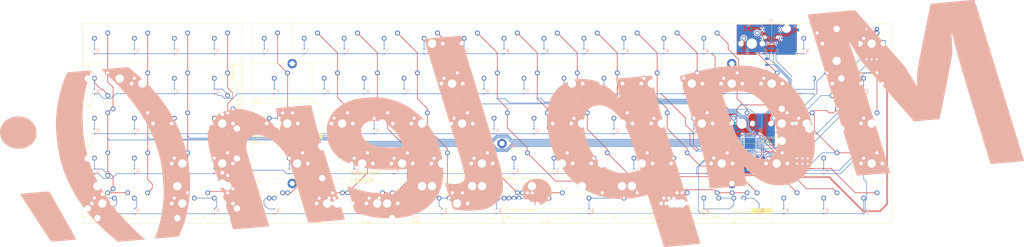
<source format=kicad_pcb>
(kicad_pcb (version 20211014) (generator pcbnew)
  (layers (0 "F.Cu" signal) (31 "B.Cu" signal) (34 "B.Paste" user) (35 "F.Paste" user) (36 "B.SilkS" user "B.Silkscreen") (37 "F.SilkS" user "F.Silkscreen") (38 "B.Mask" user) (39 "F.Mask" user) (44 "Edge.Cuts" user))
  (net 0 "")
  (net 1 "GND")
  (net 2 "VCC")
  (net 3 "Net-(C8-Pad1)")
  (net 4 "Net-(R2-Pad1)")
  (net 5 "Net-(R3-Pad1)")
  (net 6 "Net-(R4-Pad2)")
  (net 8 "/Reset")
  (net 9 "/Row_0")
  (net 10 "/Row_1")
  (net 11 "/Row_2")
  (net 12 "/Row_3")
  (net 13 "/Row_4")
  (net 14 "/Col_0")
  (net 15 "/Col_1")
  (net 16 "/Col_2")
  (net 17 "/Col_3")
  (net 18 "/Col_4")
  (net 19 "/Col_5")
  (net 20 "/Col_6")
  (net 21 "/Col_7")
  (net 22 "/Col_8")
  (net 23 "/Col_9")
  (net 24 "/Col_10")
  (net 25 "/Col_11")
  (net 26 "/Col_12")
  (net 27 "/Col_13")
  (net 28 "/Col_14")
  (net 29 "/Col_15")
  (net 30 "/Col_16")
  (net 31 "/Col_17")
  (net 32 "Net-(D0-Pad2)")
  (net 33 "Net-(D1-Pad2)")
  (net 34 "Net-(D2-Pad2)")
  (net 35 "Net-(D3-Pad2)")
  (net 36 "Net-(D4-Pad2)")
  (net 37 "Net-(D5-Pad2)")
  (net 38 "Net-(D6-Pad2)")
  (net 39 "Net-(D7-Pad2)")
  (net 40 "Net-(D8-Pad2)")
  (net 41 "Net-(D9-Pad2)")
  (net 42 "Net-(D10-Pad2)")
  (net 43 "Net-(D11-Pad2)")
  (net 44 "Net-(D12-Pad2)")
  (net 45 "Net-(D13-Pad2)")
  (net 46 "Net-(D14-Pad2)")
  (net 47 "Net-(D15-Pad2)")
  (net 48 "Net-(D16-Pad2)")
  (net 49 "Net-(D17-Pad2)")
  (net 50 "Net-(D18-Pad2)")
  (net 51 "Net-(D19-Pad2)")
  (net 52 "Net-(D20-Pad2)")
  (net 53 "Net-(D21-Pad2)")
  (net 54 "Net-(D22-Pad2)")
  (net 55 "Net-(D23-Pad2)")
  (net 56 "Net-(D24-Pad2)")
  (net 57 "Net-(D25-Pad2)")
  (net 58 "Net-(D26-Pad2)")
  (net 59 "Net-(D27-Pad2)")
  (net 60 "Net-(D28-Pad2)")
  (net 61 "Net-(D29-Pad2)")
  (net 62 "Net-(D30-Pad2)")
  (net 63 "Net-(D31-Pad2)")
  (net 64 "Net-(D32-Pad2)")
  (net 65 "Net-(D33-Pad2)")
  (net 66 "Net-(D35-Pad2)")
  (net 67 "Net-(D36-Pad2)")
  (net 68 "Net-(D37-Pad2)")
  (net 69 "Net-(D39-Pad2)")
  (net 70 "Net-(D40-Pad2)")
  (net 71 "Net-(D41-Pad2)")
  (net 72 "Net-(D42-Pad2)")
  (net 73 "Net-(D43-Pad2)")
  (net 74 "Net-(D44-Pad2)")
  (net 75 "Net-(D45-Pad2)")
  (net 76 "Net-(D46-Pad2)")
  (net 77 "Net-(D47-Pad2)")
  (net 78 "Net-(D48-Pad2)")
  (net 79 "Net-(D49-Pad2)")
  (net 80 "Net-(D50-Pad2)")
  (net 81 "Net-(D51-Pad2)")
  (net 82 "Net-(D52-Pad2)")
  (net 83 "Net-(D53-Pad2)")
  (net 84 "Net-(D54-Pad2)")
  (net 85 "Net-(D55-Pad2)")
  (net 86 "Net-(D56-Pad2)")
  (net 87 "Net-(D57-Pad2)")
  (net 88 "Net-(D58-Pad2)")
  (net 89 "Net-(D59-Pad2)")
  (net 90 "Net-(D60-Pad2)")
  (net 91 "Net-(D61-Pad2)")
  (net 92 "Net-(D62-Pad2)")
  (net 93 "Net-(D63-Pad2)")
  (net 94 "Net-(D64-Pad2)")
  (net 95 "Net-(D65-Pad2)")
  (net 96 "Net-(D66-Pad2)")
  (net 97 "Net-(D67-Pad2)")
  (net 98 "Net-(D68-Pad2)")
  (net 99 "Net-(D69-Pad2)")
  (net 100 "Net-(P1-PadB5)")
  (net 101 "Net-(P1-PadA7)")
  (net 102 "Net-(P1-PadA6)")
  (net 103 "Net-(P1-PadA5)")
  (net 106 "Net-(F1-Pad2)")
  (net 107 "Net-(C1-Pad3)")
  (net 108 "Net-(C1-Pad1)")
  (net 109 "Rotary_A")
  (net 110 "Rotary_B")
  (net 111 "Net-(D38-Pad2)")
  (net 112 "Net-(D70-Pad2)")
  (net 113 "Net-(D71-Pad2)")
  (net 114 "Net-(D72-Pad2)")
  (net 115 "Net-(D73-Pad2)")
  (net 116 "Net-(D74-Pad2)")
  (net 117 "Net-(D75-Pad2)")
  (net 118 "Net-(D76-Pad2)")
  (net 119 "Net-(D77-Pad2)")
  (net 120 "Net-(D78-Pad2)")
  (net 121 "Net-(D79-Pad2)")
  (net 122 "Net-(D80-Pad2)")
  (net 123 "Net-(D81-Pad2)")
  (net 124 "Net-(D82-Pad2)")
  (net 125 "Net-(D83-Pad2)")
  (net 126 "Net-(D84-Pad2)")
  (net 127 "Net-(D85-Pad2)")
  (net 128 "Net-(D86-Pad2)")
  (net 129 "Net-(D87-Pad2)")
  (net 130 "Net-(D88-Pad2)")
  (net 131 "Net-(D53-2-Pad2)")
  (net 132 "Net-(D34-Pad2)")
  (footprint "MX_Only:MXOnly-1U-NoLED" (layer "F.Cu") (at 372.94625 67.945)
    (fp_text reference "K51")
    (fp_text value "KEYSW")
  )
  (footprint "random-keyboard-parts:M2 Mounting Hole" (layer "F.Cu") (at 325.32125 77.47)
    (fp_text reference "H4" hide)
    (fp_text value "MountingHole")
  )
  (footprint "random-keyboard-parts:M2 Mounting Hole" (layer "F.Cu") (at 325.32125 20.319992)
    (fp_text reference "H1" hide)
    (fp_text value "MountingHole")
  )
  (footprint "MX_Only:MXOnly-1U-NoLED" (layer "F.Cu") (at 391.99625 29.845)
    (fp_text reference "K66")
    (fp_text value "KEYSW")
  )
  (footprint "MX_Only:MXOnly-1U-NoLED" (layer "F.Cu") (at 391.99625 48.895)
    (fp_text reference "K67")
    (fp_text value "KEYSW")
  )
  (footprint "MX_Only:MXOnly-1U-NoLED" (layer "F.Cu") (at 391.99625 67.945)
    (fp_text reference "K68")
    (fp_text value "KEYSW")
  )
  (footprint "MX_Only:MXOnly-1U-NoLED" (layer "F.Cu") (at 391.99625 86.995)
    (fp_text reference "K69")
    (fp_text value "KEYSW")
  )
  (footprint "MX_Only:MXOnly-1U-NoLED" (layer "F.Cu") (at 82.43375 29.845)
    (fp_text reference "K3")
    (fp_text value "KEYSW")
  )
  (footprint "MX_Only:MXOnly-1U-NoLED" (layer "F.Cu") (at 82.43375 48.895)
    (fp_text reference "K21")
    (fp_text value "KEYSW")
  )
  (footprint "MX_Only:MXOnly-1U-NoLED" (layer "F.Cu") (at 82.43375 67.945)
    (fp_text reference "K38")
    (fp_text value "KEYSW")
  )
  (footprint "MX_Only:MXOnly-1U-NoLED" (layer "F.Cu") (at 82.43375 86.995)
    (fp_text reference "K54")
    (fp_text value "KEYSW")
  )
  (footprint "MX_Only:MXOnly-2.25U-ReversedStabilizers-NoLED" (layer "F.Cu") (at 118.1525 67.945)
    (fp_text reference "K39")
    (fp_text value "KEYSW")
  )
  (footprint "MX_Only:MXOnly-1.75U-NoLED" (layer "F.Cu") (at 113.39 48.895)
    (fp_text reference "K22")
    (fp_text value "KEYSW")
  )
  (footprint "MX_Only:MXOnly-1.5U-NoLED" (layer "F.Cu") (at 111.00875 29.845)
    (fp_text reference "K4")
    (fp_text value "KEYSW")
  )
  (footprint "MX_Only:MXOnly-1.5U-NoLED" (layer "F.Cu") (at 111.00875 86.995)
    (fp_text reference "K55")
    (fp_text value "KEYSW")
  )
  (footprint "MX_Only:MXOnly-1U-NoLED" (layer "F.Cu") (at 44.33375 29.845)
    (fp_text reference "K1")
    (fp_text value "KEYSW")
  )
  (footprint "MX_Only:MXOnly-1U-NoLED" (layer "F.Cu") (at 63.38375 29.845)
    (fp_text reference "K2")
    (fp_text value "KEYSW")
  )
  (footprint "MX_Only:MXOnly-1U-NoLED" (layer "F.Cu") (at 44.33375 67.945)
    (fp_text reference "K36")
    (fp_text value "KEYSW")
  )
  (footprint "MX_Only:MXOnly-1U-NoLED" (layer "F.Cu") (at 25.28375 67.945)
    (fp_text reference "K35")
    (fp_text value "KEYSW")
  )
  (footprint "MX_Only:MXOnly-1U-NoLED" (layer "F.Cu") (at 44.33375 48.895)
    (fp_text reference "K19")
    (fp_text value "KEYSW")
  )
  (footprint "MX_Only:MXOnly-1U-NoLED" (layer "F.Cu") (at 25.28375 48.895)
    (fp_text reference "K18")
    (fp_text value "KEYSW")
  )
  (footprint "MX_Only:MXOnly-1U-NoLED" (layer "F.Cu") (at 63.38375 48.895)
    (fp_text reference "K20")
    (fp_text value "KEYSW")
  )
  (footprint "MX_Only:MXOnly-1U-NoLED" (layer "F.Cu") (at 63.38375 67.945)
    (fp_text reference "K37")
    (fp_text value "KEYSW")
  )
  (footprint "MX_Only:MXOnly-2U-ReversedStabilizers-NoLED" (layer "F.Cu") (at 34.80875 86.995)
    (fp_text reference "K52")
    (fp_text value "KEYSW")
  )
  (footprint "MX_Only:MXOnly-1U-NoLED" (layer "F.Cu") (at 44.333782 86.995064)
    (fp_text reference "K53")
    (fp_text value "KEYSW")
  )
  (footprint "random-keyboard-parts:M2 Mounting Hole" (layer "F.Cu") (at 115.771314 77.47)
    (fp_text reference "H2" hide)
    (fp_text value "MountingHole")
  )
  (footprint "random-keyboard-parts:M2 Mounting Hole" (layer "F.Cu") (at 115.771314 20.319992)
    (fp_text reference "H3" hide)
    (fp_text value "MountingHole")
  )
  (footprint "MX_Only:MXOnly-1U-NoLED" (layer "F.Cu") (at 25.28375 29.845)
    (fp_text reference "K0")
    (fp_text value "KEYSW")
  )
  (footprint "Images:dotlen_14" (layer "F.Cu") (at 207.531431 85.999151)
    (fp_text reference "G1" hide)
    (fp_text value "dotlen" hide)
  )
  (footprint "Images:Map_5.7mm_high" (layer "F.Cu") (at 175.434441 86.995048)
    (fp_text reference "G3" hide)
    (fp_text value "string" hide)
  )
  (footprint "random-keyboard-parts:M2 Mounting Hole" (layer "F.Cu") (at 215.78375 58.42)
    (fp_text reference "H5" hide)
    (fp_text value "MountingHole")
  )
  (footprint "MX_Only:MXOnly-1.25U-NoLED" (layer "F.Cu") (at 108.6275 48.895)
    (fp_text reference "K22-stepped1")
    (fp_text value "KEYSW")
  )
  (footprint "MX_Only:MXOnly-2U-NoLED" (layer "F.Cu") (at 82.43375 39.37 -90)
    (fp_text reference "K3-2uVert1")
    (fp_text value "KEYSW")
  )
  (footprint "MX_Only:MXOnly-2U-NoLED" (layer "F.Cu") (at 82.43375 77.47 -90)
    (fp_text reference "K38-2uVert1")
    (fp_text value "KEYSW")
  )
  (footprint "MX_Only:MXOnly-1.25U-NoLED" (layer "F.Cu") (at 108.6275 86.995)
    (fp_text reference "K55-1.25")
    (fp_text value "KEYSW")
  )
  (footprint "MX_Only:MXOnly-1.25U-NoLED" (layer "F.Cu") (at 132.44 86.995)
    (fp_text reference "K56-1.25")
    (fp_text value "KEYSW")
  )
  (footprint "MX_Only:MXOnly-1.25U-NoLED" (layer "F.Cu") (at 156.2525 86.995)
    (fp_text reference "K57-1.25")
    (fp_text value "KEYSW")
  )
  (footprint "MX_Only:MXOnly-1.5U-NoLED" (layer "F.Cu") (at 139.58375 86.995)
    (fp_text reference "K57-1.5u1")
    (fp_text value "KEYSW")
  )
  (footprint "MX_Only:MXOnly-6.25U-ReversedStabilizers-NoLED" (layer "F.Cu") (at 227.69 86.995)
    (fp_text reference "K58-6u1")
    (fp_text value "KEYSW")
  )
  (footprint "MX_Only:MXOnly-2.25U-ReversedStabilizers-NoLED" (layer "F.Cu") (at 189.59 86.995)
    (fp_text reference "K58for1.25Row1")
    (fp_text value "KEYSW")
  )
  (footprint "MX_Only:MXOnly-1.25U-NoLED" (layer "F.Cu") (at 222.9275 86.995)
    (fp_text reference "K59-1.25u1")
    (fp_text value "KEYSW")
  )
  (footprint "MX_Only:MXOnly-7U-ReversedStabilizers-NoLED" (layer "F.Cu") (at 220.54625 86.995)
    (fp_text reference "K59-7u1")
    (fp_text value "KEYSW")
  )
  (footprint "MX_Only:MXOnly-2.75U-ReversedStabilizers-NoLED" (layer "F.Cu") (at 241.9775 86.995)
    (fp_text reference "K59Alt1")
    (fp_text value "KEYSW")
  )
  (footprint "MX_Only:MXOnly-1U-NoLED" (layer "F.Cu") (at 277.69625 86.995)
    (fp_text reference "K60Alt1")
    (fp_text value "KEYSW")
  )
  (footprint "MX_Only:MXOnly-1.5U-NoLED" (layer "F.Cu") (at 301.50875 86.995)
    (fp_text reference "K61-1.5u1")
    (fp_text value "KEYSW")
  )
  (footprint "MX_Only:MXOnly-1.5U-NoLED" (layer "F.Cu") (at 330.08375 86.995)
    (fp_text reference "K62-1.5u1")
    (fp_text value "KEYSW")
  )
  (footprint "random-keyboard-parts:RotaryEncoder_Alps_EC11E-Switch_Vertical_H20mm_MX-1U" (layer "F.Cu") (at 391.99625 10.795 90)
    (fp_text reference "SW3" hide)
    (fp_text value "Rotary_Encoder_Switch" hide)
  )
  (footprint "MX_Only:MXOnly-1U-NoLED" (layer "F.Cu") (at 177.68375 48.895)
    (fp_text reference "K25")
    (fp_text value "KEYSW")
  )
  (footprint "MX_Only:MXOnly-1U-NoLED" (layer "F.Cu") (at 206.25875 67.945)
    (fp_text reference "K43")
    (fp_text value "KEYSW")
  )
  (footprint "MX_Only:MXOnly-1U-NoLED" (layer "F.Cu") (at 187.20875 67.945)
    (fp_text reference "K42")
    (fp_text value "KEYSW")
  )
  (footprint "MX_Only:MXOnly-1U-NoLED" (layer "F.Cu") (at 330.08375 48.895)
    (fp_text reference "K33")
    (fp_text value "KEYSW")
  )
  (footprint "MX_Only:MXOnly-2U-ReversedStabilizers-NoLED" (layer "F.Cu") (at 25.283766 39.370024 -90)
    (fp_text reference "K0-2uVert1")
    (fp_text value "KEYSW")
  )
  (footprint "MX_Only:MXOnly-1U-NoLED" (layer "F.Cu") (at 201.496402 10.794992)
    (fp_text reference "K79")
    (fp_text value "KEYSW")
  )
  (footprint "MX_Only:MXOnly-1U-NoLED" (layer "F.Cu") (at 63.38379 10.794992)
    (fp_text reference "K72")
    (fp_text value "KEYSW")
  )
  (footprint "MX_Only:MXOnly-2.25U-NoLED" (layer "F.Cu") (at 361.04 48.895)
    (fp_text reference "K34")
    (fp_text value "KEYSW")
  )
  (footprint "MX_Only:MXOnly-1U-NoLED" (layer "F.Cu") (at 149.10875 67.945)
    (fp_text reference "K40")
    (fp_text value "KEYSW")
  )
  (footprint "MX_Only:MXOnly-1U-NoLED" (layer "F.Cu") (at 63.383798 86.995064)
    (fp_text reference "K53-2")
    (fp_text value "KEYSW")
  )
  (footprint "MX_Only:MXOnly-2.25U-ReversedStabilizers-NoLED" (layer "F.Cu") (at 194.3525 86.995)
    (fp_text reference "K58")
    (fp_text value "KEYSW")
  )
  (footprint "MX_Only:MXOnly-1U-NoLED" (layer "F.Cu") (at 372.94625 86.995)
    (fp_text reference "K65")
    (fp_text value "KEYSW")
  )
  (footprint "MX_Only:MXOnly-1U-NoLED" (layer "F.Cu") (at 249.12125 29.845)
    (fp_text reference "K11")
    (fp_text value "KEYSW")
  )
  (footprint "MX_Only:MXOnly-1U-NoLED" (layer "F.Cu") (at 320.55875 67.945)
    (fp_text reference "K49")
    (fp_text value "KEYSW")
  )
  (footprint "MX_Only:MXOnly-1U-NoLED" (layer "F.Cu") (at 144.346354 10.794992)
    (fp_text reference "K76")
    (fp_text value "KEYSW")
  )
  (footprint "MX_Only:MXOnly-1U-NoLED" (layer "F.Cu") (at 277.696466 10.794992)
    (fp_text reference "K83")
    (fp_text value "KEYSW")
  )
  (footprint "MX_Only:MXOnly-2U-ReversedStabilizers-NoLED" (layer "F.Cu") (at 72.908806 86.995064)
    (fp_text reference "K54-2u1")
    (fp_text value "KEYSW")
  )
  (footprint "MX_Only:MXOnly-1U-NoLED" (layer "F.Cu") (at 44.333774 10.794992)
    (fp_text reference "K71")
    (fp_text value "KEYSW")
  )
  (footprint "MX_Only:MXOnly-1U-NoLED" (layer "F.Cu") (at 296.74625 86.995)
    (fp_text reference "K61")
    (fp_text value "KEYSW")
  )
  (footprint "MX_Only:MXOnly-1U-NoLED" (layer "F.Cu") (at 258.64645 10.794992)
    (fp_text reference "K82")
    (fp_text value "KEYSW")
  )
  (footprint "MX_Only:MXOnly-1U-NoLED" (layer "F.Cu") (at 139.58375 48.895)
    (fp_text reference "K23")
    (fp_text value "KEYSW")
  )
  (footprint "MX_Only:MXOnly-1U-NoLED" (layer "F.Cu") (at 106.246322 10.794992)
    (fp_text reference "K74")
    (fp_text value "KEYSW")
  )
  (footprint "MX_Only:MXOnly-1U-NoLED" (layer "F.Cu") (at 349.134042 48.895032)
    (fp_text reference "K17_Iso_1u1")
    (fp_text value "KEYSW")
  )
  (footprint "MX_Only:MXOnly-1.25U-NoLED" (layer "F.Cu") (at 322.940254 86.995056)
    (fp_text reference "K62-1.25u1")
    (fp_text value "KEYSW")
  )
  (footprint "MX_Only:MXOnly-2.75U-ReversedStabilizers-NoLED" (layer "F.Cu") (at 261.0275 86.995)
    (fp_text reference "K60")
    (fp_text value "KEYSW")
  )
  (footprint "MX_Only:MXOnly-1U-NoLED" (layer "F.Cu") (at 268.17125 29.845)
    (fp_text reference "K12")
    (fp_text value "KEYSW")
  )
  (footprint "MX_Only:MXOnly-1U-NoLED" (layer "F.Cu") (at 225.30875 67.945)
    (fp_text reference "K44")
    (fp_text value "KEYSW")
  )
  (footprint "MX_Only:MXOnly-1U-NoLED" (layer "F.Cu") (at 334.84625 86.995)
    (fp_text reference "K63")
    (fp_text value "KEYSW")
  )
  (footprint "MX_Only:MXOnly-1.25U-NoLED" (layer "F.Cu") (at 161.015 86.995)
    (fp_text reference "K57")
    (fp_text value "KEYSW")
  )
  (footprint "MX_Only:MXOnly-1U-NoLED" (layer "F.Cu") (at 296.746482 10.794992)
    (fp_text reference "K84")
    (fp_text value "KEYSW")
  )
  (footprint "Images:beebo_12mm" (layer "F.Cu") (at 103.6 67.2)
    (fp_text reference "G***")
    (fp_text value "LOGO" hide)
  )
  (footprint "MX_Only:MXOnly-1U-NoLED" (layer "F.Cu") (at 272.93375 48.895)
    (fp_text reference "K30")
    (fp_text value "KEYSW")
  )
  (footprint "MX_Only:MXOnly-1U-NoLED" (layer "F.Cu") (at 301.50875 67.945)
    (fp_text reference "K48")
    (fp_text value "KEYSW")
  )
  (footprint "MX_Only:MXOnly-1U-NoLED" (layer "F.Cu") (at 239.596434 10.794992)
    (fp_text reference "K81")
    (fp_text value "KEYSW")
  )
  (footprint "MX_Only:MXOnly-1U-NoLED" (layer "F.Cu") (at 325.32125 29.845)
    (fp_text reference "K15")
    (fp_text value "KEYSW")
  )
  (footprint "MX_Only:MXOnly-1U-NoLED" (layer "F.Cu") (at 191.97125 29.845)
    (fp_text reference "K8")
    (fp_text value "KEYSW")
  )
  (footprint "MX_Only:MXOnly-1U-NoLED" (layer "F.Cu") (at 153.87125 29.845)
    (fp_text reference "K6")
    (fp_text value "KEYSW")
  )
  (footprint "MX_Only:MXOnly-1U-NoLED" (layer "F.Cu") (at 311.03375 48.895)
    (fp_text reference "K32")
    (fp_text value "KEYSW")
  )
  (footprint "MX_Only:MXOnly-1U-NoLED" (layer "F.Cu") (at 225.30875 86.995)
    (fp_text reference "K59")
    (fp_text value "KEYSW")
  )
  (footprint "MX_Only:MXOnly-1U-NoLED" (layer "F.Cu") (at 172.92125 29.845)
    (fp_text reference "K7")
    (fp_text value "KEYSW")
  )
  (footprint "MX_Only:MXOnly-1U-NoLED" (layer "F.Cu") (at 134.82125 29.845)
    (fp_text reference "K5")
    (fp_text value "KEYSW")
  )
  (footprint "MX_Only:MXOnly-1U-NoLED" (layer "F.Cu") (at 125.296338 10.794992)
    (fp_text reference "K75")
    (fp_text value "KEYSW")
  )
  (footprint "MX_Only:MXOnly-1U-NoLED" (layer "F.Cu") (at 196.73375 48.895)
    (fp_text reference "K26")
    (fp_text value "KEYSW")
  )
  (footprint "MX_Only:MXOnly-2U-ReversedStabilizers-NoLED" (layer "F.Cu") (at 25.283766 77.470056 -90)
    (fp_text reference "K35-2uVert1")
    (fp_text value "KEYSW")
  )
  (footprint "MX_Only:MXOnly-1U-NoLED" (layer "F.Cu") (at 334.846514 10.794992)
    (fp_text reference "K86")
    (fp_text value "KEYSW")
  )
  (footprint "MX_Only:MXOnly-1.5U-NoLED" (layer "F.Cu") (at 368.18375 29.845)
    (fp_text reference "K17")
    (fp_text value "KEYSW")
  )
  (footprint "MX_Only:MXOnly-1U-NoLED" (layer "F.Cu") (at 25.283758 10.794992)
    (fp_text reference "K70")
    (fp_text value "KEYSW")
  )
  (footprint "MX_Only:MXOnly-ISO-ROTATED-ReversedStabilizers-NoLED" (layer "F.Cu") (at 370.56531 39.370024)
    (fp_text reference "K34_iso1")
    (fp_text value "KEYSW")
  )
  (footprint "MX_Only:MXOnly-1U-NoLED" (layer "F.Cu") (at 215.78375 48.895)
    (fp_text reference "K27")
    (fp_text value "KEYSW")
  )
  (footprint "MX_Only:MXOnly-1U-NoLED" (layer "F.Cu") (at 211.02125 29.845)
    (fp_text reference "K9")
    (fp_text value "KEYSW")
  )
  (footprint "MX_Only:MXOnly-1.25U-NoLED" (layer "F.Cu") (at 299.127734 86.995056)
    (fp_text reference "K61-1.25u1")
    (fp_text value "KEYSW")
  )
  (footprint "MX_Only:MXOnly-1U-NoLED" (layer "F.Cu") (at 353.89625 86.995)
    (fp_text reference "K64")
    (fp_text value "KEYSW")
  )
  (footprint "MX_Only:MXOnly-1U-NoLED" (layer "F.Cu") (at 25.28375 86.995)
    (fp_text reference "K52-1u1")
    (fp_text value "KEYSW")
  )
  (footprint "MX_Only:MXOnly-1U-NoLED" (layer "F.Cu") (at 315.796498 10.794992)
    (fp_text reference "K85")
    (fp_text value "KEYSW")
  )
  (footprint "MX_Only:MXOnly-1U-NoLED" (layer "F.Cu") (at 287.22125 29.845)
    (fp_text reference "K13")
    (fp_text value "KEYSW")
  )
  (footprint "MX_Only:MXOnly-1U-NoLED" (layer "F.Cu") (at 291.98375 48.895)
    (fp_text reference "K31")
    (fp_text value "KEYSW")
  )
  (footprint "MX_Only:MXOnly-1U-NoLED" (layer "F.Cu") (at 163.39637 10.794992)
    (fp_text reference "K77")
    (fp_text value "KEYSW")
  )
  (footprint "MX_Only:MXOnly-1U-NoLED" (layer "F.Cu") (at 230.07125 29.845)
    (fp_text reference "K10")
    (fp_text value "KEYSW")
  )
  (footprint "MX_Only:MXOnly-1U-NoLED" (layer "F.Cu") (at 158.63375 48.895)
    (fp_text reference "K24")
    (fp_text value "KEYSW")
  )
  (footprint "MX_Only:MXOnly-1U-NoLED" (layer "F.Cu") (at 220.546418 10.794992)
    (fp_text reference "K80")
    (fp_text value "KEYSW")
  )
  (footprint "MX_Only:MXOnly-1U-NoLED" (layer "F.Cu") (at 306.27125 29.845)
    (fp_text reference "K14")
    (fp_text value "KEYSW")
  )
  (footprint "MX_Only:MXOnly-1U-NoLED" (layer "F.Cu") (at 182.446386 10.794992)
    (fp_text reference "K78")
    (fp_text value "KEYSW")
  )
  (footprint "MX_Only:MXOnly-1U-NoLED" (layer "F.Cu") (at 263.40875 67.945)
    (fp_text reference "K46")
    (fp_text value "KEYSW")
  )
  (footprint "MX_Only:MXOnly-1U-NoLED" (layer "F.Cu") (at 391.996562 10.794992)
    (fp_text reference "K88")
    (fp_text value "KEYSW")
  )
  (footprint "MX_Only:MXOnly-1U-NoLED" (layer "F.Cu") (at 234.83375 48.895)
    (fp_text reference "K28")
    (fp_text value "KEYSW")
  )
  (footprint "MX_Only:MXOnly-1U-NoLED" (layer "F.Cu") (at 168.15875 67.945)
    (fp_text reference "K41")
    (fp_text value "KEYSW")
  )
  (footprint "MX_Only:MXOnly-2U-NoLED" (layer "F.Cu") (at 363.421538 10.794992)
    (fp_text reference "K87")
    (fp_text value "KEYSW")
  )
  (footprint "MX_Only:MXOnly-1.75U-NoLED" (layer "F.Cu") (at 346.7525 67.945)
    (fp_text reference "K50")
    (fp_text value "KEYSW")
  )
  (footprint "MX_Only:MXOnly-1U-NoLED" (layer "F.Cu") (at 344.37125 29.845)
    (fp_text reference "K16")
    (fp_text value "KEYSW")
  )
  (footprint "MX_Only:MXOnly-1U-NoLED" (layer "F.Cu") (at 82.433806 10.794992)
    (fp_text reference "K73")
    (fp_text value "KEYSW")
  )
  (footprint "MX_Only:MXOnly-1U-NoLED" (layer "F.Cu") (at 253.88375 48.895)
    (fp_text reference "K29")
    (fp_text value "KEYSW")
  )
  (footprint "MX_Only:MXOnly-1U-NoLED" (layer "F.Cu") (at 315.79625 86.995)
    (fp_text reference "K62")
    (fp_text value "KEYSW")
  )
  (footprint "MX_Only:MXOnly-1.25U-NoLED" (layer "F.Cu") (at 137.2025 86.995)
    (fp_text reference "K56")
    (fp_text value "KEYSW")
  )
  (footprint "MX_Only:MXOnly-1U-NoLED" (layer "F.Cu") (at 282.45875 67.945)
    (fp_text reference "K47")
    (fp_text value "KEYSW")
  )
  (footprint "MX_Only:MXOnly-1U-NoLED" (layer "F.Cu") (at 244.35875 67.945)
    (fp_text reference "K45")
    (fp_text value "KEYSW")
  )
  (footprint "Diode_SMD:D_SOD-323F" (layer "B.Cu") (at 369.11085 90.678 90)
    (fp_text reference "D65")
    (fp_text value "SOD-323F")
  )
  (footprint "Capacitor_SMD:C_0805_2012Metric_Pad1.15x1.40mm_HandSolder" (layer "B.Cu") (at 328.01365 61.5823)
    (fp_text reference "C4")
    (fp_text value "0.1u")
  )
  (footprint "Capacitor_SMD:C_0805_2012Metric_Pad1.15x1.40mm_HandSolder" (layer "B.Cu") (at 329.85115 68.5315 -90)
    (fp_text reference "C6")
    (fp_text value "22p")
  )
  (footprint "Capacitor_SMD:C_0805_2012Metric_Pad1.15x1.40mm_HandSolder" (layer "B.Cu") (at 336.65835 68.6331 -90)
    (fp_text reference "C7")
    (fp_text value "22p")
  )
  (footprint "Capacitor_SMD:C_0805_2012Metric_Pad1.15x1.40mm_HandSolder" (layer "B.Cu") (at 342.17785 57.4167 180)
    (fp_text reference "C8")
    (fp_text value "1u")
  )
  (footprint "Resistor_SMD:R_0805_2012Metric_Pad1.15x1.40mm_HandSolder" (layer "B.Cu") (at 353.7077 59.8334 90)
    (fp_text reference "R1")
    (fp_text value "10k")
  )
  (footprint "Resistor_SMD:R_0805_2012Metric_Pad1.15x1.40mm_HandSolder" (layer "B.Cu") (at 343.17604 14.163804 90)
    (fp_text reference "R2")
    (fp_text value "22R")
  )
  (footprint "Resistor_SMD:R_0805_2012Metric_Pad1.15x1.40mm_HandSolder" (layer "B.Cu") (at 345.15724 14.138404 90)
    (fp_text reference "R3")
    (fp_text value "22R")
  )
  (footprint "Resistor_SMD:R_0805_2012Metric_Pad1.15x1.40mm_HandSolder" (layer "B.Cu") (at 326.89165 53.8019 -90)
    (fp_text reference "R4")
    (fp_text value "10k")
  )
  (footprint "random-keyboard-parts:SKQG-1155865" (layer "B.Cu") (at 359.8025 60.126)
    (fp_text reference "SW1")
    (fp_text value "Reset_Switch")
  )
  (footprint "Package_DFN_QFN:QFN-44-1EP_7x7mm_P0.5mm_EP5.2x5.2mm" (layer "B.Cu") (at 334.04155 58.3769 180)
    (fp_text reference "U1")
    (fp_text value "ATmega32U4-MUR")
  )
  (footprint "Connector_PinHeader_2.54mm:PinHeader_2x03_P2.54mm_Vertical" (layer "B.Cu") (at 356.4509 65.4812 -90)
    (fp_text reference "J2")
    (fp_text value "ICSP_Header")
  )
  (footprint "Diode_SMD:D_SOD-323F" (layer "B.Cu") (at 388.18625 33.655 90)
    (fp_text reference "D66")
    (fp_text value "SOD-323F")
  )
  (footprint "Diode_SMD:D_SOD-323F" (layer "B.Cu") (at 388.18625 52.705 90)
    (fp_text reference "D67")
    (fp_text value "SOD-323F")
  )
  (footprint "Diode_SMD:D_SOD-323F" (layer "B.Cu") (at 388.16085 71.628 90)
    (fp_text reference "D68")
    (fp_text value "SOD-323F")
  )
  (footprint "Diode_SMD:D_SOD-323F" (layer "B.Cu") (at 388.18625 90.7124 90)
    (fp_text reference "D69")
    (fp_text value "SOD-323F")
  )
  (footprint "Resistor_SMD:R_0805_2012Metric_Pad1.15x1.40mm_HandSolder" (layer "B.Cu") (at 333.3184 3.706592)
    (fp_text reference "R5")
    (fp_text value "5.1k")
  )
  (footprint "Resistor_SMD:R_0805_2012Metric_Pad1.15x1.40mm_HandSolder" (layer "B.Cu") (at 355.783758 4.269992 180)
    (fp_text reference "R6")
    (fp_text value "5.1k")
  )
  (footprint "Capacitor_SMD:C_0805_2012Metric_Pad1.15x1.40mm_HandSolder" (layer "B.Cu") (at 336.43675 64.8389 180)
    (fp_text reference "C2")
    (fp_text value "0.1u")
  )
  (footprint "Capacitor_SMD:C_0805_2012Metric_Pad1.15x1.40mm_HandSolder" (layer "B.Cu") (at 328.87725 53.8009 90)
    (fp_text reference "C3")
    (fp_text value "0.1u")
  )
  (footprint "Capacitor_SMD:C_0805_2012Metric_Pad1.15x1.40mm_HandSolder" (layer "B.Cu") (at 337.19155 52.0155 90)
    (fp_text reference "C5")
    (fp_text value "10u")
  )
  (footprint "Fuse:Fuse_1206_3216Metric" (layer "B.Cu") (at 342.06739 19.405204 90)
    (fp_text reference "F1")
    (fp_text value "500mA")
  )
  (footprint "Connector_USB:918-418K2023S40001" (layer "B.Cu") (at 344.208758 4.322742)
    (fp_text reference "P1")
    (fp_text value "918-418K2023S40001")
  )
  (footprint "Diode_SMD:D_SOD-323F" (layer "B.Cu") (at 114.3679 71.6534 90)
    (fp_text reference "D39")
    (fp_text value "SOD-323F")
  )
  (footprint "Diode_SMD:D_SOD-323F" (layer "B.Cu") (at 106.12125 52.6034 90)
    (fp_text reference "D22")
    (fp_text value "SOD-323F")
  )
  (footprint "Diode_SMD:D_SOD-323F" (layer "B.Cu") (at 107.19875 33.5534 90)
    (fp_text reference "D4")
    (fp_text value "SOD-323F")
  )
  (footprint "Diode_SMD:D_SOD-323F" (layer "B.Cu") (at 107.22415 90.7034 90)
    (fp_text reference "D55")
    (fp_text value "SOD-323F")
  )
  (footprint "Diode_SMD:D_SOD-323F" (layer "B.Cu") (at 40.52375 71.6788 90)
    (fp_text reference "D36")
    (fp_text value "SOD-323F")
  )
  (footprint "Diode_SMD:D_SOD-323F" (layer "B.Cu") (at 78.64915 71.6534 90)
    (fp_text reference "D38")
    (fp_text value "SOD-323F")
  )
  (footprint "Diode_SMD:D_SOD-323F" (layer "B.Cu") (at 59.59915 71.6534 90)
    (fp_text reference "D37")
    (fp_text value "SOD-323F")
  )
  (footprint "Diode_SMD:D_SOD-323F" (layer "B.Cu") (at 21.47375 71.6788 90)
    (fp_text reference "D35")
    (fp_text value "SOD-323F")
  )
  (footprint "Diode_SMD:D_SOD-323F" (layer "B.Cu") (at 78.59835 52.6034 90)
    (fp_text reference "D21")
    (fp_text value "SOD-323F")
  )
  (footprint "Diode_SMD:D_SOD-323F" (layer "B.Cu") (at 40.49835 52.6034 90)
    (fp_text reference "D19")
    (fp_text value "SOD-323F")
  )
  (footprint "Diode_SMD:D_SOD-323F" (layer "B.Cu") (at 21.44835 52.6034 90)
    (fp_text reference "D18")
    (fp_text value "SOD-323F")
  )
  (footprint "Diode_SMD:D_SOD-323F" (layer "B.Cu") (at 40.52375 33.5534 90)
    (fp_text reference "D1")
    (fp_text value "SOD-323F")
  )
  (footprint "Diode_SMD:D_SOD-323F" (layer "B.Cu") (at 59.57375 33.5534 90)
    (fp_text reference "D2")
    (fp_text value "SOD-323F")
  )
  (footprint "Diode_SMD:D_SOD-323F" (layer "B.Cu") (at 21.47375 33.5534 90)
    (fp_text reference "D0")
    (fp_text value "SOD-323F")
  )
  (footprint "Diode_SMD:D_SOD-323F" (layer "B.Cu") (at 59.54835 52.6034 90)
    (fp_text reference "D20")
    (fp_text value "SOD-323F")
  )
  (footprint "Diode_SMD:D_SOD-323F" (layer "B.Cu") (at 78.62375 33.5534 90)
    (fp_text reference "D3")
    (fp_text value "SOD-323F")
  )
  (footprint "Diode_SMD:D_SOD-323F" (layer "B.Cu") (at 40.509206 90.689601 90)
    (fp_text reference "D53")
    (fp_text value "SOD-323F")
  )
  (footprint "Diode_SMD:D_SOD-323F" (layer "B.Cu") (at 78.64915 90.7034 90)
    (fp_text reference "D54")
    (fp_text value "SOD-323F")
  )
  (footprint "Diode_SMD:D_SOD-323F" (layer "B.Cu") (at 30.99875 90.805 90)
    (fp_text reference "D52")
    (fp_text value "SOD-323F")
  )
  (footprint "Crystal:Crystal_SMD_3225-4Pin_3.2x2.5mm" (layer "B.Cu") (at 333.1332 68.492)
    (fp_text reference "C1")
    (fp_text value "Crystal")
  )
  (footprint "Diode_SMD:D_SOD-323F" (layer "B.Cu") (at 40.52375 14.5034 90)
    (fp_text reference "D71")
    (fp_text value "SOD-323F")
  )
  (footprint "Diode_SMD:D_SOD-323F" (layer "B.Cu") (at 350.06085 90.678 90)
    (fp_text reference "D64")
    (fp_text value "SOD-323F")
  )
  (footprint "Diode_SMD:D_SOD-323F" (layer "B.Cu") (at 133.4179 90.7034 90)
    (fp_text reference "D56")
    (fp_text value "SOD-323F")
  )
  (footprint "Diode_SMD:D_SOD-323F" (layer "B.Cu") (at 157.205 90.805 90)
    (fp_text reference "D57")
    (fp_text value "SOD-323F")
  )
  (footprint "Diode_SMD:D_SOD-323F" (layer "B.Cu") (at 321.51125 50.8635 90)
    (fp_text reference "D33")
    (fp_text value "SOD-323F")
  )
  (footprint "Diode_SMD:D_SOD-323F" (layer "B.Cu") (at 121.48625 14.5034 90)
    (fp_text reference "D75")
    (fp_text value "SOD-323F")
  )
  (footprint "Diode_SMD:D_SOD-323F" (layer "B.Cu") (at 369.11085 71.628 90)
    (fp_text reference "D51")
    (fp_text value "SOD-323F")
  )
  (footprint "Diode_SMD:D_SOD-323F" (layer "B.Cu") (at 159.58625 14.5034 90)
    (fp_text reference "D77")
    (fp_text value "SOD-323F")
  )
  (footprint "Diode_SMD:D_SOD-323F" (layer "B.Cu") (at 278.67415 71.628 90)
    (fp_text reference "D47")
    (fp_text value "SOD-323F")
  )
  (footprint "Diode_SMD:D_SOD-323F" (layer "B.Cu") (at 250.07375 52.6034 90)
    (fp_text reference "D29")
    (fp_text value "SOD-323F")
  )
  (footprint "Diode_SMD:D_SOD-323F" (layer "B.Cu") (at 202.44875 71.6456 90)
    (fp_text reference "D43")
    (fp_text value "SOD-323F")
  )
  (footprint "Diode_SMD:D_SOD-323F" (layer "B.Cu") (at 140.53625 14.5034 90)
    (fp_text reference "D76")
    (fp_text value "SOD-323F")
  )
  (footprint "Diode_SMD:D_SOD-323F" (layer "B.Cu") (at 321.51125 33.5534 90)
    (fp_text reference "D15")
    (fp_text value "SOD-323F")
  )
  (footprint "Diode_SMD:D_SOD-323F" (layer "B.Cu") (at 364.37375 33.655 90)
    (fp_text reference "D17")
    (fp_text value "SOD-323F")
  )
  (footprint "Diode_SMD:D_SOD-323F" (layer "B.Cu") (at 213.15485 90.6399 90)
    (fp_text reference "D59")
    (fp_text value "SOD-323F")
  )
  (footprint "Diode_SMD:D_SOD-323F" (layer "B.Cu") (at 145.32415 71.6534 90)
    (fp_text reference "D40")
    (fp_text value "SOD-323F")
  )
  (footprint "Diode_SMD:D_SOD-323F" (layer "B.Cu") (at 283.41125 33.5534 90)
    (fp_text reference "D13")
    (fp_text value "SOD-323F")
  )
  (footprint "Diode_SMD:D_SOD-323F" (layer "B.Cu") (at 254.83625 14.5034 90)
    (fp_text reference "D82")
    (fp_text value "SOD-323F")
  )
  (footprint "Diode_SMD:D_SOD-323F" (layer "B.Cu") (at 338.32605 90.5383 90)
    (fp_text reference "D63")
    (fp_text value "SOD-323F")
  )
  (footprint "Diode_SMD:D_SOD-323F" (layer "B.Cu") (at 388.18625 14.5034 90)
    (fp_text reference "D88")
    (fp_text value "SOD-323F")
  )
  (footprint "Diode_SMD:D_SOD-323F" (layer "B.Cu") (at 221.52415 71.628 90)
    (fp_text reference "D44")
    (fp_text value "SOD-323F")
  )
  (footprint "Diode_SMD:D_SOD-323F" (layer "B.Cu") (at 197.68625 14.5034 90)
    (fp_text reference "D79")
    (fp_text value "SOD-323F")
  )
  (footprint "Diode_SMD:D_SOD-323F" (layer "B.Cu") (at 297.72415 71.628 90)
    (fp_text reference "D48")
    (fp_text value "SOD-323F")
  )
  (footprint "Diode_SMD:D_SOD-323F" (layer "B.Cu") (at 340.56125 33.5534 90)
    (fp_text reference "D16")
    (fp_text value "SOD-323F")
  )
  (footprint "Diode_SMD:D_SOD-323F" (layer "B.Cu") (at 131.01125 33.5534 90)
    (fp_text reference "D5")
    (fp_text value "SOD-323F")
  )
  (footprint "Diode_SMD:D_SOD-323F" (layer "B.Cu") (at 359.61125 14.5034 90)
    (fp_text reference "D87")
    (fp_text value "SOD-323F")
  )
  (footprint "Diode_SMD:D_SOD-323F" (layer "B.Cu") (at 150.06125 33.5534 90)
    (fp_text reference "D6")
    (fp_text value "SOD-323F")
  )
  (footprint "Diode_SMD:D_SOD-323F" (layer "B.Cu") (at 164.37415 71.6534 90)
    (fp_text reference "D41")
    (fp_text value "SOD-323F")
  )
  (footprint "Diode_SMD:D_SOD-323F" (layer "B.Cu") (at 102.43625 14.5034 90)
    (fp_text reference "D74")
    (fp_text value "SOD-323F")
  )
  (footprint "Diode_SMD:D_SOD-323F" (layer "B.Cu") (at 302.46125 33.5534 90)
    (fp_text reference "D14")
    (fp_text value "SOD-323F")
  )
  (footprint "Diode_SMD:D_SOD-323F" (layer "B.Cu") (at 183.42415 71.6534 90)
    (fp_text reference "D42")
    (fp_text value "SOD-323F")
  )
  (footprint "Diode_SMD:D_SOD-323F" (layer "B.Cu") (at 331.03625 14.5034 90)
    (fp_text reference "D86")
    (fp_text value "SOD-323F")
  )
  (footprint "Diode_SMD:D_SOD-323F" (layer "B.Cu") (at 342.9171 71.628 90)
    (fp_text reference "D50")
    (fp_text value "SOD-323F")
  )
  (footprint "Diode_SMD:D_SOD-323F" (layer "B.Cu") (at 269.12375 52.6034 90)
    (fp_text reference "D30")
    (fp_text value "SOD-323F")
  )
  (footprint "Diode_SMD:D_SOD-323F" (layer "B.Cu") (at 245.31125 33.5534 90)
    (fp_text reference "D11")
    (fp_text value "SOD-323F")
  )
  (footprint "Diode_SMD:D_SOD-323F" (layer "B.Cu") (at 264.36125 33.5534 90)
    (fp_text reference "D12")
    (fp_text value "SOD-323F")
  )
  (footprint "Diode_SMD:D_SOD-323F" (layer "B.Cu") (at 21.47375 14.5034 90)
    (fp_text reference "D70")
    (fp_text value "SOD-323F")
  )
  (footprint "Diode_SMD:D_SOD-323F" (layer "B.Cu") (at 240.57415 71.628 90)
    (fp_text reference "D45")
    (fp_text value "SOD-323F")
  )
  (footprint "Diode_SMD:D_SOD-323F" (layer "B.Cu") (at 226.26125 33.5534 90)
    (fp_text reference "D10")
    (fp_text value "SOD-323F")
  )
  (footprint "Diode_SMD:D_SOD-323F" (layer "B.Cu") (at 292.93625 14.5034 90)
    (fp_text reference "D84")
    (fp_text value "SOD-323F")
  )
  (footprint "Diode_SMD:D_SOD-323F" (layer "B.Cu") (at 178.63625 14.5034 90)
    (fp_text reference "D78")
    (fp_text value "SOD-323F")
  )
  (footprint "Diode_SMD:D_SOD-323F" (layer "B.Cu") (at 135.77375 52.6034 90)
    (fp_text reference "D23")
    (fp_text value "SOD-323F")
  )
  (footprint "Diode_SMD:D_SOD-323F" (layer "B.Cu") (at 312.01165 90.678 90)
    (fp_text reference "D62")
    (fp_text value "SOD-323F")
  )
  (footprint "Diode_SMD:D_SOD-323F" (layer "B.Cu") (at 154.82375 52.6034 90)
    (fp_text reference "D24")
    (fp_text value "SOD-323F")
  )
  (footprint "Diode_SMD:D_SOD-323F" (layer "B.Cu") (at 357.23 52.6034 90)
    (fp_text reference "D34")
    (fp_text value "SOD-323F")
  )
  (footprint "Diode_SMD:D_SOD-323F" (layer "B.Cu") (at 59.58004 90.727742 90)
    (fp_text reference "D53-2")
    (fp_text value "SOD-323F")
  )
  (footprint "Diode_SMD:D_SOD-323F" (layer "B.Cu") (at 288.17375 52.6034 90)
    (fp_text reference "D31")
    (fp_text value "SOD-323F")
  )
  (footprint "Diode_SMD:D_SOD-323F" (layer "B.Cu") (at 211.97375 52.6034 90)
    (fp_text reference "D27")
    (fp_text value "SOD-323F")
  )
  (footprint "Diode_SMD:D_SOD-323F" (layer "B.Cu") (at 316.72335 71.628 90)
    (fp_text reference "D49")
    (fp_text value "SOD-323F")
  )
  (footprint "Diode_SMD:D_SOD-323F" (layer "B.Cu") (at 207.21125 33.5534 90)
    (fp_text reference "D9")
    (fp_text value "SOD-323F")
  )
  (footprint "Diode_SMD:D_SOD-323F" (layer "B.Cu") (at 192.92375 52.6034 90)
    (fp_text reference "D26")
    (fp_text value "SOD-323F")
  )
  (footprint "Diode_SMD:D_SOD-323F" (layer "B.Cu") (at 273.88625 14.5034 90)
    (fp_text reference "D83")
    (fp_text value "SOD-323F")
  )
  (footprint "Diode_SMD:D_SOD-323F" (layer "B.Cu") (at 216.73625 14.5034 90)
    (fp_text reference "D80")
    (fp_text value "SOD-323F")
  )
  (footprint "Diode_SMD:D_SOD-323F" (layer "B.Cu") (at 187.20875 90.7034 90)
    (fp_text reference "D58")
    (fp_text value "SOD-323F")
  )
  (footprint "Diode_SMD:D_SOD-323F" (layer "B.Cu") (at 307.22375 52.6034 90)
    (fp_text reference "D32")
    (fp_text value "SOD-323F")
  )
  (footprint "Diode_SMD:D_SOD-323F" (layer "B.Cu") (at 257.2429 90.678 90)
    (fp_text reference "D60")
    (fp_text value "SOD-323F")
  )
  (footprint "Diode_SMD:D_SOD-323F" (layer "B.Cu") (at 188.16125 33.5534 90)
    (fp_text reference "D8")
    (fp_text value "SOD-323F")
  )
  (footprint "Diode_SMD:D_SOD-323F" (layer "B.Cu") (at 169.11125 33.5534 90)
    (fp_text reference "D7")
    (fp_text value "SOD-323F")
  )
  (footprint "Images:map-dotlen108mm" (layer "B.Cu") (at 220.596298 59.487113 -175)
    (fp_text reference "G2")
    (fp_text value "string_dotlen" hide)
  )
  (footprint "Diode_SMD:D_SOD-323F" (layer "B.Cu") (at 235.78625 14.5034 90)
    (fp_text reference "D81")
    (fp_text value "SOD-323F")
  )
  (footprint "Diode_SMD:D_SOD-323F" (layer "B.Cu") (at 173.87375 52.6034 90)
    (fp_text reference "D25")
    (fp_text value "SOD-323F")
  )
  (footprint "Diode_SMD:D_SOD-323F" (layer "B.Cu") (at 311.98625 14.5034 90)
    (fp_text reference "D85")
    (fp_text value "SOD-323F")
  )
  (footprint "Diode_SMD:D_SOD-323F" (layer "B.Cu") (at 78.62375 14.5034 90)
    (fp_text reference "D73")
    (fp_text value "SOD-323F")
  )
  (footprint "Diode_SMD:D_SOD-323F" (layer "B.Cu") (at 231.02375 52.6034 90)
    (fp_text reference "D28")
    (fp_text value "SOD-323F")
  )
  (footprint "Diode_SMD:D_SOD-323F" (layer "B.Cu") (at 292.96165 90.678 90)
    (fp_text reference "D61")
    (fp_text value "SOD-323F")
  )
  (footprint "Diode_SMD:D_SOD-323F" (layer "B.Cu") (at 59.57375 14.5034 90)
    (fp_text reference "D72")
    (fp_text value "SOD-323F")
  )
  (footprint "Diode_SMD:D_SOD-323F" (layer "B.Cu") (at 259.62415 71.628 90)
    (fp_text reference "D46")
    (fp_text value "SOD-323F")
  )
  (gr_line (start 18.14001 91.757568) (end 18.14 20.32) (layer "F.SilkS") (width 0.12))
  (gr_line (start 85.3 63) (end 78.7 65.6) (layer "F.SilkS") (width 0.12))
  (gr_line (start 194.3525 73.898125) (end 194.352646 74.493451) (layer "F.SilkS") (width 0.12))
  (gr_line (start 220.15875 91.669992) (end 220.15875 90.969992) (layer "F.SilkS") (width 0.12))
  (gr_line (start 287.22125 91.7575) (end 287.22125 94.13875) (layer "F.SilkS") (width 0.12))
  (gr_line (start 108.75875 55.969992) (end 108.75875 55.269992) (layer "F.SilkS") (width 0.12))
  (gr_line (start 401.521586 1.269992) (end 401.52125 20.32) (layer "F.SilkS") (width 0.12))
  (gr_line (start 334.846514 89.376308) (end 334.846514 91.75756) (layer "F.SilkS") (width 0.12))
  (gr_line (start 113.85875 58.369992) (end 113.85875 57.669992) (layer "F.SilkS") (width 0.12))
  (gr_line (start 87.19632 20.32004) (end 87.19632 91.757568) (layer "F.SilkS") (width 0.12))
  (gr_line (start 206.25875 73.898125) (end 182.44625 73.898125) (layer "F.SilkS") (width 0.12))
  (gr_line (start 78.7 46.3) (end 82.7 49.1) (layer "F.SilkS") (width 0.12))
  (gr_line (start 287.22125 91.7575) (end 268.17125 91.7575) (layer "F.SilkS") (width 0.12))
  (gr_line (start 82.5 30.2) (end 85.1 24.8) (layer "F.SilkS") (width 0.12))
  (gr_line (start 277.75875 92.369992) (end 277.75875 91.869992) (layer "F.SilkS") (width 0.12))
  (gr_line (start 96.72133 1.269992) (end 401.521586 1.269992) (layer "F.SilkS") (width 0.12))
  (gr_line (start 344.37125 77.47) (end 363.42125 77.47) (layer "F.SilkS") (width 0.12))
  (gr_line (start 227.35875 77.469992) (end 227.35875 78.169992) (layer "F.SilkS") (width 0.12))
  (gr_line (start 34.80875 94.13875) (end 34.80875 91.7575) (layer "F.SilkS") (width 0.12))
  (gr_line (start 206.25875 75.08875) (end 206.25875 73.898125) (layer "F.SilkS") (width 0.12))
  (gr_line (start 30.2 80.2) (end 27.6 73.6) (layer "F.SilkS") (width 0.12))
  (gr_line (start 401.52125 20.32) (end 382.47125 20.32) (layer "F.SilkS") (width 0.12))
  (gr_line (start 120.53375 53.6575) (end 122.915 53.6575) (layer "F.SilkS") (width 0.12))
  (gr_line (start 25.6 49.2) (end 28.2 43.8) (layer "F.SilkS") (width 0.12))
  (gr_line (start 189.158679 75.08875) (end 189.158821 75.684077) (layer "F.SilkS") (width 0.12))
  (gr_line (start 20.52125 77.47) (end 18.14 77.47) (layer "F.SilkS") (width 0.12))
  (gr_line (start 15.75875 96.52) (end 91.95875 96.52) (layer "F.SilkS") (width 0.12))
  (gr_line (start 249.12125 73.898125) (end 272.93375 73.898125) (layer "F.SilkS") (width 0.12))
  (gr_line (start 25 39.6) (end 30.4 42.2) (layer "F.SilkS") (width 0.12))
  (gr_line (start 380.090332 39.37004) (end 377.70908 39.37004) (layer "F.SilkS") (width 0.12))
  (gr_line (start 91.95882 58.42004) (end 89.57757 58.42004) (layer "F.SilkS") (width 0.12))
  (gr_line (start 139.95875 91.769992) (end 139.95875 91.069992) (layer "F.SilkS") (width 0.12))
  (gr_line (start 28.2 43.8) (end 21.6 46.4) (layer "F.SilkS") (width 0.12))
  (gr_line (start 201.49625 75.08875) (end 177.68375 75.08875) (layer "F.SilkS") (width 0.12))
  (gr_line (start 182.44625 73.898125) (end 182.44625 76.279375) (layer "F.SilkS") (width 0.12))
  (gr_line (start 91.95875 20.32) (end 91.958822 1.269992) (layer "F.SilkS") (width 0.12))
  (gr_line (start 344.37125 96.52) (end 96.72125 96.52) (layer "F.SilkS") (width 0.12))
  (gr_line (start 230.07125 79.85125) (end 287.22125 79.85125) (layer "F.SilkS") (width 0.12))
  (gr_line (start 206.25875 75.08875) (end 206.25875 76.279375) (layer "F.SilkS") (width 0.12))
  (gr_line (start 89.57757 58.42004) (end 87.19632 58.42004) (layer "F.SilkS") (width 0.12))
  (gr_line (start 287.22125 79.85125) (end 287.22125 77.47) (layer "F.SilkS") (width 0.12))
  (gr_line (start 215.78375 91.7575) (end 215.78375 94.13875) (layer "F.SilkS") (width 0.12))
  (gr_line (start 125.29625 94.13875) (end 125.29625 96.52) (layer "F.SilkS") (width 0.12))
  (gr_line (start 131.75875 82.169992) (end 131.75875 81.469992) (layer "F.SilkS") (width 0.12))
  (gr_line (start 172.92125 94.13875) (end 172.92125 96.52) (layer "F.SilkS") (width 0.12))
  (gr_line (start 344.371538 20.319992) (end 344.371538 1.269976) (layer "F.SilkS") (width 0.12))
  (gr_rect (start 225.30875 91.7575) (end 225.30875 91.7575) (layer "F.SilkS") (width 0.12) (fill none))
  (gr_line (start 18.14 58.42) (end 15.75875 58.42) (layer "F.SilkS") (width 0.12))
  (gr_line (start 21.6 46.4) (end 25.6 49.2) (layer "F.SilkS") (width 0.12))
  (gr_line (start 125.29625 20.32) (end 96.72125 20.32) (layer "F.SilkS") (width 0.12))
  (gr_line (start 87.4 42.3) (end 84.8 35.7) (layer "F.SilkS") (width 0.12))
  (gr_line (start 339.60875 58.42) (end 339.60875 39.37) (layer "F.SilkS") (width 0.12))
  (gr_rect (start 225.30875 88.185625) (end 225.30875 88.185625) (layer "F.SilkS") (width 0.12) (fill none))
  (gr_line (start 172.92125 91.7575) (end 172.92125 94.13875) (layer "F.SilkS") (width 0.12))
  (gr_line (start 230.07125 79.85125) (end 211.02125 79.85125) (layer "F.SilkS") (width 0.12))
  (gr_line (start 201.49625 75.08875) (end 201.49625 76.279375) (layer "F.SilkS") (width 0.12))
  (gr_line (start 156.05875 82.169992) (end 156.05875 81.469992) (layer "F.SilkS") (width 0.12))
  (gr_line (start 139.58375 75.08875) (end 96.72125 75.08875) (layer "F.SilkS") (width 0.12))
  (gr_line (start 73.1 87.7) (end 75.7 82.3) (layer "F.SilkS") (width 0.12))
  (gr_line (start 85.3 43.7) (end 78.7 46.3) (layer "F.SilkS") (width 0.12))
  (gr_line (start 63.3 87.4) (end 65.9 82) (layer "F.SilkS") (width 0.12))
  (gr_line (start 30.4 42.2) (end 27.8 35.6) (layer "F.SilkS") (width 0.12))
  (gr_line (start 287.22125 94.13875) (end 287.22125 96.52) (layer "F.SilkS") (width 0.12))
  (gr_line (start 82.2 77.9) (end 87.6 80.5) (layer "F.SilkS") (width 0.12))
  (gr_line (start 20.521262 91.757568) (end 20.52125 20.32) (layer "F.SilkS") (width 0.12))
  (gr_line (start 215.78375 94.13875) (end 215.78375 96.52) (layer "F.SilkS") (width 0.12))
  (gr_line (start 27.6 73.6) (end 24.8 77.6) (layer "F.SilkS") (width 0.12))
  (gr_line (start 172.92125 89.37625) (end 96.72133 89.3763) (layer "F.SilkS") (width 0.12))
  (gr_line (start 287.22125 91.7575) (end 287.22125 82.2325) (layer "F.SilkS") (width 0.12))
  (gr_line (start 230.07125 75.08875) (end 253.88375 75.08875) (layer "F.SilkS") (width 0.12))
  (gr_line (start 28.2 82.2) (end 21.6 84.8) (layer "F.SilkS") (width 0.12))
  (gr_line (start 177.68375 76.279375) (end 177.68375 73.898125) (layer "F.SilkS") (width 0.12))
  (gr_line (start 44.5 87.3) (end 47.1 81.9) (layer "F.SilkS") (width 0.12))
  (gr_line (start 82.7 68.4) (end 85.3 63) (layer "F.SilkS") (width 0.12))
  (gr_line (start 89.57757 91.757568) (end 89.57757 20.32004) (layer "F.SilkS") (width 0.12))
  (gr_line (start 287.22125 86.995) (end 287.22125 84.61375) (layer "F.SilkS") (width 0.12))
  (gr_line (start 91.95875 20.32) (end 15.75875 20.32) (layer "F.SilkS") (width 0.12))
  (gr_line (start 261.15875 96.469992) (end 261.15875 95.769992) (layer "F.SilkS") (width 0.12))
  (gr_line (start 25.3 68.4) (end 27.9 63) (layer "F.SilkS") (width 0.12))
  (gr_line (start 330.08375 77.47) (end 330.08375 58.42) (layer "F.SilkS") (width 0.12))
  (gr_line (start 130.05875 82.2325) (end 149.10875 82.2325) (layer "F.SilkS") (width 0.12))
  (gr_line (start 189.35875 82.169992) (end 189.35875 81.469992) (layer "F.SilkS") (width 0.12))
  (gr_line (start 372.946576 39.37004) (end 375.327828 39.37004) (layer "F.SilkS") (width 0.12))
  (gr_line (start 339.60875 39.37) (end 358.659064 39.37004) (layer "F.SilkS") (width 0.12))
  (gr_line (start 382.47125 58.42) (end 382.47125 77.47) (layer "F.SilkS") (width 0.12))
  (gr_line (start 21.6 84.8) (end 25.6 87.6) (layer "F.SilkS") (width 0.12))
  (gr_line (start 301.75875 94.069992) (end 301.75875 93.369992) (layer "F.SilkS") (width 0.12))
  (gr_line (start 268.17125 91.7575) (end 268.17125 94.13875) (layer "F.SilkS") (width 0.12))
  (gr_line (start 382.47125 36.98875) (end 382.47125 39.37) (layer "F.SilkS") (width 0.12))
  (gr_line (start 401.52125 96.52) (end 344.37125 96.52) (layer "F.SilkS") (width 0.12))
  (gr_line (start 172.92125 82.2325) (end 287.22125 82.2325) (layer "F.SilkS") (width 0.12))
  (gr_line (start 222.75875 79.869992) (end 222.75875 80.569992) (layer "F.SilkS") (width 0.12))
  (gr_line (start 222.324258 89.407992) (end 222.832258 88.391992) (layer "F.SilkS") (width 0.12))
  (gr_line (start 37.8 81.9) (end 31.2 84.5) (layer "F.SilkS") (width 0.12))
  (gr_line (start 299.25875 91.669992) (end 299.25875 90.969992) (layer "F.SilkS") (width 0.12))
  (gr_line (start 382.47125 77.47) (end 401.52125 77.47) (layer "F.SilkS") (width 0.12))
  (gr_line (start 15.75875 20.32) (end 15.758758 1.269992) (layer "F.SilkS") (width 0.12))
  (gr_line (start 27.8 35.6) (end 25 39.6) (layer "F.SilkS") (width 0.12))
  (gr_line (start 306.27149 94.138812) (end 306.27125 96.52) (layer "F.SilkS") (width 0.12))
  (gr_line (start 241.9775 75.08875) (end 241.977686 75.684077) (layer "F.SilkS") (width 0.12))
  (gr_line (start 82 39.7) (end 87.4 42.3) (layer "F.SilkS") (width 0.12))
  (gr_line (start 287.22125 94.13875) (end 234.83375 94.13875) (layer "F.SilkS") (width 0.12))
  (gr_line (start 287.221466 89.376316) (end 165.7775 89.37625) (layer "F.SilkS") (width 0.12))
  (gr_line (start 227.258663 72.7075) (end 227.258837 73.302825) (layer "F.SilkS") (width 0.12))
  (gr_line (start 15.75875 20.32) (end 15.75875 96.52) (layer "F.SilkS") (width 0.12))
  (gr_line (start 20.52125 39.37) (end 18.14 39.37) (layer "F.SilkS") (width 0.12))
  (gr_line (start 139.58375 77.47) (end 139.58375 58.42) (layer "F.SilkS") (width 0.12))
  (gr_line (start 358.659064 39.37004) (end 358.659064 41.751292) (layer "F.SilkS") (width 0.12))
  (gr_line (start 368.184072 39.37004) (end 370.565324 39.37004) (layer "F.SilkS") (width 0.12))
  (gr_line (start 234.83375 94.13875) (end 215.78375 94.13875) (layer "F.SilkS") (width 0.12))
  (gr_line (start 363.42125 58.42) (end 382.47125 58.42) (layer "F.SilkS") (width 0.12))
  (gr_line (start 358.659064 44.132544) (end 358.659064 46.513796) (layer "F.SilkS") (width 0.12))
  (gr_line (start 130.05875 58.42) (end 130.05875 39.37) (layer "F.SilkS") (width 0.12))
  (gr_line (start 139.58375 58.42) (end 96.72125 58.42) (layer "F.SilkS") (width 0.12))
  (gr_line (start 325.32125 94.138812) (end 325.32125 96.52) (layer "F.SilkS") (width 0.12))
  (gr_line (start 149.10875 94.13875) (end 149.10875 96.52) (layer "F.SilkS") (width 0.12))
  (gr_line (start 75.7 82.3) (end 69.1 84.9) (layer "F.SilkS") (width 0.12))
  (gr_line (start 277.69625 71.516875) (end 277.69625 72.7075) (layer "F.SilkS") (width 0.12))
  (gr_line (start 65.9 82) (end 59.3 84.6) (layer "F.SilkS") (width 0.12))
  (gr_line (start 75.29 96.52) (end 77.67125 96.52) (layer "F.SilkS") (width 0.12))
  (gr_line (start 163.39625 71.516875) (end 277.69625 71.516875) (layer "F.SilkS") (width 0.12))
  (gr_line (start 315.79625 91.7575) (end 315.79625 91.7575) (layer "F.SilkS") (width 0.12))
  (gr_line (start 401.52125 77.47) (end 401.52125 20.32) (layer "F.SilkS") (width 0.12))
  (gr_line (start 272.93375 73.898125) (end 272.93375 76.279375) (layer "F.SilkS") (width 0.12))
  (gr_line (start 322.95875 91.669992) (end 322.95875 90.969992) (layer "F.SilkS") (width 0.12))
  (gr_line (start 287.22125 94.13875) (end 344.37125 94.13875) (layer "F.SilkS") (width 0.12))
  (gr_line (start 72.908806 94.13882) (end 72.908806 91.757568) (layer "F.SilkS") (width 0.12))
  (gr_line (start 211.02125 82.2325) (end 211.02125 79.85125) (layer "F.SilkS") (width 0.12))
  (gr_line (start 20.52125 58.42) (end 18.14 58.42) (layer "F.SilkS") (width 0.12))
  (gr_line (start 96.72125 77.47) (end 344.37125 77.47) (layer "F.SilkS") (width 0.12))
  (gr_line (start 149.10875 82.2325) (end 172.92125 82.2325) (layer "F.SilkS") (width 0.12))
  (gr_line (start 91.95882 39.37004) (end 89.57757 39.37004) (layer "F.SilkS") (width 0.12))
  (gr_line (start 69.1 84.9) (end 73.1 87.7) (layer "F.SilkS") (width 0.12))
  (gr_line (start 91.95875 94.13875) (end 91.95875 96.52) (layer "F.SilkS") (width 0.12))
  (gr_line (start 194.75875 96.469992) (end 194.75875 95.769992) (layer "F.SilkS") (width 0.12))
  (gr_line (start 277.69625 72.7075) (end 277.69625 77.47) (layer "F.SilkS") (width 0.12))
  (gr_line (start 21.6 27.4) (end 25.6 30.2) (layer "F.SilkS") (width 0.12))
  (gr_line (start 358.659064 39.37004) (end 361.040316 39.37004) (layer "F.SilkS") (width 0.12))
  (gr_line (start 220.258666 71.516875) (end 220.258834 72.112199) (layer "F.SilkS") (width 0.12))
  (gr_line (start 149.10875 91.7575) (end 149.10875 94.13875) (layer "F.SilkS") (width 0.12))
  (gr_line (start 82.4 87.5) (end 85 82.1) (layer "F.SilkS") (width 0.12))
  (gr_line (start 40.5 84.5) (end 44.5 87.3) (layer "F.SilkS") (width 0.12))
  (gr_line (start 137.65875 96.469992) (end 137.65875 95.769992) (layer "F.SilkS") (width 0.12))
  (gr_rect (start 130.05875 56.03875) (end 120.53375 53.6575) (layer "F.SilkS") (width 0) (fill solid))
  (gr_rect (start 344.37125 91.7575) (end 334.846514 89.376308) (layer "F.SilkS") (width 0.12) (fill solid))
  (gr_line (start 91.95882 77.47004) (end 89.57757 77.47004) (layer "F.SilkS") (width 0.12))
  (gr_line (start 177.68375 72.7075) (end 277.69625 72.7075) (layer "F.SilkS") (width 0.12))
  (gr_line (start 242.15875 94.069992) (end 242.15875 93.369992) (layer "F.SilkS") (width 0.12))
  (gr_line (start 96.72125 20.32) (end 96.72133 1.269992) (layer "F.SilkS") (width 0.12))
  (gr_line (start 125.29625 53.6575) (end 127.6775 53.6575) (layer "F.SilkS") (width 0.12))
  (gr_line (start 382.47125 39.37) (end 382.47125 58.42) (layer "F.SilkS") (width 0.12))
  (gr_line (start 24.8 77.6) (end 30.2 80.2) (layer "F.SilkS") (width 0.12))
  (gr_line (start 85 73.9) (end 82.2 77.9) (layer "F.SilkS") (width 0.12))
  (gr_line (start 120.53375 53.6575) (end 120.53375 56.03875) (layer "F.SilkS") (width 0.12))
  (gr_line (start 85 82.1) (end 78.4 84.7) (layer "F.SilkS") (width 0.12))
  (gr_line (start 27.9 63) (end 21.3 65.6) (layer "F.SilkS") (width 0.12))
  (gr_line (start 108.35875 82.219992) (end 108.35875 81.519992) (layer "F.SilkS") (width 0.12))
  (gr_line (start 172.92125 94.13875) (end 215.78375 94.13875) (layer "F.SilkS") (width 0.12))
  (gr_line (start 125.29625 89.37625) (end 125.29625 91.7575) (layer "F.SilkS") (width 0.12))
  (gr_line (start 115.77136 1.270008) (end 115.77136 20.320024) (layer "F.SilkS") (width 0.12))
  (gr_line (start 35.2 87.3) (end 37.8 81.9) (layer "F.SilkS") (width 0.12))
  (gr_line (start 25.6 30.2) (end 28.2 24.8) (layer "F.SilkS") (width 0.12))
  (gr_line (start 382.47125 20.32) (end 382.47125 36.98875) (layer "F.SilkS") (width 0.12))
  (gr_line (start 315.75875 96.469992) (end 315.75875 95.769992) (layer "F.SilkS") (width 0.12))
  (gr_line (start 53.85875 96.52) (end 53.858786 91.7575) (layer "F.SilkS") (width 0.12))
  (gr_line (start 82.7 49.1) (end 85.3 43.7) (layer "F.SilkS") (width 0.12))
  (gr_line (start 153.87125 91.757568) (end 153.87125 89.376318) (layer "F.SilkS") (width 0.12))
  (gr_line (start 47.1 81.9) (end 40.5 84.5) (layer "F.SilkS") (width 0.12))
  (gr_line (start 96.72125 20.32) (end 96.72125 96.52) (layer "F.SilkS") (width 0.12))
  (gr_line (start 111.45875 91.669992) (end 111.45875 91.069992) (layer "F.SilkS") (width 0.12))
  (gr_line (start 344.37125 91.7575) (end 287.22125 91.7575) (layer "F.SilkS") (width 0.12))
  (gr_line (start 96.72125 56.03875) (end 130.05875 56.03875) (layer "F.SilkS") (width 0.12))
  (gr_line (start 161.35875 96.469992) (end 161.35875 95.769992) (layer "F.SilkS") (width 0.12))
  (gr_line (start 401.52125 77.47) (end 401.52125 96.52) (layer "F.SilkS") (width 0.12))
  (gr_line (start 96.72133 82.23256) (end 130.05875 82.2325) (layer "F.SilkS") (width 0.12))
  (gr_line (start 125.29625 39.37) (end 125.29625 20.32) (layer "F.SilkS") (width 0.12))
  (gr_line (start 234.83375 94.13875) (end 234.83375 96.52) (layer "F.SilkS") (width 0.12))
  (gr_line (start 163.39625 76.279375) (end 163.39625 71.516875) (layer "F.SilkS") (width 0.12))
  (gr_line (start 78.4 84.7) (end 82.4 87.5) (layer "F.SilkS") (width 0.12))
  (gr_line (start 96.72125 53.6575) (end 120.53375 53.6575) (layer "F.SilkS") (width 0.12))
  (gr_line (start 344.37125 96.52) (end 344.37125 77.47) (layer "F.SilkS") (width 0.12))
  (gr_line (start 85.1 24.8) (end 78.5 27.4) (layer "F.SilkS") (width 0.12))
  (gr_line (start 194.65875 94.069992) (end 194.65875 93.369992) (layer "F.SilkS") (width 0.12))
  (gr_line (start 363.42125 77.47) (end 363.42125 58.42) (layer "F.SilkS") (width 0.12))
  (gr_line (start 287.22125 82.2325) (end 287.22125 79.85125) (layer "F.SilkS") (width 0.12))
  (gr_line (start 234.83375 79.85125) (end 234.83375 82.2325) (layer "F.SilkS") (width 0.12))
  (gr_line (start 177.68375 73.898125) (end 177.68375 72.7075) (layer "F.SilkS") (width 0.12))
  (gr_line (start 230.07125 76.279375) (end 230.07125 75.08875) (layer "F.SilkS") (width 0.12))
  (gr_line (start 215.78375 91.7575) (end 172.92125 91.7575) (layer "F.SilkS") (width 0.12))
  (gr_line (start 225.880258 89.376283) (end 225.30875 88.185625) (layer "F.SilkS") (width 0.12))
  (gr_line (start 78.5 27.4) (end 82.5 30.2) (layer "F.SilkS") (width 0.12))
  (gr_line (start 268.17125 91.7575) (end 220.54625 91.7575) (layer "F.SilkS") (width 0.12))
  (gr_line (start 260.95875 82.169992) (end 260.95875 81.469992) (layer "F.SilkS") (width 0.12))
  (gr_line (start 144.34625 82.2325) (end 144.34625 77.47) (layer "F.SilkS") (width 0.12))
  (gr_line (start 168.15875 77.47) (end 168.15875 82.2325) (layer "F.SilkS") (width 0.12))
  (gr_line (start 330.08375 58.42) (end 363.42125 58.42) (layer "F.SilkS") (width 0.12))
  (gr_line (start 215.78375 96.52) (end 215.78375 94.13875) (layer "F.SilkS") (width 0.12))
  (gr_line (start 31.2 84.5) (end 35.2 87.3) (layer "F.SilkS") (width 0.12))
  (gr_line (start 382.47125 20.32) (end 382.47157 1.269992) (layer "F.SilkS") (width 0.12))
  (gr_line (start 84.8 35.7) (end 82 39.7) (layer "F.SilkS") (width 0.12))
  (gr_line (start 218.768258 89.407992) (end 219.276258 88.391992) (layer "F.SilkS") (width 0.12))
  (gr_line (start 87.6 80.5) (end 85 73.9) (layer "F.SilkS") (width 0.12))
  (gr_line (start 125.29625 91.7575) (end 125.29625 94.13875) (layer "F.SilkS") (width 0.12))
  (gr_line (start 330.35875 94.069992) (end 330.35875 93.369992) (layer "F.SilkS") (width 0.12))
  (gr_line (start 96.72125 36.98875) (end 125.29625 36.98875) (layer "F.SilkS") (width 0.12))
  (gr_line (start 382.47125 20.32) (end 96.72125 20.32) (layer "F.SilkS") (width 0.12))
  (gr_line (start 15.75875 91.7575) (end 91.958822 91.7575) (layer "F.SilkS") (width 0.12))
  (gr_line (start 28.2 24.8) (end 21.6 27.4) (layer "F.SilkS") (width 0.12))
  (gr_line (start 225.45875 96.469992) (end 225.45875 95.769992) (layer "F.SilkS") (width 0.12))
  (gr_line (start 111.55875 96.469992) (end 111.55875 95.769992) (layer "F.SilkS") (width 0.12))
  (gr_line (start 358.659064 48.895048) (end 358.659064 51.2763) (layer "F.SilkS") (width 0.12))
  (gr_line (start 21.3 65.6) (end 25.3 68.4) (layer "F.SilkS") (width 0.12))
  (gr_line (start 261.0275 73.898125) (end 261.027702 74.493451) (layer "F.SilkS") (width 0.12))
  (gr_line (start 34.80875 91.7575) (end 15.75875 91.7575) (layer "F.SilkS") (width 0.12))
  (gr_line (start 78.7 65.6) (end 82.7 68.4) (layer "F.SilkS") (width 0.12))
  (gr_line (start 168.15875 79.85125) (end 211.02125 79.85125) (layer "F.SilkS") (width 0.12))
  (gr_line (start 296.75875 96.369992) (end 296.75875 95.669992) (layer "F.SilkS") (width 0.12))
  (gr_line (start 91.95875 96.52) (end 91.95875 20.32) (layer "F.SilkS") (width 0.12))
  (gr_line (start 315.79625 91.7575) (end 315.79625 94.13875) (layer "F.SilkS") (width 0.12))
  (gr_line (start 91.95875 94.13875) (end 15.75875 94.13875) (layer "F.SilkS") (width 0.12))
  (gr_line (start 91.95882 94.138844) (end 91.95882 20.32004) (layer "F.SilkS") (width 0.12))
  (gr_line (start 358.659064 53.657552) (end 358.659064 56.038804) (layer "F.SilkS") (width 0.12))
  (gr_line (start 91.958822 1.269992) (end 15.758758 1.269992) (layer "F.SilkS") (width 0.12))
  (gr_line (start 120.53375 77.516834) (end 120.53375 82.279334) (layer "F.SilkS") (width 0.12))
  (gr_line (start 249.12125 75.08875) (end 249.12125 73.898125) (layer "F.SilkS") (width 0.12))
  (gr_line (start 253.88375 75.08875) (end 253.88375 76.279375) (layer "F.SilkS") (width 0.12))
  (gr_line (start 249.12125 75.08875) (end 249.12125 76.279375) (layer "F.SilkS") (width 0.12))
  (gr_line (start 311.033994 89.376308) (end 311.033994 91.75756) (layer "F.SilkS") (width 0.12))
  (gr_line (start 344.371522 89.376308) (end 287.22125 89.37625) (layer "F.SilkS") (width 0.12))
  (gr_line (start 59.3 84.6) (end 63.3 87.4) (layer "F.SilkS") (width 0.12))
  (gr_line (start 220.54625 91.7575) (end 215.78375 91.7575) (layer "F.SilkS") (width 0.12))
  (gr_line (start 96.72125 91.7575) (end 120.53375 91.7575) (layer "F.SilkS") (width 0.12))
  (gr_line (start 149.10875 96.52) (end 149.10875 94.13875) (layer "F.SilkS") (width 0.12))
  (gr_line (start 353.89625 39.37) (end 353.89625 20.32) (layer "F.SilkS") (width 0.12))
  (gr_line (start 228.420258 88.391992) (end 229.944258 89.407992) (layer "F.SilkS") (width 0.12))
  (gr_line (start 172.92125 91.7575) (end 96.72125 91.7575) (layer "F.SilkS") (width 0.12))
  (gr_line (start 363.421568 39.37004) (end 365.80282 39.37004) (layer "F.SilkS") (width 0.12))
  (gr_line (start 96.72125 39.37) (end 130.05875 39.37) (layer "F.SilkS") (width 0.12))
  (gr_line (start 25.6 87.6) (end 28.2 82.2) (layer "F.SilkS") (width 0.12))
  (gr_line (start 334.85875 96.369992) (end 334.85875 95.669992) (layer "F.SilkS") (width 0.12))
  (gr_line (start 16.75875 96.520072) (end 400.52125 96.520072) (layer "Edge.Cuts") (width 0.05))
  (gr_line (start 401.521582 95.52) (end 401.521582 2.269992) (layer "Edge.Cuts") (width 0.05))
  (gr_line (start 400.52125 1.269992) (end 16.75875 1.269992) (layer "Edge.Cuts") (width 0.05))
  (gr_line (start 15.758758 2.269992) (end 15.758686 95.52) (layer "Edge.Cuts") (width 0.05))
  (gr_arc (start 400.52125 1.269992) (mid 401.228571 1.562768) (end 401.521582 2.269992) (layer "Edge.Cuts") (width 0.05))
  (gr_arc (start 15.758758 2.269992) (mid 16.051651 1.562885) (end 16.758758 1.269992) (layer "Edge.Cuts") (width 0.05))
  (gr_arc (start 16.75875 96.520072) (mid 16.051618 96.227153) (end 15.75875 95.52) (layer "Edge.Cuts") (width 0.05))
  (gr_arc (start 401.521582 95.52) (mid 401.228571 96.227224) (end 400.52125 96.52) (layer "Edge.Cuts") (width 0.05))
  (gr_text "1.25u" (at 311.141123 90.869992) (layer "F.SilkS") (effects (font (size 1 1) (thickness 0.153)) (justify left)))
  (gr_text "1.25u" (at 211.02125 81.452525) (layer "F.SilkS") (effects (font (size 1 1) (thickness 0.153)) (justify left)))
  (gr_text "1.5u" (at 287.197793 93.446769) (layer "F.SilkS") (effects (font (size 1 1) (thickness 0.153)) (justify left)))
  (gr_text "6.25u" (at 168.15875 79.08925) (layer "F.SilkS") (effects (font (size 1 1) (thickness 0.153)) (justify left)))
  (gr_text "1.25u" (at 122.181903 81.493169) (layer "F.SilkS") (effects (font (size 1 1)) (justify left)))
  (gr_text "7u" (at 154.36252 90.751344) (layer "F.SilkS") (effects (font (size 1 1) (thickness 0.153)) (justify left)))
  (gr_text "1.5u" (at 353.89625 38.608) (layer "F.SilkS") (effects (font (size 1 1) (thickness 0.153)) (justify left)))
  (gr_text "Stab Hole Pairings\n" (at 208.64 75.08875) (layer "F.SilkS") (effects (font (size 1 1) (thickness 0.153)) (justify left)))
  (gr_text "2.75u" (at 225.30875 75.08875) (layer "F.SilkS") (effects (font (size 1 1) (thickness 0.153)) (justify left)))
  (gr_text "2.75u" (at 96.75875 76.410794) (layer "F.SilkS") (effects (font (size 1 1) (thickness 0.153)) (justify left)))
  (gr_text "1.75u" (at 330.08375 76.708) (layer "F.SilkS") (effects (font (size 1 1) (thickness 0.153)) (justify left)))
  (gr_text "1u" (at 18.902 58.42 270) (layer "F.SilkS") (effects (font (size 1 1) (thickness 0.153)) (justify left)))
  (gr_text "1u" (at 90.33957 58.42004 270) (layer "F.SilkS") (effects (font (size 1 1) (thickness 0.153)) (justify left)))
  (gr_text "1u" (at 15.75875 93.106947) (layer "F.SilkS") (effects (font (size 1 1) (thickness 0.153)) (justify left)))
  (gr_text "2.75u" (at 234.83375 95.758) (layer "F.SilkS") (effects (font (size 1 1) (thickness 0.153)) (justify left)))
  (gr_text "1u" (at 325.32125 95.758) (layer "F.SilkS") (effects (font (size 1 1) (thickness 0.153)) (justify left)))
  (gr_text "Supported\nLayouts" (at 143.155625 73.898125) (layer "F.SilkS") (effects (font (size 2 2) (thickness 0.3)) (justify left)))
  (gr_text "6.25u" (at 172.92125 72.7075) (layer "F.SilkS") (effects (font (size 1 1) (thickness 0.153)) (justify left)))
  (gr_text "1u" (at 18.902 39.37 270) (layer "F.SilkS") (effects (font (size 1 1) (thickness 0.153)) (justify left)))
  (gr_text "1.5u" (at 96.72125 95.838756) (layer "F.SilkS") (effects (font (size 1 1)) (justify left)))
  (gr_text "1.5u" (at 96.72125 90.605404) (layer "F.SilkS") (effects (font (size 1 1)) (justify left)))
  (gr_text ".5u blocker" (at 330.45875 90.969992) (layer "F.SilkS") (effects (font (size 1 1))))
  (gr_text "1.25u" (at 144.679466 81.161902) (layer "F.SilkS") (effects (font (size 1 1) (thickness 0.153)) (justify left)))
  (gr_text "1.25u" (at 287.22125 90.886719) (layer "F.SilkS") (effects (font (size 1 1) (thickness 0.153)) (justify left)))
  (gr_text "1u" (at 90.33957 20.32004 270) (layer "F.SilkS") (effects (font (size 1 1) (thickness 0.153)) (justify left)))
  (gr_text "1.75u" (at 96.72125 57.658) (layer "F.SilkS") (effects (font (size 1 1) (thickness 0.153)) (justify left)))
  (gr_text "1u" (at 287.22125 95.758) (layer "F.SilkS") (effects (font (size 1 1) (thickness 0.153)) (justify left)))
  (gr_text "2.25u" (at 172.92125 95.758) (layer "F.SilkS") (effects (font (size 1 1) (thickness 0.153)) (justify left)))
  (gr_text "1u" (at 72.908806 93.130692) (layer "F.SilkS") (effects (font (size 1 1) (thickness 0.153)) (justify left)))
  (gr_text "1U (ISO)\n" (at 339.975185 55.700518) (layer "F.SilkS") (effects (font (size 1 1) (thickness 0.153)) (justify left)))
  (gr_text "2u Vertical" (at 16.435961 58.510636 270) (layer "F.SilkS") (effects (font (size 1 1) (thickness 0.153)) (justify left)))
  (gr_text "1u" (at 215.78375 95.758) (layer "F.SilkS") (effects (font (size 1 1) (thickness 0.153)) (justify left)))
  (gr_text "1u" (at 34.80875 93.392922) (layer "F.SilkS") (effects (font (size 1 1) (thickness 0.153)) (justify left)))
  (gr_text "1.5u" (at 96.962476 38.251725) (layer "F.SilkS") (effects (font (size 1 1) (thickness 0.153)) (justify left)))
  (gr_text "1u" (at 268.17125 93.37675) (layer "F.SilkS") (effects (font (size 1 1) (thickness 0.153)) (justify left)))
  (gr_text "2.25u" (at 168.15875 81.4705) (layer "F.SilkS") (effects (font (size 1 1) (thickness 0.153)) (justify left)))
  (gr_text "1.5u" (at 125.29625 90.566875) (layer "F.SilkS") (effects (font (size 1 1)) (justify left)))
  (gr_text "2u" (at 20.52125 95.495435) (layer "F.SilkS") (effects (font (size 1 1) (thickness 0.153)) (justify left)))
  (gr_text "1.25u stepped" (at 96.82285 55.372) (layer "F.SilkS") (effects (font (size 1 1) (thickness 0.153)) (justify left)))
  (gr_text "2.25u" (at 172.92125 93.37675) (layer "F.SilkS") (effects (font (size 1 1) (thickness 0.153)) (justify left)))
  (gr_text "2.25u" (at 172.92125 75.08875) (layer "F.SilkS") (effects (font (size 1 1) (thickness 0.153)) (justify left)))
  (gr_text "ISO" (at 359.014025 57.28171) (layer "F.SilkS") (effects (font (size 1 1) (thickness 0.153)) (justify left)))
  (gr_text "1.25u" (at 149.10875 95.838756) (layer "F.SilkS") (effects (font (size 1 1) (thickness 0.153)) (justify left)))
  (gr_text "1u" (at 306.27125 95.758) (layer "F.SilkS") (effects (font (size 1 1) (thickness 0.153)) (justify left)))
  (gr_text "2.25u" (at 178.080687 73.898125) (layer "F.SilkS") (effects (font (size 1 1) (thickness 0.153)) (justify left)))
  (gr_text "1.25u" (at 96.806208 81.332814) (layer "F.SilkS") (effects (font (size 1 1)) (justify left)))
  (gr_text "1.25u" (at 125.29625 95.838756) (layer "F.SilkS") (effects (font (size 1 1)) (justify left)))
  (gr_text "2.75u" (at 234.83375 81.461481) (layer "F.SilkS") (effects (font (size 1 1) (thickness 0.153)) (justify left)))
  (gr_text "2u Vertical" (at 16.523503 20.510689 270) (layer "F.SilkS") (effects (font (size 1 1) (thickness 0.153)) (justify left)))
  (gr_text "1.5u" (at 315.772793 93.446769) (layer "F.SilkS") (effects (font (size 1 1) (thickness 0.153)) (justify left)))
  (gr_text "2.25u" (at 339.767156 57.571547) (layer "F.SilkS") (effects (font (size 1 1) (thickness 0.153)) (justify left)))
  (gr_text "2u" (at 53.863139 95.457293) (layer "F.SilkS") (effects (font (size 1 1) (thickness 0.153)) (justify left)))
  (gr_text "2u" (at 344.525792 19.476613) (layer "F.SilkS") (effects (font (size 1 1) (thickness 0.153)) (justify left)))
  (gr_text "1u" (at 90.33957 39.37004 270) (layer "F.SilkS") (effects (font (size 1 1) (thickness 0.153)) (justify left)))
  (gr_text "2.75u" (at 244.35875 73.898125) (layer "F.SilkS") (effects (font (size 1 1) (thickness 0.153)) (justify left)))
  (gr_text "7u" (at 161.312646 72.069647) (layer "F.SilkS") (effects (font (size 1 1) (thickness 0.153)) (justify left)))
  (gr_text "2u Vertical" (at 87.833293 58.42004 270) (layer "F.SilkS") (effects (font (size 1 1) (thickness 0.153)) (justify left)))
  (gr_text "1u" (at 90.33957 77.47004 270) (layer "F.SilkS") (effects (font (size 1 1) (thickness 0.153)) (justify left)))
  (gr_text "Optional EC11" (at 391.99625 15.269992) (layer "F.SilkS") (effects (font (size 1 1))))
  (gr_text "2u Vertical" (at 87.942126 20.339313 270) (layer "F.SilkS") (effects (font (size 1 1) (thickness 0.153)) (justify left)))
  (gr_text "1u" (at 53.858768 93.168793) (layer "F.SilkS") (effects (font (size 1 1) (thickness 0.153)) (justify left)))
  (gr_text "7u 1.25u 1u 6.25u" (at 217.51907 90.181488) (layer "F.SilkS") (effects (font (size 1 1) (thickness 0.153)) (justify left)))
  (gr_text "2.75u" (at 215.78375 93.37675) (layer "F.SilkS") (effects (font (size 1 1) (thickness 0.153)) (justify left)))
  (gr_text "1u" (at 18.902 77.47 270) (layer "F.SilkS") (effects (font (size 1 1) (thickness 0.153)) (justify left)))
  (gr_text "1u" (at 18.902 20.32 270) (layer "F.SilkS") (effects (font (size 1 1) (thickness 0.153)) (justify left)))
  (segment (start 341.78161 11.746239) (end 346.53161 11.746239) (width 0.25) (layer "F.Cu") (net 1))
  (via (at 333.04285 71.0184) (size 0.8) (drill 0.4) (layers "F.Cu" "B.Cu") (net 1))
  (via (at 346.53161 11.746239) (size 0.8) (drill 0.4) (layers "F.Cu" "B.Cu") (net 1))
  (via (at 341.78161 11.746239) (size 0.8) (drill 0.4) (layers "F.Cu" "B.Cu") (net 1))
  (via (at 335.77125 52.4108) (size 0.8) (drill 0.4) (layers "F.Cu" "B.Cu") (net 1))
  (segment (start 333.04285 71.0184) (end 333.368852 71.0184) (width 0.25) (layer "B.Cu") (net 1))
  (segment (start 335.79665 52.3854) (end 337.19155 50.9905) (width 0.25) (layer "B.Cu") (net 1))
  (segment (start 335.77125 52.4108) (end 335.79665 52.3854) (width 0.25) (layer "B.Cu") (net 1))
  (segment (start 336.04155 53.4431) (end 335.77125 53.172801) (width 0.25) (layer "B.Cu") (net 1))
  (segment (start 332.04155 55.0394) (end 332.04155 54.453878) (width 0.25) (layer "B.Cu") (net 1))
  (segment (start 342.286775 56.282775) (end 341.15285 57.4167) (width 0.25) (layer "B.Cu") (net 1))
  (segment (start 337.37905 57.8769) (end 340.69265 57.8769) (width 0.25) (layer "B.Cu") (net 1))
  (segment (start 342.42506 44.926376) (end 353.871108 33.480328) (width 0.25) (layer "B.Cu") (net 1))
  (segment (start 347.40161 10.876239) (end 346.53161 11.746239) (width 0.25) (layer "B.Cu") (net 1))
  (segment (start 341.008758 9.336992) (end 341.008758 9.965772) (width 0.25) (layer "B.Cu") (net 1))
  (segment (start 345.4354 53.13415) (end 342.286775 56.282775) (width 0.25) (layer "B.Cu") (net 1))
  (segment (start 362.9025 58.276) (end 364.127501 59.501001) (width 0.25) (layer "B.Cu") (net 1))
  (segment (start 356.7025 58.276) (end 362.9025 58.276) (width 0.25) (layer "B.Cu") (net 1))
  (segment (start 335.41175 64.8389) (end 335.09154 64.51869) (width 0.25) (layer "B.Cu") (net 1))
  (segment (start 334.120251 70.267001) (end 336.049449 70.267001) (width 0.25) (layer "B.Cu") (net 1))
  (segment (start 334.1332 67.642) (end 332.4332 69.342) (width 0.25) (layer "B.Cu") (net 1))
  (segment (start 332.0332 69.342) (end 330.06565 69.342) (width 0.25) (layer "B.Cu") (net 1))
  (segment (start 334.04155 57.624922) (end 332.04155 55.624922) (width 0.25) (layer "B.Cu") (net 1))
  (segment (start 347.40161 9.410489) (end 347.40161 10.876239) (width 0.25) (layer "B.Cu") (net 1))
  (segment (start 337.37905 57.8769) (end 334.54155 57.8769) (width 0.25) (layer "B.Cu") (net 1))
  (segment (start 364.0525 58.276) (end 362.9025 58.276) (width 0.25) (layer "B.Cu") (net 1))
  (segment (start 336.58094 66.70809) (end 337.34653 66.70809) (width 0.25) (layer "B.Cu") (net 1))
  (segment (start 328.87625 52.7769) (end 328.87725 52.7759) (width 0.25) (layer "B.Cu") (net 1))
  (segment (start 348.584081 4.059992) (end 350.232602 5.708513) (width 0.25) (layer "B.Cu") (net 1))
  (segment (start 342.286775 56.282775) (end 342.578198 55.991352) (width 0.25) (layer "B.Cu") (net 1))
  (segment (start 331.38566 60.85189) (end 330.72906 60.85189) (width 0.25) (layer "B.Cu") (net 1))
  (segment (start 348.528758 4.069992) (end 339.888758 4.069992) (width 0.25) (layer "B.Cu") (net 1))
  (segment (start 340.955758 9.336992) (end 339.888758 8.269992) (width 0.25) (layer "B.Cu") (net 1))
  (segment (start 364.127501 62.884599) (end 361.5309 65.4812) (width 0.25) (layer "B.Cu") (net 1))
  (segment (start 335.09154 61.66441) (end 335.04155 61.7144) (width 0.25) (layer "B.Cu") (net 1))
  (segment (start 337.764257 9.177449) (end 337.327275 8.740467) (width 0.25) (layer "B.Cu") (net 1))
  (segment (start 334.04155 58.3769) (end 334.04155 60.0918) (width 0.25) (layer "B.Cu") (net 1))
  (segment (start 326.89165 52.7769) (end 328.87625 52.7769) (width 0.25) (layer "B.Cu") (net 1))
  (segment (start 336.04155 55.0394) (end 336.04155 53.4431) (width 0.25) (layer "B.Cu") (net 1))
  (segment (start 332.04155 54.453878) (end 330.363572 52.7759) (width 0.25) (layer "B.Cu") (net 1))
  (segment (start 330.70405 60.8769) (end 329.84565 60.8769) (width 0.25) (layer "B.Cu") (net 1))
  (segment (start 333.86065 58.3769) (end 331.38566 60.85189) (width 0.25) (layer "B.Cu") (net 1))
  (segment (start 346.43739 18.948624) (end 346.43739 11.586696) (width 0.25) (layer "B.Cu") (net 1))
  (segment (start 330.561651 70.267001) (end 332.240651 70.267001) (width 0.25) (layer "B.Cu") (net 1))
  (segment (start 335.41175 64.8389) (end 335.41175 65.5389) (width 0.25) (layer "B.Cu") (net 1))
  (segment (start 333.368852 71.0184) (end 334.120251 70.267001) (width 0.25) (layer "B.Cu") (net 1))
  (segment (start 341.008758 9.965772) (end 341.35209 10.309104) (width 0.25) (layer "B.Cu") (net 1))
  (segment (start 332.99205 71.0184) (end 333.04285 71.0184) (width 0.25) (layer "B.Cu") (net 1))
  (segment (start 332.4332 69.342) (end 332.0332 69.342) (width 0.25) (layer "B.Cu") (net 1))
  (segment (start 340.914538 9.177449) (end 337.764257 9.177449) (width 0.25) (layer "B.Cu") (net 1))
  (segment (start 353.859238 3.582019) (end 354.195785 3.245472) (width 0.25) (layer "B.Cu") (net 1))
  (segment (start 332.04155 55.624922) (end 332.04155 55.0394) (width 0.25) (layer "B.Cu") (net 1))
  (segment (start 329.85115 69.5565) (end 330.561651 70.267001) (width 0.25) (layer "B.Cu") (net 1))
  (segment (start 353.871108 26.382342) (end 346.43739 18.948624) (width 0.25) (layer "B.Cu") (net 1))
  (segment (start 341.352978 10.519688) (end 341.352978 11.317607) (width 0.25) (layer "B.Cu") (net 1))
  (segment (start 334.2332 67.642) (end 334.1332 67.642) (width 0.25) (layer "B.Cu") (net 1))
  (segment (start 334.54155 57.8769) (end 334.04155 58.3769) (width 0.25) (layer "B.Cu") (net 1))
  (segment (start 334.04155 58.3769) (end 333.86065 58.3769) (width 0.25) (layer "B.Cu") (net 1))
  (segment (start 347.45461 9.410489) (end 348.52161 8.343489) (width 0.25) (layer "B.Cu") (net 1))
  (segment (start 341.35209 10.309104) (end 341.35209 10.5188) (width 0.25) (layer "B.Cu") (net 1))
  (segment (start 332.240651 70.267001) (end 332.99205 71.0184) (width 0.25) (layer "B.Cu") (net 1))
  (segment (start 335.77125 53.172801) (end 335.77125 52.4108) (width 0.25) (layer "B.Cu") (net 1))
  (segment (start 355.784238 3.245472) (end 356.808758 4.269992) (width 0.25) (layer "B.Cu") (net 1))
  (segment (start 347.40161 9.410489) (end 347.45461 9.410489) (width 0.25) (layer "B.Cu") (net 1))
  (segment (start 381.8255 28.46575) (end 381.8255 40.503) (width 0.25) (layer "B.Cu") (net 1))
  (segment (start 364.127501 59.501001) (end 364.127501 62.884599) (width 0.25) (layer "B.Cu") (net 1))
  (segment (start 353.871108 33.480328) (end 353.871108 26.382342) (width 0.25) (layer "B.Cu") (net 1))
  (segment (start 330.363572 52.7759) (end 328.87725 52.7759) (width 0.25) (layer "B.Cu") (net 1))
  (segment (start 334.04155 58.3769) (end 334.04155 57.624922) (width 0.25) (layer "B.Cu") (net 1))
  (segment (start 351.56065 53.13415) (end 345.4354 53.13415) (width 0.25) (layer "B.Cu") (net 1))
  (segment (start 334.04155 60.0918) (end 335.09154 61.14179) (width 0.25) (layer "B.Cu") (net 1))
  (segment (start 350.232602 5.708513) (end 352.420717 5.708513) (width 0.25) (layer "B.Cu") (net 1))
  (segment (start 336.049449 70.267001) (end 336.65835 69.6581) (width 0.25) (layer "B.Cu") (net 1))
  (segment (start 391.99625 18.295) (end 381.8255 28.46575) (width 0.25) (layer "B.Cu") (net 1))
  (segment (start 381.8255 40.503) (end 364.0525 58.276) (width 0.25) (layer "B.Cu") (net 1))
  (segment (start 329.84565 60.8769) (end 329.14025 61.5823) (width 0.25) (layer "B.Cu") (net 1))
  (segment (start 340.69265 57.8769) (end 341.15285 57.4167) (width 0.25) (layer "B.Cu") (net 1))
  (segment (start 335.09154 64.51869) (end 335.09154 61.66441) (width 0.25) (layer "B.Cu") (net 1))
  (segment (start 337.68336 68.63309) (end 336.65835 69.6581) (width 0.25) (layer "B.Cu") (net 1))
  (segment (start 332.2934 3.706592) (end 337.327275 8.740467) (width 0.25) (layer "B.Cu") (net 1))
  (segment (start 330.72906 60.85189) (end 330.70405 60.8769) (width 0.25) (layer "B.Cu") (net 1))
  (segment (start 336.04155 55.0394) (end 336.04155 56.3769) (width 0.25) (layer "B.Cu") (net 1))
  (segment (start 341.352978 11.317607) (end 341.78161 11.746239) (width 0.25) (layer "B.Cu") (net 1))
  (segment (start 352.420717 5.708513) (end 353.859238 4.269992) (width 0.25) (layer "B.Cu") (net 1))
  (segment (start 337.34653 66.70809) (end 337.68336 67.04492) (width 0.25) (layer "B.Cu") (net 1))
  (segment (start 335.09154 61.14179) (end 335.09154 61.66441) (width 0.25) (layer "B.Cu") (net 1))
  (segment (start 335.41175 65.5389) (end 336.58094 66.70809) (width 0.25) (layer "B.Cu") (net 1))
  (segment (start 354.195785 3.245472) (end 355.784238 3.245472) (width 0.25) (layer "B.Cu") (net 1))
  (segment (start 342.42506 55.838214) (end 342.42506 44.926376) (width 0.25) (layer "B.Cu") (net 1))
  (segment (start 353.208079 54.781579) (end 356.7025 58.276) (width 0.25) (layer "B.Cu") (net 1))
  (segment (start 330.06565 69.342) (end 329.85115 69.5565) (width 0.25) (layer "B.Cu") (net 1))
  (segment (start 336.04155 56.3769) (end 334.04155 58.3769) (width 0.25) (layer "B.Cu") (net 1))
  (segment (start 337.68336 67.04492) (end 337.68336 68.63309) (width 0.25) (layer "B.Cu") (net 1))
  (segment (start 341.008758 9.336992) (end 340.955758 9.336992) (width 0.25) (layer "B.Cu") (net 1))
  (segment (start 353.208079 54.781579) (end 351.56065 53.13415) (width 0.25) (layer "B.Cu") (net 1))
  (segment (start 342.578198 55.991352) (end 342.42506 55.838214) (width 0.25) (layer "B.Cu") (net 1))
  (segment (start 353.859238 4.269992) (end 353.859238 3.582019) (width 0.25) (layer "B.Cu") (net 1))
  (segment (start 341.35209 10.5188) (end 341.352978 10.519688) (width 0.25) (layer "B.Cu") (net 1))
  (segment (start 330.40125 54.2163) (end 337.75067 54.2163) (width 0.25) (layer "F.Cu") (net 2))
  (segment (start 339.54525 63.8683) (end 338.58005 64.8335) (width 0.25) (layer "F.Cu") (net 2))
  (segment (start 328.70625 62.9) (end 328.70625 55.9113) (width 0.25) (layer "F.Cu") (net 2))
  (segment (start 351.685551 60.715851) (end 356.4509 65.4812) (width 0.25) (layer "F.Cu") (net 2))
  (segment (start 328.70625 62.9) (end 330.75685 64.8335) (width 0.25) (layer "F.Cu") (net 2))
  (segment (start 337.75067 54.2163) (end 338.24156 54.70719) (width 0.25) (layer "F.Cu") (net 2))
  (segment (start 339.54525 59.1439) (end 339.54525 63.8683) (width 0.25) (layer "F.Cu") (net 2))
  (segment (start 351.685551 60.109999) (end 351.685551 60.715851) (width 0.25) (layer "F.Cu") (net 2))
  (segment (start 328.70625 55.9113) (end 330.40125 54.2163) (width 0.25) (layer "F.Cu") (net 2))
  (segment (start 330.75685 64.8335) (end 338.58005 64.8335) (width 0.25) (layer "F.Cu") (net 2))
  (via (at 338.58005 64.8335) (size 0.8) (drill 0.4) (layers "F.Cu" "B.Cu") (net 2))
  (via (at 351.685551 60.109999) (size 0.8) (drill 0.4) (layers "F.Cu" "B.Cu") (net 2))
  (via (at 339.54525 59.1439) (size 0.8) (drill 0.4) (layers "F.Cu" "B.Cu") (net 2))
  (via (at 330.40125 54.2163) (size 0.8) (drill 0.4) (layers "F.Cu" "B.Cu") (net 2))
  (via (at 328.70625 62.9) (size 0.8) (drill 0.4) (layers "F.Cu" "B.Cu") (net 2))
  (via (at 338.24156 54.70719) (size 0.8) (drill 0.4) (layers "F.Cu" "B.Cu") (net 2))
  (segment (start 351.685551 60.109999) (end 352.406101 60.109999) (width 0.25) (layer "B.Cu") (net 2))
  (segment (start 340.241965 55.029465) (end 339.91969 54.70719) (width 0.25) (layer "B.Cu") (net 2))
  (segment (start 339.91969 54.70719) (end 338.24156 54.70719) (width 0.25) (layer "B.Cu") (net 2))
  (segment (start 352.406101 60.109999) (end 353.7077 58.8084) (width 0.25) (layer "B.Cu") (net 2))
  (segment (start 338.5365 53.0405) (end 341.0765 50.5005) (width 0.25) (layer "B.Cu") (net 2))
  (segment (start 337.19155 53.65718) (end 338.24156 54.70719) (width 0.25) (layer "B.Cu") (net 2))
  (segment (start 337.37905 58.8769) (end 339.27825 58.8769) (width 0.25) (layer "B.Cu") (net 2))
  (segment (start 340.241965 55.465505) (end 340.241965 55.029465) (width 0.25) (layer "B.Cu") (net 2))
  (segment (start 345.534347 60.109999) (end 350.212351 60.109999) (width 0.25) (layer "B.Cu") (net 2))
  (segment (start 337.19155 54.3894) (end 336.54155 55.0394) (width 0.25) (layer "B.Cu") (net 2))
  (segment (start 337.46175 64.8389) (end 335.54155 62.9187) (width 0.25) (layer "B.Cu") (net 2))
  (segment (start 337.46175 64.8389) (end 338.57465 64.8389) (width 0.25) (layer "B.Cu") (net 2))
  (segment (start 345.29397 20.805204) (end 342.06739 20.805204) (width 0.25) (layer "B.Cu") (net 2))
  (segment (start 331.32805 54.8259) (end 331.54155 55.0394) (width 0.25) (layer "B.Cu") (net 2))
  (segment (start 337.19155 53.0405) (end 337.19155 54.3894) (width 0.25) (layer "B.Cu") (net 2))
  (segment (start 337.19155 53.0405) (end 338.5365 53.0405) (width 0.25) (layer "B.Cu") (net 2))
  (segment (start 352.2625 27.773734) (end 345.29397 20.805204) (width 0.25) (layer "B.Cu") (net 2))
  (segment (start 344.568248 59.1439) (end 345.534347 60.109999) (width 0.25) (layer "B.Cu") (net 2))
  (segment (start 339.27825 58.8769) (end 339.54525 59.1439) (width 0.25) (layer "B.Cu") (net 2))
  (segment (start 328.70625 62.9) (end 326.83625 61.4299) (width 0.25) (layer "B.Cu") (net 2))
  (segment (start 350.212351 60.109999) (end 351.685551 60.109999) (width 0.25) (layer "B.Cu") (net 2))
  (segment (start 341.0765 50.5005) (end 341.0765 44.367782) (width 0.25) (layer "B.Cu") (net 2))
  (segment (start 339.54525 59.1439) (end 344.568248 59.1439) (width 0.25) (layer "B.Cu") (net 2))
  (segment (start 339.33057 56.3769) (end 340.241965 55.465505) (width 0.25) (layer "B.Cu") (net 2))
  (segment (start 337.37905 56.3769) (end 339.33057 56.3769) (width 0.25) (layer "B.Cu") (net 2))
  (segment (start 337.19155 53.0405) (end 337.19155 53.65718) (width 0.25) (layer "B.Cu") (net 2))
  (segment (start 341.0765 44.367782) (end 352.2625 33.181782) (width 0.25) (layer "B.Cu") (net 2))
  (segment (start 329.48685 54.2163) (end 328.87725 54.8259) (width 0.25) (layer "B.Cu") (net 2))
  (segment (start 330.70405 60.3769) (end 328.29565 60.3769) (width 0.25) (layer "B.Cu") (net 2))
  (segment (start 328.87725 54.8259) (end 331.32805 54.8259) (width 0.25) (layer "B.Cu") (net 2))
  (segment (start 328.29565 60.3769) (end 327.09025 61.5823) (width 0.25) (layer "B.Cu") (net 2))
  (segment (start 352.2625 33.181782) (end 352.2625 27.773734) (width 0.25) (layer "B.Cu") (net 2))
  (segment (start 335.54155 62.9187) (end 335.54155 61.7144) (width 0.25) (layer "B.Cu") (net 2))
  (segment (start 326.83625 61.4299) (end 326.98865 61.5823) (width 0.25) (layer "B.Cu") (net 2))
  (segment (start 330.40125 54.2163) (end 329.48685 54.2163) (width 0.25) (layer "B.Cu") (net 2))
  (segment (start 338.57465 64.8389) (end 338.58005 64.8335) (width 0.25) (layer "B.Cu") (net 2))
  (segment (start 342.74104 57.4167) (end 341.71603 58.44171) (width 0.25) (layer "B.Cu") (net 3))
  (segment (start 343.20285 57.4167) (end 342.74104 57.4167) (width 0.25) (layer "B.Cu") (net 3))
  (segment (start 341.71603 58.44171) (end 340.23136 58.44171) (width 0.25) (layer "B.Cu") (net 3))
  (segment (start 337.37905 58.3769) (end 340.16655 58.3769) (width 0.25) (layer "B.Cu") (net 3))
  (segment (start 340.23136 58.44171) (end 340.16655 58.3769) (width 0.25) (layer "B.Cu") (net 3))
  (segment (start 352.880258 27.755774) (end 343.26691 18.142426) (width 0.25) (layer "B.Cu") (net 4))
  (segment (start 341.52602 54.81786) (end 341.52602 44.55398) (width 0.25) (layer "B.Cu") (net 4))
  (segment (start 343.26691 15.279674) (end 343.17604 15.188804) (width 0.25) (layer "B.Cu") (net 4))
  (segment (start 339.46698 56.8769) (end 341.52602 54.81786) (width 0.25) (layer "B.Cu") (net 4))
  (segment (start 337.37905 56.8769) (end 339.46698 56.8769) (width 0.25) (layer "B.Cu") (net 4))
  (segment (start 341.52602 44.55398) (end 352.880258 33.199742) (width 0.25) (layer "B.Cu") (net 4))
  (segment (start 352.880258 33.199742) (end 352.880258 27.755774) (width 0.25) (layer "B.Cu") (net 4))
  (segment (start 343.26691 18.142426) (end 343.26691 15.279674) (width 0.25) (layer "B.Cu") (net 4))
  (segment (start 341.97554 55.00475) (end 341.97554 44.740178) (width 0.25) (layer "B.Cu") (net 5))
  (segment (start 341.97554 44.740178) (end 353.329778 33.38594) (width 0.25) (layer "B.Cu") (net 5))
  (segment (start 345.15724 19.397038) (end 345.15724 15.163404) (width 0.25) (layer "B.Cu") (net 5))
  (segment (start 337.37905 57.3769) (end 339.60339 57.3769) (width 0.25) (layer "B.Cu") (net 5))
  (segment (start 339.60339 57.3769) (end 341.97554 55.00475) (width 0.25) (layer "B.Cu") (net 5))
  (segment (start 353.329778 27.569576) (end 345.15724 19.397038) (width 0.25) (layer "B.Cu") (net 5))
  (segment (start 353.329778 33.38594) (end 353.329778 27.569576) (width 0.25) (layer "B.Cu") (net 5))
  (segment (start 327.94165 55.8769) (end 326.89165 54.8269) (width 0.25) (layer "B.Cu") (net 6))
  (segment (start 330.70405 55.8769) (end 327.94165 55.8769) (width 0.25) (layer "B.Cu") (net 6))
  (segment (start 344.32045 62.8396) (end 342.50435 62.8396) (width 0.25) (layer "F.Cu") (net 8))
  (segment (start 342.50435 62.8396) (end 341.78045 63.5635) (width 0.25) (layer "F.Cu") (net 8))
  (via (at 344.32045 62.8396) (size 0.8) (drill 0.4) (layers "F.Cu" "B.Cu") (net 8))
  (via (at 341.78045 63.5635) (size 0.8) (drill 0.4) (layers "F.Cu" "B.Cu") (net 8))
  (segment (start 337.555518 63.81389) (end 341.53006 63.81389) (width 0.25) (layer "B.Cu") (net 8))
  (segment (start 355.5849 60.8584) (end 356.7025 61.976) (width 0.25) (layer "B.Cu") (net 8))
  (segment (start 360.355899 64.522601) (end 360.355899 66.045201) (width 0.25) (layer "B.Cu") (net 8))
  (segment (start 345.827501 64.315001) (end 351.493749 64.315001) (width 0.25) (layer "B.Cu") (net 8))
  (segment (start 336.04155 62.299922) (end 337.555518 63.81389) (width 0.25) (layer "B.Cu") (net 8))
  (segment (start 344.3521 62.8396) (end 345.827501 64.315001) (width 0.25) (layer "B.Cu") (net 8))
  (segment (start 353.7077 62.10105) (end 353.7077 60.8584) (width 0.25) (layer "B.Cu") (net 8))
  (segment (start 353.7077 60.8584) (end 355.5849 60.8584) (width 0.25) (layer "B.Cu") (net 8))
  (segment (start 362.9025 61.976) (end 360.355899 64.522601) (width 0.25) (layer "B.Cu") (net 8))
  (segment (start 351.493749 64.315001) (end 353.7077 62.10105) (width 0.25) (layer "B.Cu") (net 8))
  (segment (start 336.04155 61.7144) (end 336.04155 62.299922) (width 0.25) (layer "B.Cu") (net 8))
  (segment (start 360.355899 66.045201) (end 361.5309 67.220202) (width 0.25) (layer "B.Cu") (net 8))
  (segment (start 356.7025 61.976) (end 362.9025 61.976) (width 0.25) (layer "B.Cu") (net 8))
  (segment (start 344.32045 62.8396) (end 344.3521 62.8396) (width 0.25) (layer "B.Cu") (net 8))
  (segment (start 361.5309 67.220202) (end 361.5309 68.0212) (width 0.25) (layer "B.Cu") (net 8))
  (segment (start 341.53006 63.81389) (end 341.78045 63.5635) (width 0.25) (layer "B.Cu") (net 8))
  (segment (start 306.962126 53.150374) (end 303.282501 49.470749) (width 0.25) (layer "F.Cu") (net 9))
  (segment (start 303.282501 49.470749) (end 303.282501 46.318751) (width 0.25) (layer "F.Cu") (net 9))
  (segment (start 306.962126 58.798376) (end 309.32125 61.1575) (width 0.25) (layer "F.Cu") (net 9))
  (segment (start 306.962126 53.150374) (end 306.962126 58.798376) (width 0.25) (layer "F.Cu") (net 9))
  (segment (start 303.282501 46.318751) (end 291.72125 34.7575) (width 0.25) (layer "F.Cu") (net 9))
  (segment (start 349.2295 34.6534) (end 358.0687 34.6534) (width 0.25) (layer "F.Cu") (net 9))
  (via (at 291.72125 34.7575) (size 0.8) (drill 0.4) (layers "F.Cu" "B.Cu") (net 9))
  (via (at 349.2295 34.6534) (size 0.8) (drill 0.4) (layers "F.Cu" "B.Cu") (net 9))
  (via (at 309.32125 61.1575) (size 0.8) (drill 0.4) (layers "F.Cu" "B.Cu") (net 9))
  (via (at 358.0687 34.6534) (size 0.8) (drill 0.4) (layers "F.Cu" "B.Cu") (net 9))
  (segment (start 82.069519 35.539521) (end 80.489521 35.539521) (width 0.25) (layer "B.Cu") (net 9))
  (segment (start 364.27215 34.6534) (end 364.37375 34.755) (width 0.25) (layer "B.Cu") (net 9))
  (segment (start 332.04155 63.1805) (end 332.04155 61.7144) (width 0.25) (layer "B.Cu") (net 9))
  (segment (start 25.833535 37.009535) (end 23.4774 34.6534) (width 0.25) (layer "B.Cu") (net 9))
  (segment (start 364.28875 34.595) (end 364.37375 34.68) (width 0.25) (layer "B.Cu") (net 9))
  (segment (start 78.62375 34.6534) (end 31.6054 34.6534) (width 0.25) (layer "B.Cu") (net 9))
  (segment (start 330.90799 64.31406) (end 332.04155 63.1805) (width 0.25) (layer "B.Cu") (net 9))
  (segment (start 83.539999 37.010001) (end 82.069519 35.539521) (width 0.25) (layer "B.Cu") (net 9))
  (segment (start 31.6054 34.6534) (end 29.249265 37.009535) (width 0.25) (layer "B.Cu") (net 9))
  (segment (start 322.402749 64.315001) (end 319.245248 61.1575) (width 0.25) (layer "B.Cu") (net 9))
  (segment (start 326.296949 64.315001) (end 322.402749 64.315001) (width 0.25) (layer "B.Cu") (net 9))
  (segment (start 340.56125 34.6534) (end 349.2295 34.6534) (width 0.25) (layer "B.Cu") (net 9))
  (segment (start 87.266799 37.010001) (end 83.539999 37.010001) (width 0.25) (layer "B.Cu") (net 9))
  (segment (start 326.29789 64.31406) (end 326.296949 64.315001) (width 0.25) (layer "B.Cu") (net 9))
  (segment (start 319.245248 61.1575) (end 309.32125 61.1575) (width 0.25) (layer "B.Cu") (net 9))
  (segment (start 345.32375 34.6534) (end 89.6234 34.6534) (width 0.25) (layer "B.Cu") (net 9))
  (segment (start 326.47821 64.31406) (end 326.29789 64.31406) (width 0.25) (layer "B.Cu") (net 9))
  (segment (start 326.47821 64.31406) (end 330.90799 64.31406) (width 0.25) (layer "B.Cu") (net 9))
  (segment (start 326.47821 64.31406) (end 326.477269 64.315001) (width 0.25) (layer "B.Cu") (net 9))
  (segment (start 29.249265 37.009535) (end 25.833535 37.009535) (width 0.25) (layer "B.Cu") (net 9))
  (segment (start 79.6034 34.6534) (end 78.62375 34.6534) (width 0.25) (layer "B.Cu") (net 9))
  (segment (start 23.4774 34.6534) (end 21.47375 34.6534) (width 0.25) (layer "B.Cu") (net 9))
  (segment (start 89.6234 34.6534) (end 87.266799 37.010001) (width 0.25) (layer "B.Cu") (net 9))
  (segment (start 80.489521 35.539521) (end 79.6034 34.6534) (width 0.25) (layer "B.Cu") (net 9))
  (segment (start 358.0687 34.6534) (end 364.27215 34.6534) (width 0.25) (layer "B.Cu") (net 9))
  (segment (start 352.964521 52.292021) (end 354.3759 53.7034) (width 0.25) (layer "F.Cu") (net 10))
  (segment (start 344.3224 40.0304) (end 352.964521 48.672521) (width 0.25) (layer "F.Cu") (net 10))
  (segment (start 308.52125 61.9575) (end 305.36175 58.798) (width 0.25) (layer "F.Cu") (net 10))
  (segment (start 352.964521 48.672521) (end 352.964521 52.292021) (width 0.25) (layer "F.Cu") (net 10))
  (segment (start 323.28925 52.0319) (end 323.642852 52.0319) (width 0.25) (layer "F.Cu") (net 10))
  (segment (start 332.38245 40.0304) (end 343.0016 40.0304) (width 0.25) (layer "F.Cu") (net 10))
  (segment (start 305.36175 58.798) (end 305.36175 53.7034) (width 0.25) (layer "F.Cu") (net 10))
  (segment (start 327.723751 41.996699) (end 329.74085 39.9796) (width 0.25) (layer "F.Cu") (net 10))
  (segment (start 323.642852 52.0319) (end 327.723751 47.951001) (width 0.25) (layer "F.Cu") (net 10))
  (segment (start 343.0016 40.0304) (end 344.3224 40.0304) (width 0.25) (layer "F.Cu") (net 10))
  (segment (start 327.723751 47.951001) (end 327.723751 41.996699) (width 0.25) (layer "F.Cu") (net 10))
  (via (at 308.52125 61.9575) (size 0.8) (drill 0.4) (layers "F.Cu" "B.Cu") (net 10))
  (via (at 332.38245 40.0304) (size 0.8) (drill 0.4) (layers "F.Cu" "B.Cu") (net 10))
  (via (at 329.74085 39.9796) (size 0.8) (drill 0.4) (layers "F.Cu" "B.Cu") (net 10))
  (via (at 323.28925 52.0319) (size 0.8) (drill 0.4) (layers "F.Cu" "B.Cu") (net 10))
  (via (at 305.36175 53.7034) (size 0.8) (drill 0.4) (layers "F.Cu" "B.Cu") (net 10))
  (via (at 354.3759 53.7034) (size 0.8) (drill 0.4) (layers "F.Cu" "B.Cu") (net 10))
  (segment (start 59.54835 53.7034) (end 75.8966 53.7034) (width 0.25) (layer "B.Cu") (net 10))
  (segment (start 329.74085 39.9796) (end 332.33165 39.9796) (width 0.25) (layer "B.Cu") (net 10))
  (segment (start 365.901853 53.7034) (end 379.448831 40.156422) (width 0.25) (layer "B.Cu") (net 10))
  (segment (start 321.74765 51.9635) (end 321.51125 51.9635) (width 0.25) (layer "B.Cu") (net 10))
  (segment (start 357.23 53.7034) (end 354.3759 53.7034) (width 0.25) (layer "B.Cu") (net 10))
  (segment (start 326.663669 64.765011) (end 326.66461 64.76407) (width 0.25) (layer "B.Cu") (net 10))
  (segment (start 332.54155 63.31691) (end 332.54155 62.8837) (width 0.25) (layer "B.Cu") (net 10))
  (segment (start 330.80172 64.76407) (end 331.094391 64.764069) (width 0.25) (layer "B.Cu") (net 10))
  (segment (start 323.28925 52.0319) (end 321.81605 52.0319) (width 0.25) (layer "B.Cu") (net 10))
  (segment (start 308.96365 51.9635) (end 307.22375 53.7034) (width 0.25) (layer "B.Cu") (net 10))
  (segment (start 330.80172 64.76407) (end 326.83707 64.76407) (width 0.25) (layer "B.Cu") (net 10))
  (segment (start 308.52125 61.9575) (end 319.408838 61.9575) (width 0.25) (layer "B.Cu") (net 10))
  (segment (start 75.8966 53.7034) (end 78.59835 53.7034) (width 0.25) (layer "B.Cu") (net 10))
  (segment (start 321.51125 51.9635) (end 308.96365 51.9635) (width 0.25) (layer "B.Cu") (net 10))
  (segment (start 379.448831 40.156422) (end 379.448831 25.247419) (width 0.25) (layer "B.Cu") (net 10))
  (segment (start 332.33165 39.9796) (end 332.38245 40.0304) (width 0.25) (layer "B.Cu") (net 10))
  (segment (start 379.448831 25.247419) (end 388.18625 16.51) (width 0.25) (layer "B.Cu") (net 10))
  (segment (start 319.408838 61.9575) (end 322.216348 64.76501) (width 0.25) (layer "B.Cu") (net 10))
  (segment (start 321.81605 52.0319) (end 321.74765 51.9635) (width 0.25) (layer "B.Cu") (net 10))
  (segment (start 388.18625 16.51) (end 388.18625 15.6034) (width 0.25) (layer "B.Cu") (net 10))
  (segment (start 307.22375 53.7034) (end 78.59835 53.7034) (width 0.25) (layer "B.Cu") (net 10))
  (segment (start 331.094391 64.764069) (end 332.54155 63.31691) (width 0.25) (layer "B.Cu") (net 10))
  (segment (start 326.66461 64.76407) (end 326.83707 64.76407) (width 0.25) (layer "B.Cu") (net 10))
  (segment (start 357.23 53.7034) (end 365.901853 53.7034) (width 0.25) (layer "B.Cu") (net 10))
  (segment (start 21.44835 53.7034) (end 59.54835 53.7034) (width 0.25) (layer "B.Cu") (net 10))
  (segment (start 326.83707 64.76407) (end 326.77957 64.82157) (width 0.25) (layer "B.Cu") (net 10))
  (segment (start 307.22375 53.7034) (end 305.36175 53.7034) (width 0.25) (layer "B.Cu") (net 10))
  (segment (start 322.216348 64.76501) (end 326.663669 64.765011) (width 0.25) (layer "B.Cu") (net 10))
  (segment (start 332.54155 61.7144) (end 332.54155 62.8837) (width 0.25) (layer "B.Cu") (net 10))
  (segment (start 313.44655 72.695) (end 308.62055 72.695) (width 0.25) (layer "F.Cu") (net 11))
  (via (at 308.64875 72.695) (size 0.8) (drill 0.4) (layers "F.Cu" "B.Cu") (net 11))
  (via (at 313.41875 72.695) (size 0.8) (drill 0.4) (layers "F.Cu" "B.Cu") (net 11))
  (segment (start 111.361379 71.140479) (end 80.262071 71.140479) (width 0.25) (layer "B.Cu") (net 11))
  (segment (start 112.9743 72.7534) (end 112.6617 72.4408) (width 0.25) (layer "B.Cu") (net 11))
  (segment (start 112.6617 72.4408) (end 111.361379 71.140479) (width 0.25) (layer "B.Cu") (net 11))
  (segment (start 297.72415 72.728) (end 308.61575 72.728) (width 0.25) (layer "B.Cu") (net 11))
  (segment (start 278.67415 72.728) (end 297.72415 72.728) (width 0.25) (layer "B.Cu") (net 11))
  (segment (start 80.262071 71.140479) (end 78.64915 72.7534) (width 0.25) (layer "B.Cu") (net 11))
  (segment (start 315.792878 62.58786) (end 319.36721 62.58786) (width 0.25) (layer "B.Cu") (net 11))
  (segment (start 319.36721 62.58786) (end 322.05093 65.27158) (width 0.25) (layer "B.Cu") (net 11))
  (segment (start 322.05093 65.27158) (end 331.22329 65.27158) (width 0.25) (layer "B.Cu") (net 11))
  (segment (start 308.64875 72.695) (end 308.64875 69.731988) (width 0.25) (layer "B.Cu") (net 11))
  (segment (start 25.833567 75.109567) (end 23.5028 72.7788) (width 0.25) (layer "B.Cu") (net 11))
  (segment (start 66.48049 72.7534) (end 78.64915 72.7534) (width 0.25) (layer "B.Cu") (net 11))
  (segment (start 175.24035 72.7534) (end 175.26575 72.728) (width 0.25) (layer "B.Cu") (net 11))
  (segment (start 388.18625 34.755) (end 385.666729 37.274521) (width 0.25) (layer "B.Cu") (net 11))
  (segment (start 339.6125 72.695) (end 339.6455 72.728) (width 0.25) (layer "B.Cu") (net 11))
  (segment (start 23.5028 72.7788) (end 21.47375 72.7788) (width 0.25) (layer "B.Cu") (net 11))
  (segment (start 308.61575 72.728) (end 308.64875 72.695) (width 0.25) (layer "B.Cu") (net 11))
  (segment (start 175.26575 72.728) (end 278.67415 72.728) (width 0.25) (layer "B.Cu") (net 11))
  (segment (start 32.1388 72.7788) (end 29.808033 75.109567) (width 0.25) (layer "B.Cu") (net 11))
  (segment (start 385.666729 37.274521) (end 385.666729 64.305738) (width 0.25) (layer "B.Cu") (net 11))
  (segment (start 66.45509 72.7788) (end 66.48049 72.7534) (width 0.25) (layer "B.Cu") (net 11))
  (segment (start 29.808033 75.109567) (end 25.833567 75.109567) (width 0.25) (layer "B.Cu") (net 11))
  (segment (start 339.6455 72.728) (end 369.11085 72.728) (width 0.25) (layer "B.Cu") (net 11))
  (segment (start 313.41875 72.695) (end 339.6125 72.695) (width 0.25) (layer "B.Cu") (net 11))
  (segment (start 385.666729 64.305738) (end 377.244467 72.728) (width 0.25) (layer "B.Cu") (net 11))
  (segment (start 333.04155 63.45332) (end 333.04155 62.9933) (width 0.25) (layer "B.Cu") (net 11))
  (segment (start 32.1388 72.7788) (end 66.45509 72.7788) (width 0.25) (layer "B.Cu") (net 11))
  (segment (start 112.6617 72.4408) (end 112.8649 72.644) (width 0.25) (layer "B.Cu") (net 11))
  (segment (start 114.3679 72.7534) (end 145.32415 72.7534) (width 0.25) (layer "B.Cu") (net 11))
  (segment (start 114.3679 72.7534) (end 112.9743 72.7534) (width 0.25) (layer "B.Cu") (net 11))
  (segment (start 145.32415 72.7534) (end 164.37415 72.7534) (width 0.25) (layer "B.Cu") (net 11))
  (segment (start 308.64875 69.731988) (end 315.792878 62.58786) (width 0.25) (layer "B.Cu") (net 11))
  (segment (start 377.244467 72.728) (end 369.11085 72.728) (width 0.25) (layer "B.Cu") (net 11))
  (segment (start 175.24035 72.7534) (end 164.37415 72.7534) (width 0.25) (layer "B.Cu") (net 11))
  (segment (start 331.22329 65.27158) (end 333.04155 63.45332) (width 0.25) (layer "B.Cu") (net 11))
  (segment (start 333.04155 62.9933) (end 333.04155 61.7144) (width 0.25) (layer "B.Cu") (net 11))
  (segment (start 388.948258 91.050392) (end 388.948258 85.742911) (width 0.25) (layer "B.Cu") (net 12))
  (segment (start 388.735361 67.859095) (end 389.635761 66.958695) (width 0.25) (layer "B.Cu") (net 12))
  (segment (start 333.54155 63.58973) (end 333.54155 61.7144) (width 0.25) (layer "B.Cu") (net 12))
  (segment (start 388.735361 72.153489) (end 388.735361 67.859095) (width 0.25) (layer "B.Cu") (net 12))
  (segment (start 309.466729 69.550419) (end 315.857083 63.160065) (width 0.25) (layer "B.Cu") (net 12))
  (segment (start 187.26715 91.745) (end 232.44875 91.745) (width 0.25) (layer "B.Cu") (net 12))
  (segment (start 388.18625 91.8124) (end 388.948258 91.050392) (width 0.25) (layer "B.Cu") (net 12))
  (segment (start 331.409691 65.721589) (end 333.54155 63.58973) (width 0.25) (layer "B.Cu") (net 12))
  (segment (start 247.2891 91.7374) (end 310.45695 91.7374) (width 0.25) (layer "B.Cu") (net 12))
  (segment (start 309.466729 90.747179) (end 309.466729 69.550419) (width 0.25) (layer "B.Cu") (net 12))
  (segment (start 321.767314 65.72159) (end 331.409691 65.721589) (width 0.25) (layer "B.Cu") (net 12))
  (segment (start 30.99875 91.905) (end 161.9675 91.905) (width 0.25) (layer "B.Cu") (net 12))
  (segment (start 312.01165 91.778) (end 388.15185 91.778) (width 0.25) (layer "B.Cu") (net 12))
  (segment (start 247.2815 91.745) (end 247.2891 91.7374) (width 0.25) (layer "B.Cu") (net 12))
  (segment (start 319.205789 63.160065) (end 321.767314 65.72159) (width 0.25) (layer "B.Cu") (net 12))
  (segment (start 187.20875 91.8034) (end 157.3066 91.8034) (width 0.25) (layer "B.Cu") (net 12))
  (segment (start 310.49755 91.778) (end 312.01165 91.778) (width 0.25) (layer "B.Cu") (net 12))
  (segment (start 389.635761 55.254511) (end 388.18625 53.805) (width 0.25) (layer "B.Cu") (net 12))
  (segment (start 389.635761 85.055408) (end 389.635761 76.887495) (width 0.25) (layer "B.Cu") (net 12))
  (segment (start 388.16085 75.412584) (end 388.16085 72.728) (width 0.25) (layer "B.Cu") (net 12))
  (segment (start 310.45695 91.7374) (end 310.49755 91.778) (width 0.25) (layer "B.Cu") (net 12))
  (segment (start 157.3066 91.8034) (end 157.205 91.905) (width 0.25) (layer "B.Cu") (net 12))
  (segment (start 388.15185 91.778) (end 388.18625 91.8124) (width 0.25) (layer "B.Cu") (net 12))
  (segment (start 388.948258 85.742911) (end 389.635761 85.055408) (width 0.25) (layer "B.Cu") (net 12))
  (segment (start 389.635761 76.887495) (end 388.16085 75.412584) (width 0.25) (layer "B.Cu") (net 12))
  (segment (start 388.16085 72.728) (end 388.735361 72.153489) (width 0.25) (layer "B.Cu") (net 12))
  (segment (start 315.857083 63.160065) (end 319.205789 63.160065) (width 0.25) (layer "B.Cu") (net 12))
  (segment (start 310.45695 91.7374) (end 309.466729 90.747179) (width 0.25) (layer "B.Cu") (net 12))
  (segment (start 187.20875 91.8034) (end 187.26715 91.745) (width 0.25) (layer "B.Cu") (net 12))
  (segment (start 232.44875 91.745) (end 247.2815 91.745) (width 0.25) (layer "B.Cu") (net 12))
  (segment (start 389.635761 66.958695) (end 389.635761 55.254511) (width 0.25) (layer "B.Cu") (net 12))
  (segment (start 339.45625 15.6) (end 356.49285 15.6034) (width 0.25) (layer "F.Cu") (net 13))
  (segment (start 317.363271 58.981771) (end 317.363271 17.067021) (width 0.25) (layer "F.Cu") (net 13))
  (segment (start 319.3415 60.96) (end 317.363271 58.981771) (width 0.25) (layer "F.Cu") (net 13))
  (segment (start 323.96625 60.96) (end 319.3415 60.96) (width 0.25) (layer "F.Cu") (net 13))
  (segment (start 317.363271 17.067021) (end 315.89625 15.6) (width 0.25) (layer "F.Cu") (net 13))
  (via (at 323.96625 60.96) (size 0.8) (drill 0.4) (layers "F.Cu" "B.Cu") (net 13))
  (via (at 315.82285 15.6034) (size 0.8) (drill 0.4) (layers "F.Cu" "B.Cu") (net 13))
  (via (at 356.49285 15.6034) (size 0.8) (drill 0.4) (layers "F.Cu" "B.Cu") (net 13))
  (via (at 339.506712 15.638922) (size 0.8) (drill 0.4) (layers "F.Cu" "B.Cu") (net 13))
  (segment (start 356.49285 15.6034) (end 359.61125 15.6034) (width 0.25) (layer "B.Cu") (net 13))
  (segment (start 315.82285 15.6034) (end 331.03625 15.6034) (width 0.25) (layer "B.Cu") (net 13))
  (segment (start 326.630761 63.624511) (end 323.96625 60.96) (width 0.25) (layer "B.Cu") (net 13))
  (segment (start 331.03625 15.6034) (end 339.45625 15.6) (width 0.25) (layer "B.Cu") (net 13))
  (segment (start 329.631439 63.624511) (end 326.630761 63.624511) (width 0.25) (layer "B.Cu") (net 13))
  (segment (start 140.53625 15.6034) (end 315.82285 15.6034) (width 0.25) (layer "B.Cu") (net 13))
  (segment (start 21.47375 15.6034) (end 145.29875 15.6034) (width 0.25) (layer "B.Cu") (net 13))
  (segment (start 331.54155 61.7144) (end 329.631439 63.624511) (width 0.25) (layer "B.Cu") (net 13))
  (segment (start 30.363766 41.910024) (end 30.363766 31.612107) (width 0.25) (layer "F.Cu") (net 14))
  (segment (start 30.363766 74.150137) (end 27.968629 71.755) (width 0.25) (layer "F.Cu") (net 14))
  (segment (start 30.363766 80.010056) (end 28.458822 81.915) (width 0.25) (layer "F.Cu") (net 14))
  (segment (start 27.82375 43.815) (end 29.728726 41.910024) (width 0.25) (layer "F.Cu") (net 14))
  (segment (start 27.82375 56.055) (end 27.82375 62.865) (width 0.25) (layer "F.Cu") (net 14))
  (segment (start 27.82375 29.072091) (end 27.82375 24.765) (width 0.25) (layer "F.Cu") (net 14))
  (segment (start 27.82375 43.815) (end 27.82375 56.055) (width 0.25) (layer "F.Cu") (net 14))
  (segment (start 27.968629 71.755) (end 27.82375 71.755) (width 0.25) (layer "F.Cu") (net 14))
  (segment (start 28.458822 81.915) (end 27.82375 81.915) (width 0.25) (layer "F.Cu") (net 14))
  (segment (start 27.823758 24.764992) (end 27.82375 24.765) (width 0.25) (layer "F.Cu") (net 14))
  (segment (start 37.34875 81.915) (end 27.82375 81.915) (width 0.25) (layer "F.Cu") (net 14))
  (segment (start 27.82375 71.755) (end 27.82375 62.865) (width 0.25) (layer "F.Cu") (net 14))
  (segment (start 30.363766 80.010056) (end 30.363766 74.150137) (width 0.25) (layer "F.Cu") (net 14))
  (segment (start 30.363766 31.612107) (end 27.82375 29.072091) (width 0.25) (layer "F.Cu") (net 14))
  (segment (start 29.728726 41.910024) (end 30.363766 41.910024) (width 0.25) (layer "F.Cu") (net 14))
  (segment (start 27.823758 5.714992) (end 27.823758 24.764992) (width 0.25) (layer "F.Cu") (net 14))
  (via (at 27.82375 56.055) (size 0.8) (drill 0.4) (layers "F.Cu" "B.Cu") (net 14))
  (segment (start 28.523714 56.754964) (end 132.835053 56.754964) (width 0.25) (layer "B.Cu") (net 14))
  (segment (start 218.373819 62.345031) (end 220.84195 59.8769) (width 0.25) (layer "B.Cu") (net 14))
  (segment (start 27.82375 56.055) (end 28.523714 56.754964) (width 0.25) (layer "B.Cu") (net 14))
  (segment (start 213.34185 62.34503) (end 218.373819 62.345031) (width 0.25) (layer "B.Cu") (net 14))
  (segment (start 132.835053 56.754964) (end 135.956989 59.8769) (width 0.25) (layer "B.Cu") (net 14))
  (segment (start 210.87372 59.8769) (end 213.34185 62.34503) (width 0.25) (layer "B.Cu") (net 14))
  (segment (start 135.956989 59.8769) (end 210.87372 59.8769) (width 0.25) (layer "B.Cu") (net 14))
  (segment (start 220.84195 59.8769) (end 330.70405 59.8769) (width 0.25) (layer "B.Cu") (net 14))
  (segment (start 46.87375 62.865) (end 46.87375 75.549296) (width 0.25) (layer "F.Cu") (net 15))
  (segment (start 49.083421 79.721033) (end 46.88939 81.915064) (width 0.25) (layer "F.Cu") (net 15))
  (segment (start 46.87375 5.715016) (end 46.873774 5.714992) (width 0.25) (layer "F.Cu") (net 15))
  (segment (start 46.87375 24.765) (end 46.87375 43.815) (width 0.25) (layer "F.Cu") (net 15))
  (segment (start 46.87375 24.765) (end 46.87375 5.715016) (width 0.25) (layer "F.Cu") (net 15))
  (segment (start 46.87375 55.42) (end 46.87375 62.865) (width 0.25) (layer "F.Cu") (net 15))
  (segment (start 46.88939 81.915064) (end 46.873782 81.915064) (width 0.25) (layer "F.Cu") (net 15))
  (segment (start 46.87375 75.549296) (end 49.083421 77.758967) (width 0.25) (layer "F.Cu") (net 15))
  (segment (start 49.083421 77.758967) (end 49.083421 79.721033) (width 0.25) (layer "F.Cu") (net 15))
  (segment (start 46.87375 43.815) (end 46.87375 55.42) (width 0.25) (layer "F.Cu") (net 15))
  (via (at 46.87375 55.42) (size 0.8) (drill 0.4) (layers "F.Cu" "B.Cu") (net 15))
  (segment (start 46.87375 55.42) (end 47.759194 56.305444) (width 0.25) (layer "B.Cu") (net 15))
  (segment (start 136.116915 59.3769) (end 136.28615 59.3769) (width 0.25) (layer "B.Cu") (net 15))
  (segment (start 136.28615 59.3769) (end 136.092706 59.3769) (width 0.25) (layer "B.Cu") (net 15))
  (segment (start 218.187419 61.895021) (end 220.70554 59.3769) (width 0.25) (layer "B.Cu") (net 15))
  (segment (start 136.28615 59.3769) (end 211.01013 59.3769) (width 0.25) (layer "B.Cu") (net 15))
  (segment (start 220.70554 59.3769) (end 330.70405 59.3769) (width 0.25) (layer "B.Cu") (net 15))
  (segment (start 47.759194 56.305444) (end 133.045459 56.305444) (width 0.25) (layer "B.Cu") (net 15))
  (segment (start 211.01013 59.3769) (end 213.528251 61.895021) (width 0.25) (layer "B.Cu") (net 15))
  (segment (start 213.528251 61.895021) (end 218.187419 61.895021) (width 0.25) (layer "B.Cu") (net 15))
  (segment (start 133.045459 56.305444) (end 136.116915 59.3769) (width 0.25) (layer "B.Cu") (net 15))
  (segment (start 65.92375 81.915016) (end 65.923798 81.915064) (width 0.25) (layer "F.Cu") (net 16))
  (segment (start 65.92375 5.715032) (end 65.92379 5.714992) (width 0.25) (layer "F.Cu") (net 16))
  (segment (start 65.92375 69.17625) (end 65.92375 24.765) (width 0.25) (layer "F.Cu") (net 16))
  (segment (start 65.92375 62.865) (end 65.92375 81.915016) (width 0.25) (layer "F.Cu") (net 16))
  (segment (start 65.92375 24.765) (end 65.92375 5.715032) (width 0.25) (layer "F.Cu") (net 16))
  (via (at 66.00875 54.92) (size 0.8) (drill 0.4) (layers "F.Cu" "B.Cu") (net 16))
  (segment (start 66.00875 54.92) (end 66.944674 55.855924) (width 0.25) (layer "B.Cu") (net 16))
  (segment (start 218.001019 61.445011) (end 220.56913 58.8769) (width 0.25) (layer "B.Cu") (net 16))
  (segment (start 213.714651 61.445011) (end 218.001019 61.445011) (width 0.25) (layer "B.Cu") (net 16))
  (segment (start 211.14654 58.8769) (end 213.714651 61.445011) (width 0.25) (layer "B.Cu") (net 16))
  (segment (start 136.356302 58.8769) (end 211.14654 58.8769) (width 0.25) (layer "B.Cu") (net 16))
  (segment (start 220.56913 58.8769) (end 330.70405 58.8769) (width 0.25) (layer "B.Cu") (net 16))
  (segment (start 66.944674 55.855924) (end 133.335326 55.855924) (width 0.25) (layer "B.Cu") (net 16))
  (segment (start 133.335326 55.855924) (end 136.356302 58.8769) (width 0.25) (layer "B.Cu") (net 16))
  (segment (start 84.359229 81.300479) (end 76.063391 81.300479) (width 0.25) (layer "F.Cu") (net 17))
  (segment (start 87.51375 72.009) (end 87.51375 80.01) (width 0.25) (layer "F.Cu") (net 17))
  (segment (start 84.97375 8.572432) (end 84.973806 8.572376) (width 0.25) (layer "F.Cu") (net 17))
  (segment (start 85.04995 43.7388) (end 85.04995 39.3192) (width 0.25) (layer "F.Cu") (net 17))
  (segment (start 84.97375 43.815) (end 85.04995 43.7388) (width 0.25) (layer "F.Cu") (net 17))
  (segment (start 85.00875 54.67) (end 84.97375 59.055) (width 0.25) (layer "F.Cu") (net 17))
  (segment (start 84.97375 81.915) (end 85.60875 81.915) (width 0.25) (layer "F.Cu") (net 17))
  (segment (start 84.97375 69.469) (end 87.51375 72.009) (width 0.25) (layer "F.Cu") (net 17))
  (segment (start 87.51375 41.91) (end 85.60875 43.815) (width 0.25) (layer "F.Cu") (net 17))
  (segment (start 87.25 37.11915) (end 87.25 34.1) (width 0.25) (layer "F.Cu") (net 17))
  (segment (start 87.25 34.1) (end 84.97375 31.82375) (width 0.25) (layer "F.Cu") (net 17))
  (segment (start 84.97375 24.765) (end 84.97375 8.572432) (width 0.25) (layer "F.Cu") (net 17))
  (segment (start 84.97375 43.815) (end 85.00875 54.67) (width 0.25) (layer "F.Cu") (net 17))
  (segment (start 85.04995 39.3192) (end 87.25 37.11915) (width 0.25) (layer "F.Cu") (net 17))
  (segment (start 84.97375 59.055) (end 84.97375 62.865) (width 0.25) (layer "F.Cu") (net 17))
  (segment (start 84.97375 62.865) (end 84.97375 69.469) (width 0.25) (layer "F.Cu") (net 17))
  (segment (start 84.973806 8.572376) (end 84.973806 5.714992) (width 0.25) (layer "F.Cu") (net 17))
  (segment (start 85.60875 81.915) (end 87.51375 80.01) (width 0.25) (layer "F.Cu") (net 17))
  (segment (start 85.60875 43.815) (end 84.97375 43.815) (width 0.25) (layer "F.Cu") (net 17))
  (segment (start 84.97375 81.915) (end 84.359229 81.300479) (width 0.25) (layer "F.Cu") (net 17))
  (segment (start 84.97375 31.82375) (end 84.97375 24.765) (width 0.25) (layer "F.Cu") (net 17))
  (segment (start 76.063391 81.300479) (end 75.448806 81.915064) (width 0.25) (layer "F.Cu") (net 17))
  (via (at 85.00875 54.67) (size 0.8) (drill 0.4) (layers "F.Cu" "B.Cu") (net 17))
  (segment (start 217.814619 60.995001) (end 220.43272 58.3769) (width 0.25) (layer "B.Cu") (net 17))
  (segment (start 85.00875 54.67) (end 85.733261 55.394511) (width 0.25) (layer "B.Cu") (net 17))
  (segment (start 136.703682 58.3769) (end 211.28295 58.3769) (width 0.25) (layer "B.Cu") (net 17))
  (segment (start 211.28295 58.3769) (end 213.901051 60.995001) (width 0.25) (layer "B.Cu") (net 17))
  (segment (start 133.721293 55.394511) (end 136.703682 58.3769) (width 0.25) (layer "B.Cu") (net 17))
  (segment (start 85.733261 55.394511) (end 133.721293 55.394511) (width 0.25) (layer "B.Cu") (net 17))
  (segment (start 220.43272 58.3769) (end 330.70405 58.3769) (width 0.25) (layer "B.Cu") (net 17))
  (segment (start 213.901051 60.995001) (end 217.814619 60.995001) (width 0.25) (layer "B.Cu") (net 17))
  (segment (start 120.6925 55.60375) (end 120.6925 62.865) (width 0.25) (layer "F.Cu") (net 18))
  (segment (start 113.54875 81.915) (end 111.1675 81.915) (width 0.25) (layer "F.Cu") (net 18))
  (segment (start 115.93 43.815) (end 113.54875 41.43375) (width 0.25) (layer "F.Cu") (net 18))
  (segment (start 120.6925 76.36224) (end 120.6925 62.865) (width 0.25) (layer "F.Cu") (net 18))
  (segment (start 115.13974 81.915) (end 120.6925 76.36224) (width 0.25) (layer "F.Cu") (net 18))
  (segment (start 115.93 49.9075) (end 115.93 43.815) (width 0.25) (layer "F.Cu") (net 18))
  (segment (start 113.54875 41.2115) (end 113.54875 41.43375) (width 0.25) (layer "F.Cu") (net 18))
  (segment (start 113.54875 81.915) (end 115.13974 81.915) (width 0.25) (layer "F.Cu") (net 18))
  (segment (start 113.54875 41.43375) (end 111.1675 43.815) (width 0.25) (layer "F.Cu") (net 18))
  (segment (start 119.75875 54.67) (end 120.6925 55.60375) (width 0.25) (layer "F.Cu") (net 18))
  (segment (start 119.75875 54.67) (end 115.93 49.9075) (width 0.25) (layer "F.Cu") (net 18))
  (segment (start 113.54875 41.2115) (end 113.54875 24.765) (width 0.25) (layer "F.Cu") (net 18))
  (segment (start 113.54875 24.765) (end 108.786322 20.002572) (width 0.25) (layer "F.Cu") (net 18))
  (segment (start 108.786322 20.002572) (end 108.786322 5.714992) (width 0.25) (layer "F.Cu") (net 18))
  (via (at 119.75875 54.67) (size 0.8) (drill 0.4) (layers "F.Cu" "B.Cu") (net 18))
  (segment (start 136.8237 57.8612) (end 211.47845 57.8612) (width 0.25) (layer "B.Cu") (net 18))
  (segment (start 219.97775 57.8769) (end 330.70405 57.8769) (width 0.25) (layer "B.Cu") (net 18))
  (segment (start 217.77765 55.6768) (end 219.97775 57.8769) (width 0.25) (layer "B.Cu") (net 18))
  (segment (start 211.47845 57.8612) (end 213.66285 55.6768) (width 0.25) (layer "B.Cu") (net 18))
  (segment (start 213.66285 55.6768) (end 217.77765 55.6768) (width 0.25) (layer "B.Cu") (net 18))
  (segment (start 133.6325 54.67) (end 136.8237 57.8612) (width 0.25) (layer "B.Cu") (net 18))
  (segment (start 119.75875 54.67) (end 133.6325 54.67) (width 0.25) (layer "B.Cu") (net 18))
  (segment (start 137.36125 36.576) (end 142.12375 41.3385) (width 0.25) (layer "F.Cu") (net 19))
  (segment (start 151.64875 60.5155) (end 151.64875 62.865) (width 0.25) (layer "F.Cu") (net 19))
  (segment (start 142.12375 43.815) (end 142.12375 50.9905) (width 0.25) (layer "F.Cu") (net 19))
  (segment (start 151.64875 62.865) (end 151.64875 72.39) (width 0.25) (layer "F.Cu") (net 19))
  (segment (start 139.7425 81.915) (end 142.12375 81.915) (width 0.25) (layer "F.Cu") (net 19))
  (segment (start 142.12375 50.9905) (end 147.01325 55.88) (width 0.25) (layer "F.Cu") (net 19))
  (segment (start 137.36125 15.239904) (end 127.836338 5.714992) (width 0.25) (layer "F.Cu") (net 19))
  (segment (start 137.36125 24.765) (end 137.36125 15.239904) (width 0.25) (layer "F.Cu") (net 19))
  (segment (start 147.01325 55.88) (end 151.64875 60.5155) (width 0.25) (layer "F.Cu") (net 19))
  (segment (start 139.7425 81.915) (end 134.98 81.915) (width 0.25) (layer "F.Cu") (net 19))
  (segment (start 142.12375 41.3385) (end 142.12375 43.815) (width 0.25) (layer "F.Cu") (net 19))
  (segment (start 137.36125 24.765) (end 137.36125 36.576) (width 0.25) (layer "F.Cu") (net 19))
  (segment (start 151.64875 72.39) (end 142.12375 81.915) (width 0.25) (layer "F.Cu") (net 19))
  (via (at 147.01325 55.88) (size 0.8) (drill 0.4) (layers "F.Cu" "B.Cu") (net 19))
  (segment (start 211.32634 57.3769) (end 148.51015 57.3769) (width 0.25) (layer "B.Cu") (net 19))
  (segment (start 220.39215 57.3769) (end 218.193671 55.178421) (width 0.25) (layer "B.Cu") (net 19))
  (segment (start 213.524819 55.178421) (end 211.32634 57.3769) (width 0.25) (layer "B.Cu") (net 19))
  (segment (start 330.70405 57.3769) (end 220.39215 57.3769) (width 0.25) (layer "B.Cu") (net 19))
  (segment (start 218.193671 55.178421) (end 213.524819 55.178421) (width 0.25) (layer "B.Cu") (net 19))
  (segment (start 148.51015 57.3769) (end 147.01325 55.88) (width 0.25) (layer "B.Cu") (net 19))
  (segment (start 156.41125 24.765) (end 156.41125 36.322) (width 0.25) (layer "F.Cu") (net 20))
  (segment (start 161.17375 43.815) (end 161.17375 51.31) (width 0.25) (layer "F.Cu") (net 20))
  (segment (start 156.41125 24.765) (end 156.41125 15.239888) (width 0.25) (layer "F.Cu") (net 20))
  (segment (start 170.69875 76.36224) (end 165.14599 81.915) (width 0.25) (layer "F.Cu") (net 20))
  (segment (start 156.41125 15.239888) (end 146.886354 5.714992) (width 0.25) (layer "F.Cu") (net 20))
  (segment (start 161.17375 41.0845) (end 161.17375 43.815) (width 0.25) (layer "F.Cu") (net 20))
  (segment (start 161.17375 51.31) (end 165.91875 56.055) (width 0.25) (layer "F.Cu") (net 20))
  (segment (start 158.7925 81.915) (end 163.555 81.915) (width 0.25) (layer "F.Cu") (net 20))
  (segment (start 170.69875 62.865) (end 170.69875 76.36224) (width 0.25) (layer "F.Cu") (net 20))
  (segment (start 165.14599 81.915) (end 163.555 81.915) (width 0.25) (layer "F.Cu") (net 20))
  (segment (start 170.69875 62.865) (end 170.69875 60.835) (width 0.25) (layer "F.Cu") (net 20))
  (segment (start 156.41125 36.322) (end 161.17375 41.0845) (width 0.25) (layer "F.Cu") (net 20))
  (segment (start 170.69875 60.835) (end 165.91875 56.055) (width 0.25) (layer "F.Cu") (net 20))
  (via (at 165.91875 56.055) (size 0.8) (drill 0.4) (layers "F.Cu" "B.Cu") (net 20))
  (segment (start 211.18993 56.8769) (end 166.99665 56.8769) (width 0.25) (layer "B.Cu") (net 20))
  (segment (start 166.74065 56.8769) (end 165.91875 56.055) (width 0.25) (layer "B.Cu") (net 20))
  (segment (start 166.99665 56.8769) (end 166.74065 56.8769) (width 0.25) (layer "B.Cu") (net 20))
  (segment (start 218.380071 54.728411) (end 213.338419 54.728411) (width 0.25) (layer "B.Cu") (net 20))
  (segment (start 213.338419 54.728411) (end 211.18993 56.8769) (width 0.25) (layer "B.Cu") (net 20))
  (segment (start 220.52856 56.8769) (end 218.380071 54.728411) (width 0.25) (layer "B.Cu") (net 20))
  (segment (start 330.70405 56.8769) (end 220.52856 56.8769) (width 0.25) (layer "B.Cu") (net 20))
  (segment (start 185.03605 56.1223) (end 189.74875 60.835) (width 0.25) (layer "F.Cu") (net 21))
  (segment (start 175.46125 24.765) (end 175.46125 15.239872) (width 0.25) (layer "F.Cu") (net 21))
  (segment (start 175.46125 37.005) (end 180.22375 41.7675) (width 0.25) (layer "F.Cu") (net 21))
  (segment (start 180.22375 51.31) (end 185.03605 56.1223) (width 0.25) (layer "F.Cu") (net 21))
  (segment (start 180.22375 41.7675) (end 180.22375 41.785) (width 0.25) (layer "F.Cu") (net 21))
  (segment (start 175.46125 15.239872) (end 165.93637 5.714992) (width 0.25) (layer "F.Cu") (net 21))
  (segment (start 189.74875 79.53375) (end 192.13 81.915) (width 0.25) (layer "F.Cu") (net 21))
  (segment (start 180.22375 41.785) (end 180.22375 51.31) (width 0.25) (layer "F.Cu") (net 21))
  (segment (start 175.46125 24.765) (end 175.46125 37.005) (width 0.25) (layer "F.Cu") (net 21))
  (segment (start 189.74875 60.835) (end 189.74875 62.865) (width 0.25) (layer "F.Cu") (net 21))
  (segment (start 196.8925 81.915) (end 192.13 81.915) (width 0.25) (layer "F.Cu") (net 21))
  (segment (start 189.74875 62.865) (end 189.74875 79.53375) (width 0.25) (layer "F.Cu") (net 21))
  (via (at 185.03605 56.1223) (size 0.8) (drill 0.4) (layers "F.Cu" "B.Cu") (net 21))
  (segment (start 220.66497 56.3769) (end 330.70405 56.3769) (width 0.25) (layer "B.Cu") (net 21))
  (segment (start 218.566472 54.278402) (end 220.66497 56.3769) (width 0.25) (layer "B.Cu") (net 21))
  (segment (start 213.152019 54.278401) (end 218.566472 54.278402) (width 0.25) (layer "B.Cu") (net 21))
  (segment (start 211.05352 56.3769) (end 213.152019 54.278401) (width 0.25) (layer "B.Cu") (net 21))
  (segment (start 185.19105 56.3769) (end 211.05352 56.3769) (width 0.25) (layer "B.Cu") (net 21))
  (segment (start 199.27375 41.7675) (end 199.27375 51.31) (width 0.25) (layer "F.Cu") (net 22))
  (segment (start 194.51125 24.765) (end 194.51125 37.005) (width 0.25) (layer "F.Cu") (net 22))
  (segment (start 223.08625 81.915) (end 225.4675 81.915) (width 0.25) (layer "F.Cu") (net 22))
  (segment (start 194.51125 37.005) (end 199.27375 41.7675) (width 0.25) (layer "F.Cu") (net 22))
  (segment (start 227.84875 81.915) (end 230.23 81.915) (width 0.25) (layer "F.Cu") (net 22))
  (segment (start 225.4675 81.915) (end 227.84875 81.915) (width 0.25) (layer "F.Cu") (net 22))
  (segment (start 208.79875 60.835) (end 208.79875 62.865) (width 0.25) (layer "F.Cu") (net 22))
  (segment (start 194.51125 15.239856) (end 184.986386 5.714992) (width 0.25) (layer "F.Cu") (net 22))
  (segment (start 208.79875 67.6275) (end 223.08625 81.915) (width 0.25) (layer "F.Cu") (net 22))
  (segment (start 208.79875 62.865) (end 208.79875 67.6275) (width 0.25) (layer "F.Cu") (net 22))
  (segment (start 230.23 81.915) (end 244.5175 81.915) (width 0.25) (layer "F.Cu") (net 22))
  (segment (start 194.51125 24.765) (end 194.51125 15.239856) (width 0.25) (layer "F.Cu") (net 22))
  (segment (start 199.27375 51.31) (end 208.79875 60.835) (width 0.25) (layer "F.Cu") (net 22))
  (via (at 194.51125 37.005) (size 0.8) (drill 0.4) (layers "F.Cu" "B.Cu") (net 22))
  (segment (start 199.94374 39.53004) (end 318.21689 39.53004) (width 0.25) (layer "B.Cu") (net 22))
  (segment (start 332.54155 54.217488) (end 332.54155 55.0394) (width 0.25) (layer "B.Cu") (net 22))
  (segment (start 197.4187 37.005) (end 199.94374 39.53004) (width 0.25) (layer "B.Cu") (net 22))
  (segment (start 327.715329 47.913967) (end 327.715329 49.958553) (width 0.25) (layer "B.Cu") (net 22))
  (segment (start 327.723261 45.493111) (end 327.723261 47.906035) (width 0.25) (layer "B.Cu") (net 22))
  (segment (start 323.0162 44.32935) (end 326.5595 44.32935) (width 0.25) (layer "B.Cu") (net 22))
  (segment (start 329.851924 51.527862) (end 332.54155 54.217488) (width 0.25) (layer "B.Cu") (net 22))
  (segment (start 329.284638 51.527862) (end 329.851924 51.527862) (width 0.25) (layer "B.Cu") (net 22))
  (segment (start 326.5595 44.32935) (end 327.723261 45.493111) (width 0.25) (layer "B.Cu") (net 22))
  (segment (start 194.51125 37.005) (end 197.4187 37.005) (width 0.25) (layer "B.Cu") (net 22))
  (segment (start 318.21689 39.53004) (end 323.0162 44.32935) (width 0.25) (layer "B.Cu") (net 22))
  (segment (start 327.723261 47.906035) (end 327.715329 47.913967) (width 0.25) (layer "B.Cu") (net 22))
  (segment (start 327.715329 49.958553) (end 329.284638 51.527862) (width 0.25) (layer "B.Cu") (net 22))
  (segment (start 213.56125 15.23984) (end 204.036402 5.714992) (width 0.25) (layer "F.Cu") (net 23))
  (segment (start 218.32375 50.96125) (end 218.32375 43.815) (width 0.25) (layer "F.Cu") (net 23))
  (segment (start 213.56125 24.765) (end 213.56125 37.005) (width 0.25) (layer "F.Cu") (net 23))
  (segment (start 227.84875 60.48625) (end 218.32375 50.96125) (width 0.25) (layer "F.Cu") (net 23))
  (segment (start 227.84875 62.865) (end 241.355329 76.371579) (width 0.25) (layer "F.Cu") (net 23))
  (segment (start 263.5675 81.915) (end 280.23625 81.915) (width 0.25) (layer "F.Cu") (net 23))
  (segment (start 227.84875 62.865) (end 227.84875 60.48625) (width 0.25) (layer "F.Cu") (net 23))
  (segment (start 213.56125 24.765) (end 213.56125 15.23984) (width 0.25) (layer "F.Cu") (net 23))
  (segment (start 258.024079 76.371579) (end 263.5675 81.915) (width 0.25) (layer "F.Cu") (net 23))
  (segment (start 218.32375 41.785) (end 218.32375 43.815) (width 0.25) (layer "F.Cu") (net 23))
  (segment (start 218.32375 41.7675) (end 218.32375 41.785) (width 0.25) (layer "F.Cu") (net 23))
  (segment (start 213.56125 37.005) (end 218.32375 41.7675) (width 0.25) (layer "F.Cu") (net 23))
  (segment (start 241.355329 76.371579) (end 258.024079 76.371579) (width 0.25) (layer "F.Cu") (net 23))
  (via (at 213.56125 37.005) (size 0.8) (drill 0.4) (layers "F.Cu" "B.Cu") (net 23))
  (segment (start 323.202601 43.879341) (end 326.745901 43.879341) (width 0.25) (layer "B.Cu") (net 23))
  (segment (start 331.011174 46.47297) (end 332.452171 47.913967) (width 0.25) (layer "B.Cu") (net 23))
  (segment (start 217.201038 37.005) (end 219.276069 39.080031) (width 0.25) (layer "B.Cu") (net 23))
  (segment (start 213.56125 37.005) (end 217.201038 37.005) (width 0.25) (layer "B.Cu") (net 23))
  (segment (start 219.276069 39.080031) (end 318.403291 39.080031) (width 0.25) (layer "B.Cu") (net 23))
  (segment (start 332.452171 51.858498) (end 333.04155 52.447877) (width 0.25) (layer "B.Cu") (net 23))
  (segment (start 318.403291 39.080031) (end 323.202601 43.879341) (width 0.25) (layer "B.Cu") (net 23))
  (segment (start 329.33953 46.47297) (end 331.011174 46.47297) (width 0.25) (layer "B.Cu") (net 23))
  (segment (start 332.452171 47.913967) (end 332.452171 51.858498) (width 0.25) (layer "B.Cu") (net 23))
  (segment (start 333.04155 52.447877) (end 333.04155 55.0394) (width 0.25) (layer "B.Cu") (net 23))
  (segment (start 326.745901 43.879341) (end 329.33953 46.47297) (width 0.25) (layer "B.Cu") (net 23))
  (segment (start 246.89875 62.865) (end 258.164545 74.130795) (width 0.25) (layer "F.Cu") (net 24))
  (segment (start 237.37375 51.31) (end 242.11875 56.055) (width 0.25) (layer "F.Cu") (net 24))
  (segment (start 237.37375 41.7675) (end 237.37375 41.785) (width 0.25) (layer "F.Cu") (net 24))
  (segment (start 281.797455 74.130795) (end 289.581659 81.915) (width 0.25) (layer "F.Cu") (net 24))
  (segment (start 237.37375 41.785) (end 237.37375 51.31) (width 0.25) (layer "F.Cu") (net 24))
  (segment (start 232.61125 24.765) (end 232.61125 37.005) (width 0.25) (layer "F.Cu") (net 24))
  (segment (start 289.581659 81.915) (end 299.28625 81.915) (width 0.25) (layer "F.Cu") (net 24))
  (segment (start 242.11875 56.055) (end 246.89875 60.835) (width 0.25) (layer "F.Cu") (net 24))
  (segment (start 258.164545 74.130795) (end 281.797455 74.130795) (width 0.25) (layer "F.Cu") (net 24))
  (segment (start 232.61125 15.239824) (end 232.61125 24.765) (width 0.25) (layer "F.Cu") (net 24))
  (segment (start 232.61125 37.005) (end 237.37375 41.7675) (width 0.25) (layer "F.Cu") (net 24))
  (segment (start 223.086418 5.714992) (end 232.61125 15.239824) (width 0.25) (layer "F.Cu") (net 24))
  (segment (start 299.28625 81.915) (end 304.04875 81.915) (width 0.25) (layer "F.Cu") (net 24))
  (segment (start 246.89875 60.835) (end 246.89875 62.865) (width 0.25) (layer "F.Cu") (net 24))
  (via (at 232.61125 37.005) (size 0.8) (drill 0.4) (layers "F.Cu" "B.Cu") (net 24))
  (segment (start 323.389001 43.429331) (end 318.589691 38.630021) (width 0.25) (layer "B.Cu") (net 24))
  (segment (start 333.54155 52.08986) (end 332.901691 51.450001) (width 0.25) (layer "B.Cu") (net 24))
  (segment (start 332.901691 47.72777) (end 331.197372 46.02345) (width 0.25) (layer "B.Cu") (net 24))
  (segment (start 236.076921 38.630021) (end 234.4519 37.005) (width 0.25) (layer "B.Cu") (net 24))
  (segment (start 333.54155 55.0394) (end 333.54155 52.08986) (width 0.25) (layer "B.Cu") (net 24))
  (segment (start 234.4519 37.005) (end 232.61125 37.005) (width 0.25) (layer "B.Cu") (net 24))
  (segment (start 329.52642 46.02345) (end 326.932301 43.429331) (width 0.25) (layer "B.Cu") (net 24))
  (segment (start 332.901691 51.450001) (end 332.901691 47.72777) (width 0.25) (layer "B.Cu") (net 24))
  (segment (start 331.197372 46.02345) (end 329.52642 46.02345) (width 0.25) (layer "B.Cu") (net 24))
  (segment (start 318.589691 38.630021) (end 236.076921 38.630021) (width 0.25) (layer "B.Cu") (net 24))
  (segment (start 326.932301 43.429331) (end 323.389001 43.429331) (width 0.25) (layer "B.Cu") (net 24))
  (segment (start 251.66125 24.765) (end 251.66125 15.239808) (width 0.25) (layer "F.Cu") (net 25))
  (segment (start 265.94875 62.865) (end 276.765025 73.681275) (width 0.25) (layer "F.Cu") (net 25))
  (segment (start 265.94875 61.13625) (end 256.42375 51.61125) (width 0.25) (layer "F.Cu") (net 25))
  (segment (start 251.66125 15.239808) (end 242.136434 5.714992) (width 0.25) (layer "F.Cu") (net 25))
  (segment (start 251.66125 24.765) (end 251.66125 37.005) (width 0.25) (layer "F.Cu") (net 25))
  (segment (start 265.94875 62.865) (end 265.94875 61.13625) (width 0.25) (layer "F.Cu") (net 25))
  (segment (start 318.33625 81.915) (end 332.62375 81.915) (width 0.25) (layer "F.Cu") (net 25))
  (segment (start 256.42375 41.7675) (end 251.66125 37.005) (width 0.25) (layer "F.Cu") (net 25))
  (segment (start 301.963521 80.465489) (end 316.886739 80.465489) (width 0.25) (layer "F.Cu") (net 25))
  (segment (start 316.886739 80.465489) (end 318.33625 81.915) (width 0.25) (layer "F.Cu") (net 25))
  (segment (start 276.765025 73.681275) (end 295.179307 73.681275) (width 0.25) (layer "F.Cu") (net 25))
  (segment (start 295.179307 73.681275) (end 301.963521 80.465489) (width 0.25) (layer "F.Cu") (net 25))
  (segment (start 256.42375 51.61125) (end 256.42375 41.7675) (width 0.25) (layer "F.Cu") (net 25))
  (via (at 251.66125 37.005) (size 0.8) (drill 0.4) (layers "F.Cu" "B.Cu") (net 25))
  (segment (start 318.776091 38.180011) (end 323.575402 42.979322) (width 0.25) (layer "B.Cu") (net 25))
  (segment (start 323.575402 42.979322) (end 327.430562 42.979322) (width 0.25) (layer "B.Cu") (net 25))
  (segment (start 254.7719 37.005) (end 255.946911 38.180011) (width 0.25) (layer "B.Cu") (net 25))
  (segment (start 331.38357 45.57393) (end 333.423218 47.613578) (width 0.25) (layer "B.Cu") (net 25))
  (segment (start 255.946911 38.180011) (end 318.776091 38.180011) (width 0.25) (layer "B.Cu") (net 25))
  (segment (start 333.423218 51.33581) (end 334.04155 51.954142) (width 0.25) (layer "B.Cu") (net 25))
  (segment (start 334.04155 51.954142) (end 334.04155 55.0394) (width 0.25) (layer "B.Cu") (net 25))
  (segment (start 251.66125 37.005) (end 254.7719 37.005) (width 0.25) (layer "B.Cu") (net 25))
  (segment (start 333.423218 47.613578) (end 333.423218 51.33581) (width 0.25) (layer "B.Cu") (net 25))
  (segment (start 330.02517 45.57393) (end 331.38357 45.57393) (width 0.25) (layer "B.Cu") (net 25))
  (segment (start 327.430562 42.979322) (end 330.02517 45.57393) (width 0.25) (layer "B.Cu") (net 25))
  (segment (start 329.697375 74.226125) (end 337.38625 81.915) (width 0.25) (layer "F.Cu") (net 26))
  (segment (start 275.47375 41.7675) (end 275.47375 51.58875) (width 0.25) (layer "F.Cu") (net 26))
  (segment (start 270.71125 37.005) (end 275.47375 41.7675) (width 0.25) (layer "F.Cu") (net 26))
  (segment (start 296.359875 74.226125) (end 329.697375 74.226125) (width 0.25) (layer "F.Cu") (net 26))
  (segment (start 270.71125 24.765) (end 270.71125 15.239792) (width 0.25) (layer "F.Cu") (net 26))
  (segment (start 270.71125 15.239792) (end 261.18645 5.714992) (width 0.25) (layer "F.Cu") (net 26))
  (segment (start 270.71125 24.765) (end 270.71125 37.005) (width 0.25) (layer "F.Cu") (net 26))
  (segment (start 284.99875 62.865) (end 284.99875 61.11375) (width 0.25) (layer "F.Cu") (net 26))
  (segment (start 284.99875 61.11375) (end 275.47375 51.58875) (width 0.25) (layer "F.Cu") (net 26))
  (segment (start 284.99875 62.865) (end 296.359875 74.226125) (width 0.25) (layer "F.Cu") (net 26))
  (via (at 270.71125 37.005) (size 0.8) (drill 0.4) (layers "F.Cu" "B.Cu") (net 26))
  (segment (start 334.54155 55.0394) (end 334.54155 51.77095) (width 0.25) (layer "B.Cu") (net 26))
  (segment (start 318.962491 37.730001) (end 274.270899 37.730001) (width 0.25) (layer "B.Cu") (net 26))
  (segment (start 323.761802 42.529312) (end 318.962491 37.730001) (width 0.25) (layer "B.Cu") (net 26))
  (segment (start 327.616962 42.529312) (end 323.761802 42.529312) (width 0.25) (layer "B.Cu") (net 26))
  (segment (start 334.54155 51.77095) (end 333.914229 51.143629) (width 0.25) (layer "B.Cu") (net 26))
  (segment (start 333.914229 51.143629) (end 333.914229 47.448271) (width 0.25) (layer "B.Cu") (net 26))
  (segment (start 274.270899 37.730001) (end 273.545898 37.005) (width 0.25) (layer "B.Cu") (net 26))
  (segment (start 333.914229 47.448271) (end 331.590368 45.12441) (width 0.25) (layer "B.Cu") (net 26))
  (segment (start 273.545898 37.005) (end 270.71125 37.005) (width 0.25) (layer "B.Cu") (net 26))
  (segment (start 331.590368 45.12441) (end 330.21206 45.12441) (width 0.25) (layer "B.Cu") (net 26))
  (segment (start 330.21206 45.12441) (end 327.616962 42.529312) (width 0.25) (layer "B.Cu") (net 26))
  (segment (start 348.297855 73.776605) (end 356.43625 81.915) (width 0.25) (layer "F.Cu") (net 27))
  (segment (start 289.76125 37.005) (end 294.52375 41.7675) (width 0.25) (layer "F.Cu") (net 27))
  (segment (start 316.197729 69.194521) (end 320.779813 73.776605) (width 0.25) (layer "F.Cu") (net 27))
  (segment (start 289.76125 24.765) (end 289.76125 37.005) (width 0.25) (layer "F.Cu") (net 27))
  (segment (start 289.76125 24.765) (end 289.76125 15.239776) (width 0.25) (layer "F.Cu") (net 27))
  (segment (start 294.52375 41.7675) (end 294.52375 51.31) (width 0.25) (layer "F.Cu") (net 27))
  (segment (start 289.76125 15.239776) (end 280.236466 5.714992) (width 0.25) (layer "F.Cu") (net 27))
  (segment (start 304.04875 60.835) (end 304.04875 62.865) (width 0.25) (layer "F.Cu") (net 27))
  (segment (start 310.378271 69.194521) (end 316.197729 69.194521) (width 0.25) (layer "F.Cu") (net 27))
  (segment (start 320.779813 73.776605) (end 348.297855 73.776605) (width 0.25) (layer "F.Cu") (net 27))
  (segment (start 304.04875 62.865) (end 310.378271 69.194521) (width 0.25) (layer "F.Cu") (net 27))
  (segment (start 294.52375 51.31) (end 304.04875 60.835) (width 0.25) (layer "F.Cu") (net 27))
  (via (at 289.76125 37.005) (size 0.8) (drill 0.4) (layers "F.Cu" "B.Cu") (net 27))
  (segment (start 336.413271 44.501519) (end 333.991054 42.079302) (width 0.25) (layer "B.Cu") (net 27))
  (segment (start 336.413271 50.180589) (end 336.413271 44.501519) (width 0.25) (layer "B.Cu") (net 27))
  (segment (start 333.991054 42.079302) (end 323.966552 42.079302) (width 0.25) (layer "B.Cu") (net 27))
  (segment (start 323.839599 41.952349) (end 323.821249 41.952349) (width 0.25) (layer "B.Cu") (net 27))
  (segment (start 319.149381 37.280481) (end 291.792981 37.280481) (width 0.25) (layer "B.Cu") (net 27))
  (segment (start 323.966552 42.079302) (end 323.839599 41.952349) (width 0.25) (layer "B.Cu") (net 27))
  (segment (start 335.04155 51.55231) (end 336.413271 50.180589) (width 0.25) (layer "B.Cu") (net 27))
  (segment (start 291.5175 37.005) (end 289.76125 37.005) (width 0.25) (layer "B.Cu") (net 27))
  (segment (start 291.792981 37.280481) (end 291.5175 37.005) (width 0.25) (layer "B.Cu") (net 27))
  (segment (start 335.04155 55.0394) (end 335.04155 51.55231) (width 0.25) (layer "B.Cu") (net 27))
  (segment (start 323.821249 41.952349) (end 319.149381 37.280481) (width 0.25) (layer "B.Cu") (net 27))
  (segment (start 313.57375 57.26125) (end 313.57375 43.815) (width 0.25) (layer "F.Cu") (net 28))
  (segment (start 352.880258 71.881992) (end 361.008258 80.009992) (width 0.25) (layer "F.Cu") (net 28))
  (segment (start 325.4375 73.152) (end 341.958234 73.152) (width 0.25) (layer "F.Cu") (net 28))
  (segment (start 323.09875 67.786552) (end 323.09875 70.81325) (width 0.25) (layer "F.Cu") (net 28))
  (segment (start 341.83141 70.48516) (end 343.228242 71.881992) (width 0.25) (layer "F.Cu") (net 28))
  (segment (start 375.48625 81.915) (end 373.581242 80.009992) (width 0.25) (layer "F.Cu") (net 28))
  (segment (start 313.57375 40.73875) (end 313.57375 43.815) (width 0.25) (layer "F.Cu") (net 28))
  (segment (start 323.09875 62.865) (end 323.09875 67.786552) (width 0.25) (layer "F.Cu") (net 28))
  (segment (start 341.83141 70.48516) (end 340.344249 68.997999) (width 0.25) (layer "F.Cu") (net 28))
  (segment (start 308.81125 35.97625) (end 313.57375 40.73875) (width 0.25) (layer "F.Cu") (net 28))
  (segment (start 341.958234 73.152) (end 343.228242 71.881992) (width 0.25) (layer "F.Cu") (net 28))
  (segment (start 373.581242 80.009992) (end 361.008258 80.009992) (width 0.25) (layer "F.Cu") (net 28))
  (segment (start 340.51045 59.9059) (end 340.472499 59.943851) (width 0.25) (layer "F.Cu") (net 28))
  (segment (start 340.344249 60.072101) (end 340.51045 59.9059) (width 0.25) (layer "F.Cu") (net 28))
  (segment (start 343.228242 71.881992) (end 352.880258 71.881992) (width 0.25) (layer "F.Cu") (net 28))
  (segment (start 319.1775 62.865) (end 313.57375 57.26125) (width 0.25) (layer "F.Cu") (net 28))
  (segment (start 308.81125 15.23976) (end 299.286482 5.714992) (width 0.25) (layer "F.Cu") (net 28))
  (segment (start 323.09875 70.81325) (end 325.4375 73.152) (width 0.25) (layer "F.Cu") (net 28))
  (segment (start 323.09875 62.865) (end 319.1775 62.865) (width 0.25) (layer "F.Cu") (net 28))
  (segment (start 340.344249 68.997999) (end 340.344249 60.072101) (width 0.25) (layer "F.Cu") (net 28))
  (segment (start 308.81125 24.765) (end 308.81125 15.23976) (width 0.25) (layer "F.Cu") (net 28))
  (segment (start 308.81125 24.765) (end 308.81125 35.97625) (width 0.25) (layer "F.Cu") (net 28))
  (via (at 340.51045 59.9059) (size 0.8) (drill 0.4) (layers "F.Cu" "B.Cu") (net 28))
  (segment (start 340.473451 59.868901) (end 340.51045 59.9059) (width 0.25) (layer "B.Cu") (net 28))
  (segment (start 337.37905 59.3769) (end 338.705248 59.3769) (width 0.25) (layer "B.Cu") (net 28))
  (segment (start 338.705248 59.3769) (end 339.197249 59.868901) (width 0.25) (layer "B.Cu") (net 28))
  (segment (start 339.197249 59.868901) (end 340.473451 59.868901) (width 0.25) (layer "B.Cu") (net 28))
  (segment (start 338.72721 53.76629) (end 347.82592 62.865) (width 0.25) (layer "F.Cu") (net 29))
  (segment (start 332.62375 50.6349) (end 335.75514 53.76629) (width 0.25) (layer "F.Cu") (net 29))
  (segment (start 328.61278 24.01347) (end 328.61278 18.41528) (width 0.25) (layer "F.Cu") (net 29))
  (segment (start 356.740921 70.313421) (end 363.757687 70.313421) (width 0.25) (layer "F.Cu") (net 29))
  (segment (start 328.61278 18.41528) (end 323.601503 13.404003) (width 0.25) (layer "F.Cu") (net 29))
  (segment (start 384.249266 81.915) (end 394.53625 81.915) (width 0.25) (layer "F.Cu") (net 29))
  (segment (start 358.9909 68.0212) (end 361.283121 70.313421) (width 0.25) (layer "F.Cu") (net 29))
  (segment (start 361.283121 70.313421) (end 363.757687 70.313421) (width 0.25) (layer "F.Cu") (net 29))
  (segment (start 332.62375 41.785) (end 332.62375 43.815) (width 0.25) (layer "F.Cu") (net 29))
  (segment (start 356.229875 69.802375) (end 356.740921 70.313421) (width 0.25) (layer "F.Cu") (net 29))
  (segment (start 332.62375 43.815) (end 332.62375 50.6349) (width 0.25) (layer "F.Cu") (net 29))
  (segment (start 323.601503 10.979997) (end 318.336498 5.714992) (width 0.25) (layer "F.Cu") (net 29))
  (segment (start 356.229875 69.802375) (end 349.2925 62.865) (width 0.25) (layer "F.Cu") (net 29))
  (segment (start 327.86125 37.0225) (end 327.86125 37.005) (width 0.25) (layer "F.Cu") (net 29))
  (segment (start 372.647687 70.313421) (end 384.249266 81.915) (width 0.25) (layer "F.Cu") (net 29))
  (segment (start 323.601503 13.404003) (end 323.601503 10.979997) (width 0.25) (layer "F.Cu") (net 29))
  (segment (start 363.757687 70.313421) (end 372.647687 70.313421) (width 0.25) (layer "F.Cu") (net 29))
  (segment (start 347.82592 62.865) (end 349.2925 62.865) (width 0.25) (layer "F.Cu") (net 29))
  (segment (start 335.75514 53.76629) (end 338.72721 53.76629) (width 0.25) (layer "F.Cu") (net 29))
  (segment (start 327.86125 37.005) (end 327.86125 24.765) (width 0.25) (layer "F.Cu") (net 29))
  (segment (start 327.86125 24.765) (end 328.61278 24.01347) (width 0.25) (layer "F.Cu") (net 29))
  (segment (start 332.62375 41.785) (end 327.86125 37.0225) (width 0.25) (layer "F.Cu") (net 29))
  (segment (start 339.403448 60.71151) (end 338.568838 59.8769) (width 0.25) (layer "B.Cu") (net 29))
  (segment (start 349.2925 62.865) (end 347.13901 60.71151) (width 0.25) (layer "B.Cu") (net 29))
  (segment (start 347.13901 60.71151) (end 339.403448 60.71151) (width 0.25) (layer "B.Cu") (net 29))
  (segment (start 338.568838 59.8769) (end 337.37905 59.8769) (width 0.25) (layer "B.Cu") (net 29))
  (segment (start 363.58 43.815) (end 364.705 44.94) (width 0.25) (layer "F.Cu") (net 30))
  (segment (start 373.746813 43.808521) (end 371.690898 43.808521) (width 0.25) (layer "F.Cu") (net 30))
  (segment (start 364.705 52.340724) (end 375.229276 62.865) (width 0.25) (layer "F.Cu") (net 30))
  (segment (start 346.91125 33.986331) (end 356.739919 43.815) (width 0.25) (layer "F.Cu") (net 30))
  (segment (start 393.900533 62.865) (end 394.218392 62.547141) (width 0.25) (layer "F.Cu") (net 30))
  (segment (start 337.386514 15.240264) (end 346.91125 24.765) (width 0.25) (layer "F.Cu") (net 30))
  (segment (start 375.229276 62.865) (end 375.48625 62.865) (width 0.25) (layer "F.Cu") (net 30))
  (segment (start 375.64531 41.910024) (end 373.746813 43.808521) (width 0.25) (layer "F.Cu") (net 30))
  (segment (start 364.705 42.69) (end 363.58 43.815) (width 0.25) (layer "F.Cu") (net 30))
  (segment (start 356.739919 43.815) (end 363.58 43.815) (width 0.25) (layer "F.Cu") (net 30))
  (segment (start 375.48625 62.865) (end 393.900533 62.865) (width 0.25) (layer "F.Cu") (net 30))
  (segment (start 346.91125 24.765) (end 346.91125 33.986331) (width 0.25) (layer "F.Cu") (net 30))
  (segment (start 371.690898 43.808521) (end 370.572377 42.69) (width 0.25) (layer "F.Cu") (net 30))
  (segment (start 364.705 44.94) (end 364.705 52.340724) (width 0.25) (layer "F.Cu") (net 30))
  (segment (start 337.386514 5.714992) (end 337.386514 15.240264) (width 0.25) (layer "F.Cu") (net 30))
  (segment (start 370.572377 42.69) (end 364.705 42.69) (width 0.25) (layer "F.Cu") (net 30))
  (segment (start 368.426102 62.865) (end 362.094901 69.196201) (width 0.25) (layer "B.Cu") (net 30))
  (segment (start 360.355899 67.406949) (end 359.605151 66.656201) (width 0.25) (layer "B.Cu") (net 30))
  (segment (start 360.966899 69.196201) (end 360.355899 68.585201) (width 0.25) (layer "B.Cu") (net 30))
  (segment (start 362.094901 69.196201) (end 360.966899 69.196201) (width 0.25) (layer "B.Cu") (net 30))
  (segment (start 337.37905 60.3769) (end 338.432428 60.3769) (width 0.25) (layer "B.Cu") (net 30))
  (segment (start 353.449709 64.765011) (end 355.340899 66.656201) (width 0.25) (layer "B.Cu") (net 30))
  (segment (start 341.617757 61.161521) (end 345.221247 64.765011) (width 0.25) (layer "B.Cu") (net 30))
  (segment (start 358.893449 66.656201) (end 358.893449 65.578651) (width 0.25) (layer "B.Cu") (net 30))
  (segment (start 338.432428 60.3769) (end 339.217048 61.16152) (width 0.25) (layer "B.Cu") (net 30))
  (segment (start 358.893449 65.578651) (end 358.9909 65.4812) (width 0.25) (layer "B.Cu") (net 30))
  (segment (start 355.340899 66.656201) (end 358.893449 66.656201) (width 0.25) (layer "B.Cu") (net 30))
  (segment (start 339.217048 61.16152) (end 341.617757 61.161521) (width 0.25) (layer "B.Cu") (net 30))
  (segment (start 345.221247 64.765011) (end 353.449709 64.765011) (width 0.25) (layer "B.Cu") (net 30))
  (segment (start 375.48625 62.865) (end 368.426102 62.865) (width 0.25) (layer "B.Cu") (net 30))
  (segment (start 359.605151 66.656201) (end 358.893449 66.656201) (width 0.25) (layer "B.Cu") (net 30))
  (segment (start 360.355899 68.585201) (end 360.355899 67.406949) (width 0.25) (layer "B.Cu") (net 30))
  (segment (start 394.53625 24.765) (end 394.53625 43.815) (width 0.25) (layer "F.Cu") (net 31))
  (segment (start 370.72375 10.477204) (end 365.961538 5.714992) (width 0.25) (layer "F.Cu") (net 31))
  (segment (start 370.72375 24.765) (end 370.72375 10.477204) (width 0.25) (layer "F.Cu") (net 31))
  (segment (start 365.961538 5.714992) (end 392.576258 5.714992) (width 0.25) (layer "F.Cu") (net 31))
  (segment (start 394.536562 3.835312) (end 394.49625 3.795) (width 0.25) (layer "F.Cu") (net 31))
  (segment (start 370.72375 24.765) (end 394.53625 24.765) (width 0.25) (layer "F.Cu") (net 31))
  (segment (start 392.576258 5.714992) (end 394.49625 3.795) (width 0.25) (layer "F.Cu") (net 31))
  (segment (start 394.536562 5.714992) (end 394.536562 3.835312) (width 0.25) (layer "F.Cu") (net 31))
  (segment (start 355.29325 69.2023) (end 357.27096 71.18001) (width 0.25) (layer "B.Cu") (net 31))
  (segment (start 338.296018 60.8769) (end 339.030648 61.61153) (width 0.25) (layer "B.Cu") (net 31))
  (segment (start 355.39834 69.30739) (end 355.39834 69.07376) (width 0.25) (layer "B.Cu") (net 31))
  (segment (start 351.674042 43.815032) (end 356.46274 43.815032) (width 0.25) (layer "B.Cu") (net 31))
  (segment (start 365.815329 34.462443) (end 365.815329 28.863967) (width 0.25) (layer "B.Cu") (net 31))
  (segment (start 337.37905 60.8769) (end 338.296018 60.8769) (width 0.25) (layer "B.Cu") (net 31))
  (segment (start 376.558331 71.18001) (end 383.3495 64.388841) (width 0.25) (layer "B.Cu") (net 31))
  (segment (start 369.914296 24.765) (end 370.72375 24.765) (width 0.25) (layer "B.Cu") (net 31))
  (segment (start 388.676331 24.765) (end 394.53625 24.765) (width 0.25) (layer "B.Cu") (net 31))
  (segment (start 383.3495 30.091831) (end 388.676331 24.765) (width 0.25) (layer "B.Cu") (net 31))
  (segment (start 365.815329 28.863967) (end 369.914296 24.765) (width 0.25) (layer "B.Cu") (net 31))
  (segment (start 339.030648 61.61153) (end 341.25097 61.61153) (width 0.25) (layer "B.Cu") (net 31))
  (segment (start 341.25097 61.61153) (end 344.854461 65.215021) (width 0.25) (layer "B.Cu") (net 31))
  (segment (start 355.29325 69.2023) (end 355.39834 69.30739) (width 0.25) (layer "B.Cu") (net 31))
  (segment (start 344.854461 65.215021) (end 351.305971 65.215021) (width 0.25) (layer "B.Cu") (net 31))
  (segment (start 357.27096 71.18001) (end 376.558331 71.18001) (width 0.25) (layer "B.Cu") (net 31))
  (segment (start 356.46274 43.815032) (end 365.815329 34.462443) (width 0.25) (layer "B.Cu") (net 31))
  (segment (start 351.305971 65.215021) (end 355.29325 69.2023) (width 0.25) (layer "B.Cu") (net 31))
  (segment (start 383.3495 64.388841) (end 383.3495 30.091831) (width 0.25) (layer "B.Cu") (net 31))
  (segment (start 355.39834 69.07376) (end 356.4509 68.0212) (width 0.25) (layer "B.Cu") (net 31))
  (segment (start 25.272833 32.512) (end 24.601296 32.512) (width 0.25) (layer "F.Cu") (net 32))
  (segment (start 27.823766 35.560024) (end 27.823766 35.062933) (width 0.25) (layer "F.Cu") (net 32))
  (segment (start 27.823766 35.062933) (end 25.272833 32.512) (width 0.25) (layer "F.Cu") (net 32))
  (segment (start 21.47375 29.384454) (end 21.47375 27.305) (width 0.25) (layer "F.Cu") (net 32))
  (segment (start 24.601296 32.512) (end 21.47375 29.384454) (width 0.25) (layer "F.Cu") (net 32))
  (segment (start 21.47375 32.63) (end 21.47375 27.305) (width 0.25) (layer "B.Cu") (net 32))
  (segment (start 40.52375 27.305) (end 40.52375 32.63) (width 0.25) (layer "B.Cu") (net 33))
  (segment (start 59.57375 27.305) (end 59.57375 32.63) (width 0.25) (layer "B.Cu") (net 34))
  (segment (start 78.62375 27.305) (end 78.62375 32.63) (width 0.25) (layer "B.Cu") (net 35))
  (segment (start 78.62375 32.4534) (end 82.373152 32.4534) (width 0.25) (layer "B.Cu") (net 35))
  (segment (start 84.97375 35.053998) (end 84.97375 35.56) (width 0.25) (layer "B.Cu") (net 35))
  (segment (start 82.373152 32.4534) (end 84.97375 35.053998) (width 0.25) (layer "B.Cu") (net 35))
  (segment (start 107.19875 27.305) (end 107.19875 32.63) (width 0.25) (layer "B.Cu") (net 36))
  (segment (start 131.01125 32.63) (end 131.01125 27.305) (width 0.25) (layer "B.Cu") (net 37))
  (segment (start 150.06125 32.63) (end 150.06125 27.305) (width 0.25) (layer "B.Cu") (net 38))
  (segment (start 169.11125 32.63) (end 169.11125 27.305) (width 0.25) (layer "B.Cu") (net 39))
  (segment (start 188.16125 32.63) (end 188.16125 27.305) (width 0.25) (layer "B.Cu") (net 40))
  (segment (start 207.21125 32.63) (end 207.21125 27.305) (width 0.25) (layer "B.Cu") (net 41))
  (segment (start 226.26125 32.63) (end 226.26125 27.305) (width 0.25) (layer "B.Cu") (net 42))
  (segment (start 245.31125 32.63) (end 245.31125 27.305) (width 0.25) (layer "B.Cu") (net 43))
  (segment (start 264.36125 32.63) (end 264.36125 27.305) (width 0.25) (layer "B.Cu") (net 44))
  (segment (start 283.41125 27.305) (end 283.41125 32.63) (width 0.25) (layer "B.Cu") (net 45))
  (segment (start 302.46125 27.305) (end 302.46125 32.63) (width 0.25) (layer "B.Cu") (net 46))
  (segment (start 321.51125 32.63) (end 321.51125 27.305) (width 0.25) (layer "B.Cu") (net 47))
  (segment (start 340.56125 32.4534) (end 340.56125 27.305) (width 0.25) (layer "B.Cu") (net 48))
  (segment (start 345.324042 42.663112) (end 345.324042 46.355032) (width 0.25) (layer "B.Cu") (net 49))
  (segment (start 355.432154 32.555) (end 364.37375 32.555) (width 0.25) (layer "B.Cu") (net 49))
  (segment (start 345.324042 42.663112) (end 355.432154 32.555) (width 0.25) (layer "B.Cu") (net 49))
  (segment (start 364.37375 32.555) (end 364.678731 32.250019) (width 0.25) (layer "B.Cu") (net 49))
  (segment (start 364.678731 32.250019) (end 364.678731 27.305) (width 0.25) (layer "B.Cu") (net 49))
  (segment (start 21.47375 51.68) (end 21.47375 46.355) (width 0.25) (layer "B.Cu") (net 50))
  (segment (start 40.52375 51.68) (end 40.52375 46.355) (width 0.25) (layer "B.Cu") (net 51))
  (segment (start 59.57375 51.68) (end 59.57375 46.355) (width 0.25) (layer "B.Cu") (net 52))
  (segment (start 78.62375 51.68) (end 78.62375 46.355) (width 0.25) (layer "B.Cu") (net 53))
  (segment (start 109.58 46.355) (end 104.8175 46.355) (width 0.25) (layer "B.Cu") (net 54))
  (segment (start 104.8175 46.355) (end 104.8175 50.19965) (width 0.25) (layer "B.Cu") (net 54))
  (segment (start 104.8175 50.19965) (end 106.12125 51.5034) (width 0.25) (layer "B.Cu") (net 54))
  (segment (start 135.77375 51.68) (end 135.77375 46.355) (width 0.25) (layer "B.Cu") (net 55))
  (segment (start 154.82375 46.355) (end 154.82375 51.68) (width 0.25) (layer "B.Cu") (net 56))
  (segment (start 173.87375 46.355) (end 173.87375 51.68) (width 0.25) (layer "B.Cu") (net 57))
  (segment (start 192.92375 46.355) (end 192.92375 51.68) (width 0.25) (layer "B.Cu") (net 58))
  (segment (start 211.97375 46.355) (end 211.97375 51.68) (width 0.25) (layer "B.Cu") (net 59))
  (segment (start 231.02375 51.68) (end 231.02375 46.355) (width 0.25) (layer "B.Cu") (net 60))
  (segment (start 250.07375 51.68) (end 250.07375 46.355) (width 0.25) (layer "B.Cu") (net 61))
  (segment (start 269.12375 51.68) (end 269.12375 46.355) (width 0.25) (layer "B.Cu") (net 62))
  (segment (start 288.17375 51.68) (end 288.17375 46.355) (width 0.25) (layer "B.Cu") (net 63))
  (segment (start 307.22375 51.68) (end 307.22375 46.355) (width 0.25) (layer "B.Cu") (net 64))
  (segment (start 326.27375 46.355) (end 324.91975 46.355) (width 0.25) (layer "B.Cu") (net 65))
  (segment (start 324.91975 46.355) (end 321.51125 49.7635) (width 0.25) (layer "B.Cu") (net 65))
  (segment (start 21.47375 70.73) (end 21.47375 65.405) (width 0.25) (layer "B.Cu") (net 66))
  (segment (start 21.47375 70.5788) (end 25.239601 70.5788) (width 0.25) (layer "B.Cu") (net 66))
  (segment (start 25.239601 70.5788) (end 27.823766 73.162965) (width 0.25) (layer "B.Cu") (net 66))
  (segment (start 27.823766 73.162965) (end 27.823766 73.660056) (width 0.25) (layer "B.Cu") (net 66))
  (segment (start 40.52375 70.73) (end 40.52375 65.405) (width 0.25) (layer "B.Cu") (net 67))
  (segment (start 59.57375 70.73) (end 59.57375 65.405) (width 0.25) (layer "B.Cu") (net 68))
  (segment (start 114.3679 65.4304) (end 114.3425 65.405) (width 0.25) (layer "B.Cu") (net 69))
  (segment (start 114.3679 70.5534) (end 114.3679 65.4304) (width 0.25) (layer "B.Cu") (net 69))
  (segment (start 145.29875 70.73) (end 145.29875 65.405) (width 0.25) (layer "B.Cu") (net 70))
  (segment (start 164.34875 70.73) (end 164.34875 65.405) (width 0.25) (layer "B.Cu") (net 71))
  (segment (start 183.39875 70.73) (end 183.39875 65.405) (width 0.25) (layer "B.Cu") (net 72))
  (segment (start 202.44875 70.73) (end 202.44875 65.405) (width 0.25) (layer "B.Cu") (net 73))
  (segment (start 221.49875 70.73) (end 221.49875 65.405) (width 0.25) (layer "B.Cu") (net 74))
  (segment (start 240.54875 70.73) (end 240.54875 65.405) (width 0.25) (layer "B.Cu") (net 75))
  (segment (start 259.59875 70.73) (end 259.59875 65.405) (width 0.25) (layer "B.Cu") (net 76))
  (segment (start 278.64875 70.73) (end 278.64875 65.405) (width 0.25) (layer "B.Cu") (net 77))
  (segment (start 297.69875 70.73) (end 297.69875 65.405) (width 0.25) (layer "B.Cu") (net 78))
  (segment (start 316.74875 70.73) (end 316.74875 65.405) (width 0.25) (layer "B.Cu") (net 79))
  (segment (start 342.9425 70.73) (end 342.9425 65.405) (width 0.25) (layer "B.Cu") (net 80))
  (segment (start 369.13625 70.73) (end 369.13625 65.405) (width 0.25) (layer "B.Cu") (net 81))
  (segment (start 30.99875 88.566868) (end 30.99875 89.705) (width 0.25) (layer "B.Cu") (net 82))
  (segment (start 30.99875 84.455) (end 32.12375 85.58) (width 0.25) (layer "B.Cu") (net 82))
  (segment (start 32.12375 87.441868) (end 30.99875 88.566868) (width 0.25) (layer "B.Cu") (net 82))
  (segment (start 32.12375 85.58) (end 32.12375 87.441868) (width 0.25) (layer "B.Cu") (net 82))
  (segment (start 30.99875 84.455) (end 21.47375 84.455) (width 0.25) (layer "B.Cu") (net 82))
  (segment (start 41.648782 88.573457) (end 40.537533 89.684706) (width 0.25) (layer "B.Cu") (net 83))
  (segment (start 41.648782 85.580064) (end 41.648782 88.573457) (width 0.25) (layer "B.Cu") (net 83))
  (segment (start 40.523782 84.455064) (end 41.648782 85.580064) (width 0.25) (layer "B.Cu") (net 83))
  (segment (start 78.64915 89.6034) (end 79.74875 88.5038) (width 0.25) (layer "B.Cu") (net 84))
  (segment (start 78.62375 84.455) (end 69.09887 84.455) (width 0.25) (layer "B.Cu") (net 84))
  (segment (start 79.74875 88.5038) (end 79.74875 85.58) (width 0.25) (layer "B.Cu") (net 84))
  (segment (start 79.74875 85.58) (end 78.62375 84.455) (width 0.25) (layer "B.Cu") (net 84))
  (segment (start 69.09887 84.455) (end 69.098806 84.455064) (width 0.25) (layer "B.Cu") (net 84))
  (segment (start 102.297979 87.521481) (end 104.379898 89.6034) (width 0.25) (layer "B.Cu") (net 85))
  (segment (start 104.379898 89.6034) (end 107.22415 89.6034) (width 0.25) (layer "B.Cu") (net 85))
  (segment (start 104.8175 84.455) (end 103.22651 84.455) (width 0.25) (layer "B.Cu") (net 85))
  (segment (start 103.22651 84.455) (end 102.297979 85.383531) (width 0.25) (layer "B.Cu") (net 85))
  (segment (start 102.297979 85.383531) (end 102.297979 87.521481) (width 0.25) (layer "B.Cu") (net 85))
  (segment (start 107.19875 84.455) (end 104.8175 84.455) (width 0.25) (layer "B.Cu") (net 85))
  (segment (start 135.77375 84.455) (end 135.13875 83.82) (width 0.25) (layer "F.Cu") (net 86))
  (segment (start 134.0275 83.82) (end 133.3925 84.455) (width 0.25) (layer "F.Cu") (net 86))
  (segment (start 135.13875 83.82) (end 134.0275 83.82) (width 0.25) (layer "F.Cu") (net 86))
  (segment (start 133.3925 84.455) (end 128.63 84.455) (width 0.25) (layer "B.Cu") (net 86))
  (segment (start 133.4179 89.6034) (end 131.616426 89.6034) (width 0.25) (layer "B.Cu") (net 86))
  (segment (start 128.63 86.616974) (end 128.63 84.455) (width 0.25) (layer "B.Cu") (net 86))
  (segment (start 131.616426 89.6034) (end 128.63 86.616974) (width 0.25) (layer "B.Cu") (net 86))
  (segment (start 152.4425 84.455) (end 157.205 84.455) (width 0.25) (layer "B.Cu") (net 87))
  (segment (start 149.922979 85.383531) (end 149.922979 87.809229) (width 0.25) (layer "B.Cu") (net 87))
  (segment (start 152.4425 84.455) (end 150.85151 84.455) (width 0.25) (layer "B.Cu") (net 87))
  (segment (start 151.81875 89.705) (end 157.205 89.705) (width 0.25) (layer "B.Cu") (net 87))
  (segment (start 149.922979 87.809229) (end 151.81875 89.705) (width 0.25) (layer "B.Cu") (net 87))
  (segment (start 150.85151 84.455) (end 149.922979 85.383531) (width 0.25) (layer "B.Cu") (net 87))
  (segment (start 185.78 88.17465) (end 187.20875 89.6034) (width 0.25) (layer "B.Cu") (net 88))
  (segment (start 190.5425 84.455) (end 185.78 84.455) (width 0.25) (layer "B.Cu") (net 88))
  (segment (start 185.78 84.455) (end 185.78 88.17465) (width 0.25) (layer "B.Cu") (net 88))
  (segment (start 219.1175 84.455) (end 216.73625 84.455) (width 0.25) (layer "B.Cu") (net 89))
  (segment (start 213.15485 86.44541) (end 213.15485 89.5399) (width 0.25) (layer "B.Cu") (net 89))
  (segment (start 223.88 84.455) (end 221.49875 84.455) (width 0.25) (layer "B.Cu") (net 89))
  (segment (start 238.1675 84.455) (end 223.88 84.455) (width 0.25) (layer "B.Cu") (net 89))
  (segment (start 216.73625 84.455) (end 215.14526 84.455) (width 0.25) (layer "B.Cu") (net 89))
  (segment (start 221.49875 84.455) (end 219.1175 84.455) (width 0.25) (layer "B.Cu") (net 89))
  (segment (start 215.14526 84.455) (end 213.15485 86.44541) (width 0.25) (layer "B.Cu") (net 89))
  (segment (start 273.88625 84.455) (end 257.2175 84.455) (width 0.25) (layer "B.Cu") (net 90))
  (segment (start 257.2175 89.78) (end 257.2175 84.455) (width 0.25) (layer "B.Cu") (net 90))
  (segment (start 290.416729 85.383531) (end 290.416729 87.51257) (width 0.25) (layer "B.Cu") (net 91))
  (segment (start 292.93625 84.455) (end 291.34526 84.455) (width 0.25) (layer "B.Cu") (net 91))
  (segment (start 292.93625 84.455) (end 297.69875 84.455) (width 0.25) (layer "B.Cu") (net 91))
  (segment (start 291.34526 84.455) (end 290.416729 85.383531) (width 0.25) (layer "B.Cu") (net 91))
  (segment (start 290.416729 87.51257) (end 292.482159 89.578) (width 0.25) (layer "B.Cu") (net 91))
  (segment (start 292.482159 89.578) (end 292.96165 89.578) (width 0.25) (layer "B.Cu") (net 91))
  (segment (start 312.01165 89.578) (end 324.187841 89.578) (width 0.25) (layer "B.Cu") (net 92))
  (segment (start 326.27375 87.492091) (end 326.27375 84.455) (width 0.25) (layer "B.Cu") (net 92))
  (segment (start 324.187841 89.578) (end 326.27375 87.492091) (width 0.25) (layer "B.Cu") (net 92))
  (segment (start 326.273694 84.455056) (end 326.27375 84.455) (width 0.25) (layer "B.Cu") (net 92))
  (segment (start 319.130254 84.455056) (end 326.273694 84.455056) (width 0.25) (layer "B.Cu") (net 92))
  (segment (start 311.98625 89.5526) (end 312.01165 89.578) (width 0.25) (layer "B.Cu") (net 92))
  (segment (start 311.98625 84.455) (end 311.98625 89.5526) (width 0.25) (layer "B.Cu") (net 92))
  (segment (start 331.03625 84.455) (end 335.738224 84.455) (width 0.25) (layer "B.Cu") (net 93))
  (segment (start 335.738224 84.455) (end 338.32605 87.042826) (width 0.25) (layer "B.Cu") (net 93))
  (segment (start 338.32605 87.042826) (end 338.32605 89.4383) (width 0.25) (layer "B.Cu") (net 93))
  (segment (start 350.08625 84.455) (end 350.08625 89.78) (width 0.25) (layer "B.Cu") (net 94))
  (segment (start 369.13625 84.455) (end 369.13625 89.78) (width 0.25) (layer "B.Cu") (net 95))
  (segment (start 388.18625 27.305) (end 388.18625 32.63) (width 0.25) (layer "B.Cu") (net 96))
  (segment (start 388.18625 46.355) (end 388.18625 51.68) (width 0.25) (layer "B.Cu") (net 97))
  (segment (start 388.18625 70.73) (end 388.18625 65.405) (width 0.25) (layer "B.Cu") (net 98))
  (segment (start 388.18625 89.6874) (end 388.18625 84.455) (width 0.25) (layer "B.Cu") (net 99))
  (segment (start 346.866427 6.728118) (end 352.300632 6.728118) (width 0.25) (layer "B.Cu") (net 100))
  (segment (start 345.958758 9.336992) (end 345.958758 7.740008) (width 0.25) (layer "B.Cu") (net 100))
  (segment (start 352.300632 6.728118) (end 354.758758 4.269992) (width 0.25) (layer "B.Cu") (net 100))
  (segment (start 345.958758 7.740008) (end 346.960647 6.738118) (width 0.25) (layer "B.Cu") (net 100))
  (segment (start 343.494247 8.362481) (end 343.458758 8.39797) (width 0.25) (layer "B.Cu") (net 101))
  (segment (start 343.458758 8.39797) (end 343.458758 9.336992) (width 0.25) (layer "B.Cu") (net 101))
  (segment (start 344.458758 8.39797) (end 344.423269 8.362481) (width 0.25) (layer "B.Cu") (net 101))
  (segment (start 344.423269 8.362481) (end 343.494247 8.362481) (width 0.25) (layer "B.Cu") (net 101))
  (segment (start 343.458758 9.336992) (end 343.458758 12.856086) (width 0.25) (layer "B.Cu") (net 101))
  (segment (start 344.458758 9.336992) (end 344.458758 8.39797) (width 0.25) (layer "B.Cu") (net 101))
  (segment (start 343.458758 12.856086) (end 343.17604 13.138804) (width 0.25) (layer "B.Cu") (net 101))
  (segment (start 344.95161 10.303261) (end 345.52146 10.873111) (width 0.25) (layer "B.Cu") (net 102))
  (segment (start 344.95161 9.363239) (end 344.95161 10.303261) (width 0.25) (layer "B.Cu") (net 102))
  (segment (start 344.869871 10.385) (end 344.95161 10.303261) (width 0.25) (layer "B.Cu") (net 102))
  (segment (start 343.987099 10.385) (end 344.869871 10.385) (width 0.25) (layer "B.Cu") (net 102))
  (segment (start 343.95161 9.410489) (end 343.95161 10.349511) (width 0.25) (layer "B.Cu") (net 102))
  (segment (start 345.42724 12.843404) (end 345.15724 13.113404) (width 0.25) (layer "B.Cu") (net 102))
  (segment (start 343.95161 10.349511) (end 343.987099 10.385) (width 0.25) (layer "B.Cu") (net 102))
  (segment (start 345.52146 10.873111) (end 345.52146 12.853404) (width 0.25) (layer "B.Cu") (net 102))
  (segment (start 340.964989 6.246239) (end 342.95161 8.23286) (width 0.25) (layer "B.Cu") (net 103))
  (segment (start 334.5185 3.531492) (end 334.3434 3.706592) (width 0.25) (layer "B.Cu") (net 103))
  (segment (start 337.660258 3.531492) (end 334.5185 3.531492) (width 0.25) (layer "B.Cu") (net 103))
  (segment (start 340.457537 6.246239) (end 340.964989 6.246239) (width 0.25) (layer "B.Cu") (net 103))
  (segment (start 337.660258 3.53318) (end 340.363317 6.236239) (width 0.25) (layer "B.Cu") (net 103))
  (segment (start 342.95161 8.23286) (end 342.95161 9.363239) (width 0.25) (layer "B.Cu") (net 103))
  (segment (start 337.660258 3.531492) (end 337.660258 3.53318) (width 0.25) (layer "B.Cu") (net 103))
  (segment (start 346.60161 10.626239) (end 346.48161 10.746239) (width 0.25) (layer "F.Cu") (net 106))
  (segment (start 346.48161 10.746239) (end 342.18161 10.746239) (width 0.25) (layer "F.Cu") (net 106))
  (via (at 342.18161 10.746239) (size 0.8) (drill 0.4) (layers "F.Cu" "B.Cu") (net 106))
  (via (at 346.60161 10.626239) (size 0.8) (drill 0.4) (layers "F.Cu" "B.Cu") (net 106))
  (segment (start 342.51574 10.930826) (end 342.51574 12.179334) (width 0.25) (layer "B.Cu") (net 106))
  (segment (start 342.51574 12.179334) (end 342.16161 12.533464) (width 0.25) (layer "B.Cu") (net 106))
  (segment (start 341.80161 10.366239) (end 342.18161 10.746239) (width 0.25) (layer "B.Cu") (net 106))
  (segment (start 341.80161 9.363239) (end 341.80161 10.366239) (width 0.25) (layer "B.Cu") (net 106))
  (segment (start 342.18161 10.746239) (end 342.51574 11.080369) (width 0.25) (layer "B.Cu") (net 106))
  (segment (start 342.06739 12.523464) (end 342.06739 18.005204) (width 0.25) (layer "B.Cu") (net 106))
  (segment (start 346.60161 9.363239) (end 346.60161 10.626239) (width 0.25) (layer "B.Cu") (net 106))
  (segment (start 334.54155 61.7144) (end 334.51223 61.74372) (width 0.25) (layer "B.Cu") (net 107))
  (segment (start 334.2332 69.342) (end 334.92445 69.342) (width 0.25) (layer "B.Cu") (net 107))
  (segment (start 334.92445 69.342) (end 336.65835 67.6081) (width 0.25) (layer "B.Cu") (net 107))
  (segment (start 334.51223 65.526873) (end 336.593457 67.6081) (width 0.25) (layer "B.Cu") (net 107))
  (segment (start 334.51223 61.74372) (end 334.51223 65.526873) (width 0.25) (layer "B.Cu") (net 107))
  (segment (start 336.593457 67.6081) (end 336.65835 67.6081) (width 0.25) (layer "B.Cu") (net 107))
  (segment (start 329.85115 67.5065) (end 331.8977 67.5065) (width 0.25) (layer "B.Cu") (net 108))
  (segment (start 334.04155 61.7144) (end 334.04155 63.2125) (width 0.25) (layer "B.Cu") (net 108))
  (segment (start 331.18605 66.1716) (end 331.59609 66.1716) (width 0.25) (layer "B.Cu") (net 108))
  (segment (start 331.59609 66.1716) (end 334.04155 63.72614) (width 0.25) (layer "B.Cu") (net 108))
  (segment (start 331.18605 66.1716) (end 329.85115 67.5065) (width 0.25) (layer "B.Cu") (net 108))
  (segment (start 334.04155 63.72614) (end 334.04155 63.2125) (width 0.25) (layer "B.Cu") (net 108))
  (segment (start 331.8977 67.5065) (end 332.0332 67.642) (width 0.25) (layer "B.Cu") (net 108))
  (segment (start 356.796409 74.676) (end 370.66025 74.676) (width 0.25) (layer "F.Cu") (net 109))
  (segment (start 371.676258 74.675992) (end 387.932258 90.931992) (width 0.25) (layer "F.Cu") (net 109))
  (segment (start 370.66025 74.676) (end 370.660258 74.675992) (width 0.25) (layer "F.Cu") (net 109))
  (segment (start 399.616258 87.375992) (end 399.616258 19.303992) (width 0.25) (layer "F.Cu") (net 109))
  (segment (start 396.060258 90.931992) (end 399.616258 87.375992) (width 0.25) (layer "F.Cu") (net 109))
  (segment (start 392.043258 15.747992) (end 389.49625 18.295) (width 0.25) (layer "F.Cu") (net 109))
  (segment (start 399.616258 19.303992) (end 396.060258 15.747992) (width 0.25) (layer "F.Cu") (net 109))
  (segment (start 341.469249 62.096701) (end 344.602165 62.096701) (width 0.25) (layer "F.Cu") (net 109))
  (segment (start 349.642725 67.522316) (end 356.796409 74.676) (width 0.25) (layer "F.Cu") (net 109))
  (segment (start 344.602165 62.096701) (end 349.642725 67.137261) (width 0.25) (layer "F.Cu") (net 109))
  (segment (start 349.642725 67.137261) (end 349.642725 67.522316) (width 0.25) (layer "F.Cu") (net 109))
  (segment (start 396.060258 15.747992) (end 392.043258 15.747992) (width 0.25) (layer "F.Cu") (net 109))
  (segment (start 341.06925 62.4967) (end 341.469249 62.096701) (width 0.25) (layer "F.Cu") (net 109))
  (segment (start 370.660258 74.675992) (end 371.676258 74.675992) (width 0.25) (layer "F.Cu") (net 109))
  (segment (start 387.932258 90.931992) (end 396.060258 90.931992) (width 0.25) (layer "F.Cu") (net 109))
  (via (at 341.06925 62.4967) (size 0.8) (drill 0.4) (layers "F.Cu" "B.Cu") (net 109))
  (segment (start 337.32385 62.4967) (end 341.06925 62.4967) (width 0.25) (layer "B.Cu") (net 109))
  (segment (start 336.54155 61.7144) (end 337.32385 62.4967) (width 0.25) (layer "B.Cu") (net 109))
  (segment (start 349.479325 66.233175) (end 338.83405 55.5879) (width 0.25) (layer "F.Cu") (net 110))
  (segment (start 352.024265 66.233175) (end 349.479325 66.233175) (width 0.25) (layer "F.Cu") (net 110))
  (segment (start 359.95909 74.168) (end 352.024265 66.233175) (width 0.25) (layer "F.Cu") (net 110))
  (segment (start 371.803983 74.168) (end 359.95909 74.168) (width 0.25) (layer "F.Cu") (net 110))
  (segment (start 394.49625 18.295) (end 399.108258 22.907008) (width 0.25) (layer "F.Cu") (net 110))
  (segment (start 395.806258 90.423992) (end 388.059976 90.423992) (width 0.25) (layer "F.Cu") (net 110))
  (segment (start 387.996116 90.360134) (end 371.803983 74.168) (width 0.25) (layer "F.Cu") (net 110))
  (segment (start 399.108258 87.121992) (end 395.806258 90.423992) (width 0.25) (layer "F.Cu") (net 110))
  (segment (start 388.059976 90.423992) (end 387.996116 90.360134) (width 0.25) (layer "F.Cu") (net 110))
  (segment (start 399.108258 22.907008) (end 399.108258 87.121992) (width 0.25) (layer "F.Cu") (net 110))
  (via (at 338.83405 55.5879) (size 0.8) (drill 0.4) (layers "F.Cu" "B.Cu") (net 110))
  (segment (start 338.83405 55.5879) (end 338.13865 55.8769) (width 0.25) (layer "B.Cu") (net 110))
  (segment (start 338.13865 55.8769) (end 337.37905 55.8769) (width 0.25) (layer "B.Cu") (net 110))
  (segment (start 84.97375 73.66) (end 84.97375 72.06901) (width 0.25) (layer "F.Cu") (net 111))
  (segment (start 78.62375 68.845) (end 78.62375 65.405) (width 0.25) (layer "F.Cu") (net 111))
  (segment (start 83.218161 70.313421) (end 80.092171 70.313421) (width 0.25) (layer "F.Cu") (net 111))
  (segment (start 84.97375 72.06901) (end 83.218161 70.313421) (width 0.25) (layer "F.Cu") (net 111))
  (segment (start 80.092171 70.313421) (end 78.62375 68.845) (width 0.25) (layer "F.Cu") (net 111))
  (segment (start 78.62375 70.73) (end 78.62375 65.405) (width 0.25) (layer "B.Cu") (net 111))
  (segment (start 21.47375 8.255) (end 21.473758 8.254992) (width 0.25) (layer "B.Cu") (net 112))
  (segment (start 21.47375 13.4034) (end 21.47375 8.255) (width 0.25) (layer "B.Cu") (net 112))
  (segment (start 40.523774 8.254992) (end 40.523774 13.403376) (width 0.25) (layer "B.Cu") (net 113))
  (segment (start 40.523774 13.403376) (end 40.52375 13.4034) (width 0.25) (layer "B.Cu") (net 113))
  (segment (start 59.57379 8.254992) (end 59.57379 13.40336) (width 0.25) (layer "B.Cu") (net 114))
  (segment (start 59.57379 13.40336) (end 59.57375 13.4034) (width 0.25) (layer "B.Cu") (net 114))
  (segment (start 78.623806 13.403344) (end 78.62375 13.4034) (width 0.25) (layer "B.Cu") (net 115))
  (segment (start 78.623806 8.254992) (end 78.623806 13.403344) (width 0.25) (layer "B.Cu") (net 115))
  (segment (start 102.436322 13.403328) (end 102.43625 13.4034) (width 0.25) (layer "B.Cu") (net 116))
  (segment (start 102.436322 8.254992) (end 102.436322 13.403328) (width 0.25) (layer "B.Cu") (net 116))
  (segment (start 121.486338 8.254992) (end 121.486338 13.403312) (width 0.25) (layer "B.Cu") (net 117))
  (segment (start 121.486338 13.403312) (end 121.48625 13.4034) (width 0.25) (layer "B.Cu") (net 117))
  (segment (start 140.536354 8.254992) (end 140.536354 13.403296) (width 0.25) (layer "B.Cu") (net 118))
  (segment (start 140.536354 13.403296) (end 140.53625 13.4034) (width 0.25) (layer "B.Cu") (net 118))
  (segment (start 159.58637 8.254992) (end 159.58637 13.40328) (width 0.25) (layer "B.Cu") (net 119))
  (segment (start 159.58637 13.40328) (end 159.58625 13.4034) (width 0.25) (layer "B.Cu") (net 119))
  (segment (start 178.63625 13.4034) (end 178.63625 8.255128) (width 0.25) (layer "B.Cu") (net 120))
  (segment (start 178.63625 8.255128) (end 178.636386 8.254992) (width 0.25) (layer "B.Cu") (net 120))
  (segment (start 197.686402 8.254992) (end 197.686402 13.403248) (width 0.25) (layer "B.Cu") (net 121))
  (segment (start 197.686402 13.403248) (end 197.68625 13.4034) (width 0.25) (layer "B.Cu") (net 121))
  (segment (start 216.736418 11.292083) (end 216.73625 11.292251) (width 0.25) (layer "B.Cu") (net 122))
  (segment (start 216.736418 8.254992) (end 216.736418 11.292083) (width 0.25) (layer "B.Cu") (net 122))
  (segment (start 216.73625 11.292251) (end 216.73625 13.4034) (width 0.25) (layer "B.Cu") (net 122))
  (segment (start 235.786434 13.403216) (end 235.78625 13.4034) (width 0.25) (layer "B.Cu") (net 123))
  (segment (start 235.786434 8.254992) (end 235.786434 13.403216) (width 0.25) (layer "B.Cu") (net 123))
  (segment (start 254.83625 13.4034) (end 254.83625 8.255192) (width 0.25) (layer "B.Cu") (net 124))
  (segment (start 254.83625 8.255192) (end 254.83645 8.254992) (width 0.25) (layer "B.Cu") (net 124))
  (segment (start 273.88625 8.255208) (end 273.886466 8.254992) (width 0.25) (layer "B.Cu") (net 125))
  (segment (start 273.88625 13.4034) (end 273.88625 8.255208) (width 0.25) (layer "B.Cu") (net 125))
  (segment (start 292.93625 8.255224) (end 292.936482 8.254992) (width 0.25) (layer "B.Cu") (net 126))
  (segment (start 292.93625 13.4034) (end 292.93625 8.255224) (width 0.25) (layer "B.Cu") (net 126))
  (segment (start 311.986498 13.403152) (end 311.98625 13.4034) (width 0.25) (layer "B.Cu") (net 127))
  (segment (start 311.986498 8.254992) (end 311.986498 13.403152) (width 0.25) (layer "B.Cu") (net 127))
  (segment (start 331.03625 8.255256) (end 331.036514 8.254992) (width 0.25) (layer "B.Cu") (net 128))
  (segment (start 331.03625 13.4034) (end 331.03625 8.255256) (width 0.25) (layer "B.Cu") (net 128))
  (segment (start 359.61125 13.4034) (end 359.61125 8.25528) (width 0.25) (layer "B.Cu") (net 129))
  (segment (start 359.61125 8.25528) (end 359.611538 8.254992) (width 0.25) (layer "B.Cu") (net 129))
  (segment (start 388.186562 5.104688) (end 389.49625 3.795) (width 0.25) (layer "B.Cu") (net 130))
  (segment (start 388.186562 8.254992) (end 388.186562 5.104688) (width 0.25) (layer "B.Cu") (net 130))
  (segment (start 388.18625 13.4034) (end 388.18625 8.255304) (width 0.25) (layer "B.Cu") (net 130))
  (segment (start 388.18625 8.255304) (end 388.186562 8.254992) (width 0.25) (layer "B.Cu") (net 130))
  (segment (start 60.69875 85.58) (end 60.69875 88.5038) (width 0.25) (layer "B.Cu") (net 131))
  (segment (start 60.69875 88.5038) (end 59.59915 89.6034) (width 0.25) (layer "B.Cu") (net 131))
  (segment (start 59.57375 84.455) (end 60.69875 85.58) (width 0.25) (layer "B.Cu") (net 131))
  (segment (start 373.10531 35.560024) (end 368.024976 35.560024) (width 0.25) (layer "B.Cu") (net 132))
  (segment (start 357.23 46.355) (end 357.23 51.5034) (width 0.25) (layer "B.Cu") (net 132))
  (segment (start 368.024976 35.560024) (end 357.23 46.355) (width 0.25) (layer "B.Cu") (net 132))
  (zone (net 1) (net_name "GND") (layer "F.Cu") (connect_pads (clearance 0.508)) (min_thickness 0.254) (fill yes (thermal_gap 0.508) (thermal_bridge_width 0.508))
    (polygon (pts (xy 345.768258 72.770992) (xy 319.574508 72.770992) (xy 319.574508 44.195992) (xy 345.768258 44.195992)))
  )
  (zone (net 1) (net_name "GND") (layer "F.Cu") (connect_pads (clearance 0.508)) (min_thickness 0.254) (fill yes (thermal_gap 0.508) (thermal_bridge_width 0.508))
    (polygon (pts (xy 356.2775 16.087492) (xy 327.7025 16.087492) (xy 327.70875 -0.000008) (xy 356.28375 -0.000008)))
  )
  (zone (net 1) (net_name "GND") (layer "B.Cu") (connect_pads (clearance 0.508)) (min_thickness 0.254) (fill yes (thermal_gap 0.508) (thermal_bridge_width 0.508))
    (polygon (pts (xy 345.768258 72.7075) (xy 319.574508 72.7075) (xy 319.574508 44.1325) (xy 345.768258 44.1325)))
  )
  (zone (net 1) (net_name "GND") (layer "B.Cu") (connect_pads (clearance 0.508)) (min_thickness 0.254) (fill yes (thermal_gap 0.508) (thermal_bridge_width 0.508))
    (polygon (pts (xy 356.275 16.087492) (xy 327.7 16.087492) (xy 327.70625 -0.000008) (xy 356.28125 -0.000008)))
  )
)
</source>
